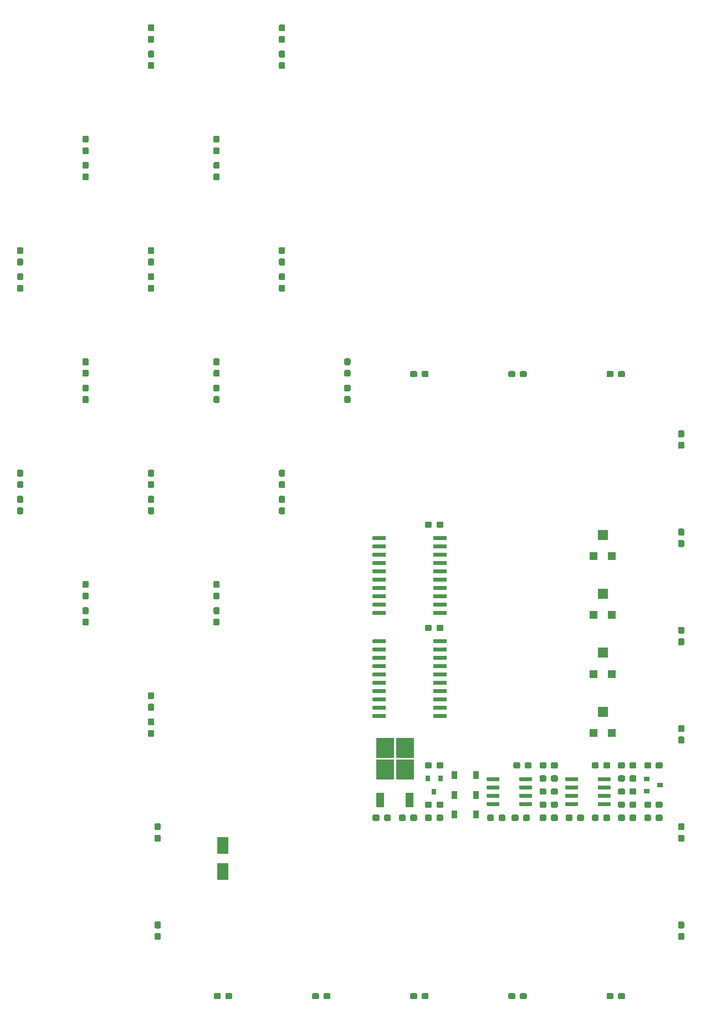
<source format=gbr>
G04 #@! TF.GenerationSoftware,KiCad,Pcbnew,(5.1.2-1)-1*
G04 #@! TF.CreationDate,2021-12-03T00:14:47-05:00*
G04 #@! TF.ProjectId,Wasp_Hive,57617370-5f48-4697-9665-2e6b69636164,rev?*
G04 #@! TF.SameCoordinates,Original*
G04 #@! TF.FileFunction,Paste,Top*
G04 #@! TF.FilePolarity,Positive*
%FSLAX46Y46*%
G04 Gerber Fmt 4.6, Leading zero omitted, Abs format (unit mm)*
G04 Created by KiCad (PCBNEW (5.1.2-1)-1) date 2021-12-03 00:14:47*
%MOMM*%
%LPD*%
G04 APERTURE LIST*
%ADD10R,0.900000X1.200000*%
%ADD11R,1.800000X2.500000*%
%ADD12R,1.200000X1.200000*%
%ADD13R,1.600000X1.500000*%
%ADD14R,1.200000X2.200000*%
%ADD15R,2.750000X3.050000*%
%ADD16C,0.100000*%
%ADD17C,0.600000*%
%ADD18R,0.900000X0.800000*%
%ADD19R,0.800000X0.900000*%
%ADD20C,0.950000*%
G04 APERTURE END LIST*
D10*
X103650000Y-186250000D03*
X100350000Y-186250000D03*
X103650000Y-189250000D03*
X100350000Y-189250000D03*
X100350000Y-192250000D03*
X103650000Y-192250000D03*
D11*
X65000000Y-197000000D03*
X65000000Y-201000000D03*
D12*
X121600000Y-179800000D03*
X124400000Y-179800000D03*
D13*
X123000000Y-176550000D03*
D14*
X88970000Y-190050000D03*
X93530000Y-190050000D03*
D15*
X92775000Y-182075000D03*
X89725000Y-185425000D03*
X89725000Y-182075000D03*
X92775000Y-185425000D03*
D12*
X121600000Y-152800000D03*
X124400000Y-152800000D03*
D13*
X123000000Y-149550000D03*
X123000000Y-158550000D03*
D12*
X124400000Y-161800000D03*
X121600000Y-161800000D03*
X121600000Y-170800000D03*
X124400000Y-170800000D03*
D13*
X123000000Y-167550000D03*
D16*
G36*
X99039703Y-149735722D02*
G01*
X99054264Y-149737882D01*
X99068543Y-149741459D01*
X99082403Y-149746418D01*
X99095710Y-149752712D01*
X99108336Y-149760280D01*
X99120159Y-149769048D01*
X99131066Y-149778934D01*
X99140952Y-149789841D01*
X99149720Y-149801664D01*
X99157288Y-149814290D01*
X99163582Y-149827597D01*
X99168541Y-149841457D01*
X99172118Y-149855736D01*
X99174278Y-149870297D01*
X99175000Y-149885000D01*
X99175000Y-150185000D01*
X99174278Y-150199703D01*
X99172118Y-150214264D01*
X99168541Y-150228543D01*
X99163582Y-150242403D01*
X99157288Y-150255710D01*
X99149720Y-150268336D01*
X99140952Y-150280159D01*
X99131066Y-150291066D01*
X99120159Y-150300952D01*
X99108336Y-150309720D01*
X99095710Y-150317288D01*
X99082403Y-150323582D01*
X99068543Y-150328541D01*
X99054264Y-150332118D01*
X99039703Y-150334278D01*
X99025000Y-150335000D01*
X97275000Y-150335000D01*
X97260297Y-150334278D01*
X97245736Y-150332118D01*
X97231457Y-150328541D01*
X97217597Y-150323582D01*
X97204290Y-150317288D01*
X97191664Y-150309720D01*
X97179841Y-150300952D01*
X97168934Y-150291066D01*
X97159048Y-150280159D01*
X97150280Y-150268336D01*
X97142712Y-150255710D01*
X97136418Y-150242403D01*
X97131459Y-150228543D01*
X97127882Y-150214264D01*
X97125722Y-150199703D01*
X97125000Y-150185000D01*
X97125000Y-149885000D01*
X97125722Y-149870297D01*
X97127882Y-149855736D01*
X97131459Y-149841457D01*
X97136418Y-149827597D01*
X97142712Y-149814290D01*
X97150280Y-149801664D01*
X97159048Y-149789841D01*
X97168934Y-149778934D01*
X97179841Y-149769048D01*
X97191664Y-149760280D01*
X97204290Y-149752712D01*
X97217597Y-149746418D01*
X97231457Y-149741459D01*
X97245736Y-149737882D01*
X97260297Y-149735722D01*
X97275000Y-149735000D01*
X99025000Y-149735000D01*
X99039703Y-149735722D01*
X99039703Y-149735722D01*
G37*
D17*
X98150000Y-150035000D03*
D16*
G36*
X99039703Y-151005722D02*
G01*
X99054264Y-151007882D01*
X99068543Y-151011459D01*
X99082403Y-151016418D01*
X99095710Y-151022712D01*
X99108336Y-151030280D01*
X99120159Y-151039048D01*
X99131066Y-151048934D01*
X99140952Y-151059841D01*
X99149720Y-151071664D01*
X99157288Y-151084290D01*
X99163582Y-151097597D01*
X99168541Y-151111457D01*
X99172118Y-151125736D01*
X99174278Y-151140297D01*
X99175000Y-151155000D01*
X99175000Y-151455000D01*
X99174278Y-151469703D01*
X99172118Y-151484264D01*
X99168541Y-151498543D01*
X99163582Y-151512403D01*
X99157288Y-151525710D01*
X99149720Y-151538336D01*
X99140952Y-151550159D01*
X99131066Y-151561066D01*
X99120159Y-151570952D01*
X99108336Y-151579720D01*
X99095710Y-151587288D01*
X99082403Y-151593582D01*
X99068543Y-151598541D01*
X99054264Y-151602118D01*
X99039703Y-151604278D01*
X99025000Y-151605000D01*
X97275000Y-151605000D01*
X97260297Y-151604278D01*
X97245736Y-151602118D01*
X97231457Y-151598541D01*
X97217597Y-151593582D01*
X97204290Y-151587288D01*
X97191664Y-151579720D01*
X97179841Y-151570952D01*
X97168934Y-151561066D01*
X97159048Y-151550159D01*
X97150280Y-151538336D01*
X97142712Y-151525710D01*
X97136418Y-151512403D01*
X97131459Y-151498543D01*
X97127882Y-151484264D01*
X97125722Y-151469703D01*
X97125000Y-151455000D01*
X97125000Y-151155000D01*
X97125722Y-151140297D01*
X97127882Y-151125736D01*
X97131459Y-151111457D01*
X97136418Y-151097597D01*
X97142712Y-151084290D01*
X97150280Y-151071664D01*
X97159048Y-151059841D01*
X97168934Y-151048934D01*
X97179841Y-151039048D01*
X97191664Y-151030280D01*
X97204290Y-151022712D01*
X97217597Y-151016418D01*
X97231457Y-151011459D01*
X97245736Y-151007882D01*
X97260297Y-151005722D01*
X97275000Y-151005000D01*
X99025000Y-151005000D01*
X99039703Y-151005722D01*
X99039703Y-151005722D01*
G37*
D17*
X98150000Y-151305000D03*
D16*
G36*
X99039703Y-152275722D02*
G01*
X99054264Y-152277882D01*
X99068543Y-152281459D01*
X99082403Y-152286418D01*
X99095710Y-152292712D01*
X99108336Y-152300280D01*
X99120159Y-152309048D01*
X99131066Y-152318934D01*
X99140952Y-152329841D01*
X99149720Y-152341664D01*
X99157288Y-152354290D01*
X99163582Y-152367597D01*
X99168541Y-152381457D01*
X99172118Y-152395736D01*
X99174278Y-152410297D01*
X99175000Y-152425000D01*
X99175000Y-152725000D01*
X99174278Y-152739703D01*
X99172118Y-152754264D01*
X99168541Y-152768543D01*
X99163582Y-152782403D01*
X99157288Y-152795710D01*
X99149720Y-152808336D01*
X99140952Y-152820159D01*
X99131066Y-152831066D01*
X99120159Y-152840952D01*
X99108336Y-152849720D01*
X99095710Y-152857288D01*
X99082403Y-152863582D01*
X99068543Y-152868541D01*
X99054264Y-152872118D01*
X99039703Y-152874278D01*
X99025000Y-152875000D01*
X97275000Y-152875000D01*
X97260297Y-152874278D01*
X97245736Y-152872118D01*
X97231457Y-152868541D01*
X97217597Y-152863582D01*
X97204290Y-152857288D01*
X97191664Y-152849720D01*
X97179841Y-152840952D01*
X97168934Y-152831066D01*
X97159048Y-152820159D01*
X97150280Y-152808336D01*
X97142712Y-152795710D01*
X97136418Y-152782403D01*
X97131459Y-152768543D01*
X97127882Y-152754264D01*
X97125722Y-152739703D01*
X97125000Y-152725000D01*
X97125000Y-152425000D01*
X97125722Y-152410297D01*
X97127882Y-152395736D01*
X97131459Y-152381457D01*
X97136418Y-152367597D01*
X97142712Y-152354290D01*
X97150280Y-152341664D01*
X97159048Y-152329841D01*
X97168934Y-152318934D01*
X97179841Y-152309048D01*
X97191664Y-152300280D01*
X97204290Y-152292712D01*
X97217597Y-152286418D01*
X97231457Y-152281459D01*
X97245736Y-152277882D01*
X97260297Y-152275722D01*
X97275000Y-152275000D01*
X99025000Y-152275000D01*
X99039703Y-152275722D01*
X99039703Y-152275722D01*
G37*
D17*
X98150000Y-152575000D03*
D16*
G36*
X99039703Y-153545722D02*
G01*
X99054264Y-153547882D01*
X99068543Y-153551459D01*
X99082403Y-153556418D01*
X99095710Y-153562712D01*
X99108336Y-153570280D01*
X99120159Y-153579048D01*
X99131066Y-153588934D01*
X99140952Y-153599841D01*
X99149720Y-153611664D01*
X99157288Y-153624290D01*
X99163582Y-153637597D01*
X99168541Y-153651457D01*
X99172118Y-153665736D01*
X99174278Y-153680297D01*
X99175000Y-153695000D01*
X99175000Y-153995000D01*
X99174278Y-154009703D01*
X99172118Y-154024264D01*
X99168541Y-154038543D01*
X99163582Y-154052403D01*
X99157288Y-154065710D01*
X99149720Y-154078336D01*
X99140952Y-154090159D01*
X99131066Y-154101066D01*
X99120159Y-154110952D01*
X99108336Y-154119720D01*
X99095710Y-154127288D01*
X99082403Y-154133582D01*
X99068543Y-154138541D01*
X99054264Y-154142118D01*
X99039703Y-154144278D01*
X99025000Y-154145000D01*
X97275000Y-154145000D01*
X97260297Y-154144278D01*
X97245736Y-154142118D01*
X97231457Y-154138541D01*
X97217597Y-154133582D01*
X97204290Y-154127288D01*
X97191664Y-154119720D01*
X97179841Y-154110952D01*
X97168934Y-154101066D01*
X97159048Y-154090159D01*
X97150280Y-154078336D01*
X97142712Y-154065710D01*
X97136418Y-154052403D01*
X97131459Y-154038543D01*
X97127882Y-154024264D01*
X97125722Y-154009703D01*
X97125000Y-153995000D01*
X97125000Y-153695000D01*
X97125722Y-153680297D01*
X97127882Y-153665736D01*
X97131459Y-153651457D01*
X97136418Y-153637597D01*
X97142712Y-153624290D01*
X97150280Y-153611664D01*
X97159048Y-153599841D01*
X97168934Y-153588934D01*
X97179841Y-153579048D01*
X97191664Y-153570280D01*
X97204290Y-153562712D01*
X97217597Y-153556418D01*
X97231457Y-153551459D01*
X97245736Y-153547882D01*
X97260297Y-153545722D01*
X97275000Y-153545000D01*
X99025000Y-153545000D01*
X99039703Y-153545722D01*
X99039703Y-153545722D01*
G37*
D17*
X98150000Y-153845000D03*
D16*
G36*
X99039703Y-154815722D02*
G01*
X99054264Y-154817882D01*
X99068543Y-154821459D01*
X99082403Y-154826418D01*
X99095710Y-154832712D01*
X99108336Y-154840280D01*
X99120159Y-154849048D01*
X99131066Y-154858934D01*
X99140952Y-154869841D01*
X99149720Y-154881664D01*
X99157288Y-154894290D01*
X99163582Y-154907597D01*
X99168541Y-154921457D01*
X99172118Y-154935736D01*
X99174278Y-154950297D01*
X99175000Y-154965000D01*
X99175000Y-155265000D01*
X99174278Y-155279703D01*
X99172118Y-155294264D01*
X99168541Y-155308543D01*
X99163582Y-155322403D01*
X99157288Y-155335710D01*
X99149720Y-155348336D01*
X99140952Y-155360159D01*
X99131066Y-155371066D01*
X99120159Y-155380952D01*
X99108336Y-155389720D01*
X99095710Y-155397288D01*
X99082403Y-155403582D01*
X99068543Y-155408541D01*
X99054264Y-155412118D01*
X99039703Y-155414278D01*
X99025000Y-155415000D01*
X97275000Y-155415000D01*
X97260297Y-155414278D01*
X97245736Y-155412118D01*
X97231457Y-155408541D01*
X97217597Y-155403582D01*
X97204290Y-155397288D01*
X97191664Y-155389720D01*
X97179841Y-155380952D01*
X97168934Y-155371066D01*
X97159048Y-155360159D01*
X97150280Y-155348336D01*
X97142712Y-155335710D01*
X97136418Y-155322403D01*
X97131459Y-155308543D01*
X97127882Y-155294264D01*
X97125722Y-155279703D01*
X97125000Y-155265000D01*
X97125000Y-154965000D01*
X97125722Y-154950297D01*
X97127882Y-154935736D01*
X97131459Y-154921457D01*
X97136418Y-154907597D01*
X97142712Y-154894290D01*
X97150280Y-154881664D01*
X97159048Y-154869841D01*
X97168934Y-154858934D01*
X97179841Y-154849048D01*
X97191664Y-154840280D01*
X97204290Y-154832712D01*
X97217597Y-154826418D01*
X97231457Y-154821459D01*
X97245736Y-154817882D01*
X97260297Y-154815722D01*
X97275000Y-154815000D01*
X99025000Y-154815000D01*
X99039703Y-154815722D01*
X99039703Y-154815722D01*
G37*
D17*
X98150000Y-155115000D03*
D16*
G36*
X99039703Y-156085722D02*
G01*
X99054264Y-156087882D01*
X99068543Y-156091459D01*
X99082403Y-156096418D01*
X99095710Y-156102712D01*
X99108336Y-156110280D01*
X99120159Y-156119048D01*
X99131066Y-156128934D01*
X99140952Y-156139841D01*
X99149720Y-156151664D01*
X99157288Y-156164290D01*
X99163582Y-156177597D01*
X99168541Y-156191457D01*
X99172118Y-156205736D01*
X99174278Y-156220297D01*
X99175000Y-156235000D01*
X99175000Y-156535000D01*
X99174278Y-156549703D01*
X99172118Y-156564264D01*
X99168541Y-156578543D01*
X99163582Y-156592403D01*
X99157288Y-156605710D01*
X99149720Y-156618336D01*
X99140952Y-156630159D01*
X99131066Y-156641066D01*
X99120159Y-156650952D01*
X99108336Y-156659720D01*
X99095710Y-156667288D01*
X99082403Y-156673582D01*
X99068543Y-156678541D01*
X99054264Y-156682118D01*
X99039703Y-156684278D01*
X99025000Y-156685000D01*
X97275000Y-156685000D01*
X97260297Y-156684278D01*
X97245736Y-156682118D01*
X97231457Y-156678541D01*
X97217597Y-156673582D01*
X97204290Y-156667288D01*
X97191664Y-156659720D01*
X97179841Y-156650952D01*
X97168934Y-156641066D01*
X97159048Y-156630159D01*
X97150280Y-156618336D01*
X97142712Y-156605710D01*
X97136418Y-156592403D01*
X97131459Y-156578543D01*
X97127882Y-156564264D01*
X97125722Y-156549703D01*
X97125000Y-156535000D01*
X97125000Y-156235000D01*
X97125722Y-156220297D01*
X97127882Y-156205736D01*
X97131459Y-156191457D01*
X97136418Y-156177597D01*
X97142712Y-156164290D01*
X97150280Y-156151664D01*
X97159048Y-156139841D01*
X97168934Y-156128934D01*
X97179841Y-156119048D01*
X97191664Y-156110280D01*
X97204290Y-156102712D01*
X97217597Y-156096418D01*
X97231457Y-156091459D01*
X97245736Y-156087882D01*
X97260297Y-156085722D01*
X97275000Y-156085000D01*
X99025000Y-156085000D01*
X99039703Y-156085722D01*
X99039703Y-156085722D01*
G37*
D17*
X98150000Y-156385000D03*
D16*
G36*
X99039703Y-157355722D02*
G01*
X99054264Y-157357882D01*
X99068543Y-157361459D01*
X99082403Y-157366418D01*
X99095710Y-157372712D01*
X99108336Y-157380280D01*
X99120159Y-157389048D01*
X99131066Y-157398934D01*
X99140952Y-157409841D01*
X99149720Y-157421664D01*
X99157288Y-157434290D01*
X99163582Y-157447597D01*
X99168541Y-157461457D01*
X99172118Y-157475736D01*
X99174278Y-157490297D01*
X99175000Y-157505000D01*
X99175000Y-157805000D01*
X99174278Y-157819703D01*
X99172118Y-157834264D01*
X99168541Y-157848543D01*
X99163582Y-157862403D01*
X99157288Y-157875710D01*
X99149720Y-157888336D01*
X99140952Y-157900159D01*
X99131066Y-157911066D01*
X99120159Y-157920952D01*
X99108336Y-157929720D01*
X99095710Y-157937288D01*
X99082403Y-157943582D01*
X99068543Y-157948541D01*
X99054264Y-157952118D01*
X99039703Y-157954278D01*
X99025000Y-157955000D01*
X97275000Y-157955000D01*
X97260297Y-157954278D01*
X97245736Y-157952118D01*
X97231457Y-157948541D01*
X97217597Y-157943582D01*
X97204290Y-157937288D01*
X97191664Y-157929720D01*
X97179841Y-157920952D01*
X97168934Y-157911066D01*
X97159048Y-157900159D01*
X97150280Y-157888336D01*
X97142712Y-157875710D01*
X97136418Y-157862403D01*
X97131459Y-157848543D01*
X97127882Y-157834264D01*
X97125722Y-157819703D01*
X97125000Y-157805000D01*
X97125000Y-157505000D01*
X97125722Y-157490297D01*
X97127882Y-157475736D01*
X97131459Y-157461457D01*
X97136418Y-157447597D01*
X97142712Y-157434290D01*
X97150280Y-157421664D01*
X97159048Y-157409841D01*
X97168934Y-157398934D01*
X97179841Y-157389048D01*
X97191664Y-157380280D01*
X97204290Y-157372712D01*
X97217597Y-157366418D01*
X97231457Y-157361459D01*
X97245736Y-157357882D01*
X97260297Y-157355722D01*
X97275000Y-157355000D01*
X99025000Y-157355000D01*
X99039703Y-157355722D01*
X99039703Y-157355722D01*
G37*
D17*
X98150000Y-157655000D03*
D16*
G36*
X99039703Y-158625722D02*
G01*
X99054264Y-158627882D01*
X99068543Y-158631459D01*
X99082403Y-158636418D01*
X99095710Y-158642712D01*
X99108336Y-158650280D01*
X99120159Y-158659048D01*
X99131066Y-158668934D01*
X99140952Y-158679841D01*
X99149720Y-158691664D01*
X99157288Y-158704290D01*
X99163582Y-158717597D01*
X99168541Y-158731457D01*
X99172118Y-158745736D01*
X99174278Y-158760297D01*
X99175000Y-158775000D01*
X99175000Y-159075000D01*
X99174278Y-159089703D01*
X99172118Y-159104264D01*
X99168541Y-159118543D01*
X99163582Y-159132403D01*
X99157288Y-159145710D01*
X99149720Y-159158336D01*
X99140952Y-159170159D01*
X99131066Y-159181066D01*
X99120159Y-159190952D01*
X99108336Y-159199720D01*
X99095710Y-159207288D01*
X99082403Y-159213582D01*
X99068543Y-159218541D01*
X99054264Y-159222118D01*
X99039703Y-159224278D01*
X99025000Y-159225000D01*
X97275000Y-159225000D01*
X97260297Y-159224278D01*
X97245736Y-159222118D01*
X97231457Y-159218541D01*
X97217597Y-159213582D01*
X97204290Y-159207288D01*
X97191664Y-159199720D01*
X97179841Y-159190952D01*
X97168934Y-159181066D01*
X97159048Y-159170159D01*
X97150280Y-159158336D01*
X97142712Y-159145710D01*
X97136418Y-159132403D01*
X97131459Y-159118543D01*
X97127882Y-159104264D01*
X97125722Y-159089703D01*
X97125000Y-159075000D01*
X97125000Y-158775000D01*
X97125722Y-158760297D01*
X97127882Y-158745736D01*
X97131459Y-158731457D01*
X97136418Y-158717597D01*
X97142712Y-158704290D01*
X97150280Y-158691664D01*
X97159048Y-158679841D01*
X97168934Y-158668934D01*
X97179841Y-158659048D01*
X97191664Y-158650280D01*
X97204290Y-158642712D01*
X97217597Y-158636418D01*
X97231457Y-158631459D01*
X97245736Y-158627882D01*
X97260297Y-158625722D01*
X97275000Y-158625000D01*
X99025000Y-158625000D01*
X99039703Y-158625722D01*
X99039703Y-158625722D01*
G37*
D17*
X98150000Y-158925000D03*
D16*
G36*
X99039703Y-159895722D02*
G01*
X99054264Y-159897882D01*
X99068543Y-159901459D01*
X99082403Y-159906418D01*
X99095710Y-159912712D01*
X99108336Y-159920280D01*
X99120159Y-159929048D01*
X99131066Y-159938934D01*
X99140952Y-159949841D01*
X99149720Y-159961664D01*
X99157288Y-159974290D01*
X99163582Y-159987597D01*
X99168541Y-160001457D01*
X99172118Y-160015736D01*
X99174278Y-160030297D01*
X99175000Y-160045000D01*
X99175000Y-160345000D01*
X99174278Y-160359703D01*
X99172118Y-160374264D01*
X99168541Y-160388543D01*
X99163582Y-160402403D01*
X99157288Y-160415710D01*
X99149720Y-160428336D01*
X99140952Y-160440159D01*
X99131066Y-160451066D01*
X99120159Y-160460952D01*
X99108336Y-160469720D01*
X99095710Y-160477288D01*
X99082403Y-160483582D01*
X99068543Y-160488541D01*
X99054264Y-160492118D01*
X99039703Y-160494278D01*
X99025000Y-160495000D01*
X97275000Y-160495000D01*
X97260297Y-160494278D01*
X97245736Y-160492118D01*
X97231457Y-160488541D01*
X97217597Y-160483582D01*
X97204290Y-160477288D01*
X97191664Y-160469720D01*
X97179841Y-160460952D01*
X97168934Y-160451066D01*
X97159048Y-160440159D01*
X97150280Y-160428336D01*
X97142712Y-160415710D01*
X97136418Y-160402403D01*
X97131459Y-160388543D01*
X97127882Y-160374264D01*
X97125722Y-160359703D01*
X97125000Y-160345000D01*
X97125000Y-160045000D01*
X97125722Y-160030297D01*
X97127882Y-160015736D01*
X97131459Y-160001457D01*
X97136418Y-159987597D01*
X97142712Y-159974290D01*
X97150280Y-159961664D01*
X97159048Y-159949841D01*
X97168934Y-159938934D01*
X97179841Y-159929048D01*
X97191664Y-159920280D01*
X97204290Y-159912712D01*
X97217597Y-159906418D01*
X97231457Y-159901459D01*
X97245736Y-159897882D01*
X97260297Y-159895722D01*
X97275000Y-159895000D01*
X99025000Y-159895000D01*
X99039703Y-159895722D01*
X99039703Y-159895722D01*
G37*
D17*
X98150000Y-160195000D03*
D16*
G36*
X99039703Y-161165722D02*
G01*
X99054264Y-161167882D01*
X99068543Y-161171459D01*
X99082403Y-161176418D01*
X99095710Y-161182712D01*
X99108336Y-161190280D01*
X99120159Y-161199048D01*
X99131066Y-161208934D01*
X99140952Y-161219841D01*
X99149720Y-161231664D01*
X99157288Y-161244290D01*
X99163582Y-161257597D01*
X99168541Y-161271457D01*
X99172118Y-161285736D01*
X99174278Y-161300297D01*
X99175000Y-161315000D01*
X99175000Y-161615000D01*
X99174278Y-161629703D01*
X99172118Y-161644264D01*
X99168541Y-161658543D01*
X99163582Y-161672403D01*
X99157288Y-161685710D01*
X99149720Y-161698336D01*
X99140952Y-161710159D01*
X99131066Y-161721066D01*
X99120159Y-161730952D01*
X99108336Y-161739720D01*
X99095710Y-161747288D01*
X99082403Y-161753582D01*
X99068543Y-161758541D01*
X99054264Y-161762118D01*
X99039703Y-161764278D01*
X99025000Y-161765000D01*
X97275000Y-161765000D01*
X97260297Y-161764278D01*
X97245736Y-161762118D01*
X97231457Y-161758541D01*
X97217597Y-161753582D01*
X97204290Y-161747288D01*
X97191664Y-161739720D01*
X97179841Y-161730952D01*
X97168934Y-161721066D01*
X97159048Y-161710159D01*
X97150280Y-161698336D01*
X97142712Y-161685710D01*
X97136418Y-161672403D01*
X97131459Y-161658543D01*
X97127882Y-161644264D01*
X97125722Y-161629703D01*
X97125000Y-161615000D01*
X97125000Y-161315000D01*
X97125722Y-161300297D01*
X97127882Y-161285736D01*
X97131459Y-161271457D01*
X97136418Y-161257597D01*
X97142712Y-161244290D01*
X97150280Y-161231664D01*
X97159048Y-161219841D01*
X97168934Y-161208934D01*
X97179841Y-161199048D01*
X97191664Y-161190280D01*
X97204290Y-161182712D01*
X97217597Y-161176418D01*
X97231457Y-161171459D01*
X97245736Y-161167882D01*
X97260297Y-161165722D01*
X97275000Y-161165000D01*
X99025000Y-161165000D01*
X99039703Y-161165722D01*
X99039703Y-161165722D01*
G37*
D17*
X98150000Y-161465000D03*
D16*
G36*
X89739703Y-161165722D02*
G01*
X89754264Y-161167882D01*
X89768543Y-161171459D01*
X89782403Y-161176418D01*
X89795710Y-161182712D01*
X89808336Y-161190280D01*
X89820159Y-161199048D01*
X89831066Y-161208934D01*
X89840952Y-161219841D01*
X89849720Y-161231664D01*
X89857288Y-161244290D01*
X89863582Y-161257597D01*
X89868541Y-161271457D01*
X89872118Y-161285736D01*
X89874278Y-161300297D01*
X89875000Y-161315000D01*
X89875000Y-161615000D01*
X89874278Y-161629703D01*
X89872118Y-161644264D01*
X89868541Y-161658543D01*
X89863582Y-161672403D01*
X89857288Y-161685710D01*
X89849720Y-161698336D01*
X89840952Y-161710159D01*
X89831066Y-161721066D01*
X89820159Y-161730952D01*
X89808336Y-161739720D01*
X89795710Y-161747288D01*
X89782403Y-161753582D01*
X89768543Y-161758541D01*
X89754264Y-161762118D01*
X89739703Y-161764278D01*
X89725000Y-161765000D01*
X87975000Y-161765000D01*
X87960297Y-161764278D01*
X87945736Y-161762118D01*
X87931457Y-161758541D01*
X87917597Y-161753582D01*
X87904290Y-161747288D01*
X87891664Y-161739720D01*
X87879841Y-161730952D01*
X87868934Y-161721066D01*
X87859048Y-161710159D01*
X87850280Y-161698336D01*
X87842712Y-161685710D01*
X87836418Y-161672403D01*
X87831459Y-161658543D01*
X87827882Y-161644264D01*
X87825722Y-161629703D01*
X87825000Y-161615000D01*
X87825000Y-161315000D01*
X87825722Y-161300297D01*
X87827882Y-161285736D01*
X87831459Y-161271457D01*
X87836418Y-161257597D01*
X87842712Y-161244290D01*
X87850280Y-161231664D01*
X87859048Y-161219841D01*
X87868934Y-161208934D01*
X87879841Y-161199048D01*
X87891664Y-161190280D01*
X87904290Y-161182712D01*
X87917597Y-161176418D01*
X87931457Y-161171459D01*
X87945736Y-161167882D01*
X87960297Y-161165722D01*
X87975000Y-161165000D01*
X89725000Y-161165000D01*
X89739703Y-161165722D01*
X89739703Y-161165722D01*
G37*
D17*
X88850000Y-161465000D03*
D16*
G36*
X89739703Y-159895722D02*
G01*
X89754264Y-159897882D01*
X89768543Y-159901459D01*
X89782403Y-159906418D01*
X89795710Y-159912712D01*
X89808336Y-159920280D01*
X89820159Y-159929048D01*
X89831066Y-159938934D01*
X89840952Y-159949841D01*
X89849720Y-159961664D01*
X89857288Y-159974290D01*
X89863582Y-159987597D01*
X89868541Y-160001457D01*
X89872118Y-160015736D01*
X89874278Y-160030297D01*
X89875000Y-160045000D01*
X89875000Y-160345000D01*
X89874278Y-160359703D01*
X89872118Y-160374264D01*
X89868541Y-160388543D01*
X89863582Y-160402403D01*
X89857288Y-160415710D01*
X89849720Y-160428336D01*
X89840952Y-160440159D01*
X89831066Y-160451066D01*
X89820159Y-160460952D01*
X89808336Y-160469720D01*
X89795710Y-160477288D01*
X89782403Y-160483582D01*
X89768543Y-160488541D01*
X89754264Y-160492118D01*
X89739703Y-160494278D01*
X89725000Y-160495000D01*
X87975000Y-160495000D01*
X87960297Y-160494278D01*
X87945736Y-160492118D01*
X87931457Y-160488541D01*
X87917597Y-160483582D01*
X87904290Y-160477288D01*
X87891664Y-160469720D01*
X87879841Y-160460952D01*
X87868934Y-160451066D01*
X87859048Y-160440159D01*
X87850280Y-160428336D01*
X87842712Y-160415710D01*
X87836418Y-160402403D01*
X87831459Y-160388543D01*
X87827882Y-160374264D01*
X87825722Y-160359703D01*
X87825000Y-160345000D01*
X87825000Y-160045000D01*
X87825722Y-160030297D01*
X87827882Y-160015736D01*
X87831459Y-160001457D01*
X87836418Y-159987597D01*
X87842712Y-159974290D01*
X87850280Y-159961664D01*
X87859048Y-159949841D01*
X87868934Y-159938934D01*
X87879841Y-159929048D01*
X87891664Y-159920280D01*
X87904290Y-159912712D01*
X87917597Y-159906418D01*
X87931457Y-159901459D01*
X87945736Y-159897882D01*
X87960297Y-159895722D01*
X87975000Y-159895000D01*
X89725000Y-159895000D01*
X89739703Y-159895722D01*
X89739703Y-159895722D01*
G37*
D17*
X88850000Y-160195000D03*
D16*
G36*
X89739703Y-158625722D02*
G01*
X89754264Y-158627882D01*
X89768543Y-158631459D01*
X89782403Y-158636418D01*
X89795710Y-158642712D01*
X89808336Y-158650280D01*
X89820159Y-158659048D01*
X89831066Y-158668934D01*
X89840952Y-158679841D01*
X89849720Y-158691664D01*
X89857288Y-158704290D01*
X89863582Y-158717597D01*
X89868541Y-158731457D01*
X89872118Y-158745736D01*
X89874278Y-158760297D01*
X89875000Y-158775000D01*
X89875000Y-159075000D01*
X89874278Y-159089703D01*
X89872118Y-159104264D01*
X89868541Y-159118543D01*
X89863582Y-159132403D01*
X89857288Y-159145710D01*
X89849720Y-159158336D01*
X89840952Y-159170159D01*
X89831066Y-159181066D01*
X89820159Y-159190952D01*
X89808336Y-159199720D01*
X89795710Y-159207288D01*
X89782403Y-159213582D01*
X89768543Y-159218541D01*
X89754264Y-159222118D01*
X89739703Y-159224278D01*
X89725000Y-159225000D01*
X87975000Y-159225000D01*
X87960297Y-159224278D01*
X87945736Y-159222118D01*
X87931457Y-159218541D01*
X87917597Y-159213582D01*
X87904290Y-159207288D01*
X87891664Y-159199720D01*
X87879841Y-159190952D01*
X87868934Y-159181066D01*
X87859048Y-159170159D01*
X87850280Y-159158336D01*
X87842712Y-159145710D01*
X87836418Y-159132403D01*
X87831459Y-159118543D01*
X87827882Y-159104264D01*
X87825722Y-159089703D01*
X87825000Y-159075000D01*
X87825000Y-158775000D01*
X87825722Y-158760297D01*
X87827882Y-158745736D01*
X87831459Y-158731457D01*
X87836418Y-158717597D01*
X87842712Y-158704290D01*
X87850280Y-158691664D01*
X87859048Y-158679841D01*
X87868934Y-158668934D01*
X87879841Y-158659048D01*
X87891664Y-158650280D01*
X87904290Y-158642712D01*
X87917597Y-158636418D01*
X87931457Y-158631459D01*
X87945736Y-158627882D01*
X87960297Y-158625722D01*
X87975000Y-158625000D01*
X89725000Y-158625000D01*
X89739703Y-158625722D01*
X89739703Y-158625722D01*
G37*
D17*
X88850000Y-158925000D03*
D16*
G36*
X89739703Y-157355722D02*
G01*
X89754264Y-157357882D01*
X89768543Y-157361459D01*
X89782403Y-157366418D01*
X89795710Y-157372712D01*
X89808336Y-157380280D01*
X89820159Y-157389048D01*
X89831066Y-157398934D01*
X89840952Y-157409841D01*
X89849720Y-157421664D01*
X89857288Y-157434290D01*
X89863582Y-157447597D01*
X89868541Y-157461457D01*
X89872118Y-157475736D01*
X89874278Y-157490297D01*
X89875000Y-157505000D01*
X89875000Y-157805000D01*
X89874278Y-157819703D01*
X89872118Y-157834264D01*
X89868541Y-157848543D01*
X89863582Y-157862403D01*
X89857288Y-157875710D01*
X89849720Y-157888336D01*
X89840952Y-157900159D01*
X89831066Y-157911066D01*
X89820159Y-157920952D01*
X89808336Y-157929720D01*
X89795710Y-157937288D01*
X89782403Y-157943582D01*
X89768543Y-157948541D01*
X89754264Y-157952118D01*
X89739703Y-157954278D01*
X89725000Y-157955000D01*
X87975000Y-157955000D01*
X87960297Y-157954278D01*
X87945736Y-157952118D01*
X87931457Y-157948541D01*
X87917597Y-157943582D01*
X87904290Y-157937288D01*
X87891664Y-157929720D01*
X87879841Y-157920952D01*
X87868934Y-157911066D01*
X87859048Y-157900159D01*
X87850280Y-157888336D01*
X87842712Y-157875710D01*
X87836418Y-157862403D01*
X87831459Y-157848543D01*
X87827882Y-157834264D01*
X87825722Y-157819703D01*
X87825000Y-157805000D01*
X87825000Y-157505000D01*
X87825722Y-157490297D01*
X87827882Y-157475736D01*
X87831459Y-157461457D01*
X87836418Y-157447597D01*
X87842712Y-157434290D01*
X87850280Y-157421664D01*
X87859048Y-157409841D01*
X87868934Y-157398934D01*
X87879841Y-157389048D01*
X87891664Y-157380280D01*
X87904290Y-157372712D01*
X87917597Y-157366418D01*
X87931457Y-157361459D01*
X87945736Y-157357882D01*
X87960297Y-157355722D01*
X87975000Y-157355000D01*
X89725000Y-157355000D01*
X89739703Y-157355722D01*
X89739703Y-157355722D01*
G37*
D17*
X88850000Y-157655000D03*
D16*
G36*
X89739703Y-156085722D02*
G01*
X89754264Y-156087882D01*
X89768543Y-156091459D01*
X89782403Y-156096418D01*
X89795710Y-156102712D01*
X89808336Y-156110280D01*
X89820159Y-156119048D01*
X89831066Y-156128934D01*
X89840952Y-156139841D01*
X89849720Y-156151664D01*
X89857288Y-156164290D01*
X89863582Y-156177597D01*
X89868541Y-156191457D01*
X89872118Y-156205736D01*
X89874278Y-156220297D01*
X89875000Y-156235000D01*
X89875000Y-156535000D01*
X89874278Y-156549703D01*
X89872118Y-156564264D01*
X89868541Y-156578543D01*
X89863582Y-156592403D01*
X89857288Y-156605710D01*
X89849720Y-156618336D01*
X89840952Y-156630159D01*
X89831066Y-156641066D01*
X89820159Y-156650952D01*
X89808336Y-156659720D01*
X89795710Y-156667288D01*
X89782403Y-156673582D01*
X89768543Y-156678541D01*
X89754264Y-156682118D01*
X89739703Y-156684278D01*
X89725000Y-156685000D01*
X87975000Y-156685000D01*
X87960297Y-156684278D01*
X87945736Y-156682118D01*
X87931457Y-156678541D01*
X87917597Y-156673582D01*
X87904290Y-156667288D01*
X87891664Y-156659720D01*
X87879841Y-156650952D01*
X87868934Y-156641066D01*
X87859048Y-156630159D01*
X87850280Y-156618336D01*
X87842712Y-156605710D01*
X87836418Y-156592403D01*
X87831459Y-156578543D01*
X87827882Y-156564264D01*
X87825722Y-156549703D01*
X87825000Y-156535000D01*
X87825000Y-156235000D01*
X87825722Y-156220297D01*
X87827882Y-156205736D01*
X87831459Y-156191457D01*
X87836418Y-156177597D01*
X87842712Y-156164290D01*
X87850280Y-156151664D01*
X87859048Y-156139841D01*
X87868934Y-156128934D01*
X87879841Y-156119048D01*
X87891664Y-156110280D01*
X87904290Y-156102712D01*
X87917597Y-156096418D01*
X87931457Y-156091459D01*
X87945736Y-156087882D01*
X87960297Y-156085722D01*
X87975000Y-156085000D01*
X89725000Y-156085000D01*
X89739703Y-156085722D01*
X89739703Y-156085722D01*
G37*
D17*
X88850000Y-156385000D03*
D16*
G36*
X89739703Y-154815722D02*
G01*
X89754264Y-154817882D01*
X89768543Y-154821459D01*
X89782403Y-154826418D01*
X89795710Y-154832712D01*
X89808336Y-154840280D01*
X89820159Y-154849048D01*
X89831066Y-154858934D01*
X89840952Y-154869841D01*
X89849720Y-154881664D01*
X89857288Y-154894290D01*
X89863582Y-154907597D01*
X89868541Y-154921457D01*
X89872118Y-154935736D01*
X89874278Y-154950297D01*
X89875000Y-154965000D01*
X89875000Y-155265000D01*
X89874278Y-155279703D01*
X89872118Y-155294264D01*
X89868541Y-155308543D01*
X89863582Y-155322403D01*
X89857288Y-155335710D01*
X89849720Y-155348336D01*
X89840952Y-155360159D01*
X89831066Y-155371066D01*
X89820159Y-155380952D01*
X89808336Y-155389720D01*
X89795710Y-155397288D01*
X89782403Y-155403582D01*
X89768543Y-155408541D01*
X89754264Y-155412118D01*
X89739703Y-155414278D01*
X89725000Y-155415000D01*
X87975000Y-155415000D01*
X87960297Y-155414278D01*
X87945736Y-155412118D01*
X87931457Y-155408541D01*
X87917597Y-155403582D01*
X87904290Y-155397288D01*
X87891664Y-155389720D01*
X87879841Y-155380952D01*
X87868934Y-155371066D01*
X87859048Y-155360159D01*
X87850280Y-155348336D01*
X87842712Y-155335710D01*
X87836418Y-155322403D01*
X87831459Y-155308543D01*
X87827882Y-155294264D01*
X87825722Y-155279703D01*
X87825000Y-155265000D01*
X87825000Y-154965000D01*
X87825722Y-154950297D01*
X87827882Y-154935736D01*
X87831459Y-154921457D01*
X87836418Y-154907597D01*
X87842712Y-154894290D01*
X87850280Y-154881664D01*
X87859048Y-154869841D01*
X87868934Y-154858934D01*
X87879841Y-154849048D01*
X87891664Y-154840280D01*
X87904290Y-154832712D01*
X87917597Y-154826418D01*
X87931457Y-154821459D01*
X87945736Y-154817882D01*
X87960297Y-154815722D01*
X87975000Y-154815000D01*
X89725000Y-154815000D01*
X89739703Y-154815722D01*
X89739703Y-154815722D01*
G37*
D17*
X88850000Y-155115000D03*
D16*
G36*
X89739703Y-153545722D02*
G01*
X89754264Y-153547882D01*
X89768543Y-153551459D01*
X89782403Y-153556418D01*
X89795710Y-153562712D01*
X89808336Y-153570280D01*
X89820159Y-153579048D01*
X89831066Y-153588934D01*
X89840952Y-153599841D01*
X89849720Y-153611664D01*
X89857288Y-153624290D01*
X89863582Y-153637597D01*
X89868541Y-153651457D01*
X89872118Y-153665736D01*
X89874278Y-153680297D01*
X89875000Y-153695000D01*
X89875000Y-153995000D01*
X89874278Y-154009703D01*
X89872118Y-154024264D01*
X89868541Y-154038543D01*
X89863582Y-154052403D01*
X89857288Y-154065710D01*
X89849720Y-154078336D01*
X89840952Y-154090159D01*
X89831066Y-154101066D01*
X89820159Y-154110952D01*
X89808336Y-154119720D01*
X89795710Y-154127288D01*
X89782403Y-154133582D01*
X89768543Y-154138541D01*
X89754264Y-154142118D01*
X89739703Y-154144278D01*
X89725000Y-154145000D01*
X87975000Y-154145000D01*
X87960297Y-154144278D01*
X87945736Y-154142118D01*
X87931457Y-154138541D01*
X87917597Y-154133582D01*
X87904290Y-154127288D01*
X87891664Y-154119720D01*
X87879841Y-154110952D01*
X87868934Y-154101066D01*
X87859048Y-154090159D01*
X87850280Y-154078336D01*
X87842712Y-154065710D01*
X87836418Y-154052403D01*
X87831459Y-154038543D01*
X87827882Y-154024264D01*
X87825722Y-154009703D01*
X87825000Y-153995000D01*
X87825000Y-153695000D01*
X87825722Y-153680297D01*
X87827882Y-153665736D01*
X87831459Y-153651457D01*
X87836418Y-153637597D01*
X87842712Y-153624290D01*
X87850280Y-153611664D01*
X87859048Y-153599841D01*
X87868934Y-153588934D01*
X87879841Y-153579048D01*
X87891664Y-153570280D01*
X87904290Y-153562712D01*
X87917597Y-153556418D01*
X87931457Y-153551459D01*
X87945736Y-153547882D01*
X87960297Y-153545722D01*
X87975000Y-153545000D01*
X89725000Y-153545000D01*
X89739703Y-153545722D01*
X89739703Y-153545722D01*
G37*
D17*
X88850000Y-153845000D03*
D16*
G36*
X89739703Y-152275722D02*
G01*
X89754264Y-152277882D01*
X89768543Y-152281459D01*
X89782403Y-152286418D01*
X89795710Y-152292712D01*
X89808336Y-152300280D01*
X89820159Y-152309048D01*
X89831066Y-152318934D01*
X89840952Y-152329841D01*
X89849720Y-152341664D01*
X89857288Y-152354290D01*
X89863582Y-152367597D01*
X89868541Y-152381457D01*
X89872118Y-152395736D01*
X89874278Y-152410297D01*
X89875000Y-152425000D01*
X89875000Y-152725000D01*
X89874278Y-152739703D01*
X89872118Y-152754264D01*
X89868541Y-152768543D01*
X89863582Y-152782403D01*
X89857288Y-152795710D01*
X89849720Y-152808336D01*
X89840952Y-152820159D01*
X89831066Y-152831066D01*
X89820159Y-152840952D01*
X89808336Y-152849720D01*
X89795710Y-152857288D01*
X89782403Y-152863582D01*
X89768543Y-152868541D01*
X89754264Y-152872118D01*
X89739703Y-152874278D01*
X89725000Y-152875000D01*
X87975000Y-152875000D01*
X87960297Y-152874278D01*
X87945736Y-152872118D01*
X87931457Y-152868541D01*
X87917597Y-152863582D01*
X87904290Y-152857288D01*
X87891664Y-152849720D01*
X87879841Y-152840952D01*
X87868934Y-152831066D01*
X87859048Y-152820159D01*
X87850280Y-152808336D01*
X87842712Y-152795710D01*
X87836418Y-152782403D01*
X87831459Y-152768543D01*
X87827882Y-152754264D01*
X87825722Y-152739703D01*
X87825000Y-152725000D01*
X87825000Y-152425000D01*
X87825722Y-152410297D01*
X87827882Y-152395736D01*
X87831459Y-152381457D01*
X87836418Y-152367597D01*
X87842712Y-152354290D01*
X87850280Y-152341664D01*
X87859048Y-152329841D01*
X87868934Y-152318934D01*
X87879841Y-152309048D01*
X87891664Y-152300280D01*
X87904290Y-152292712D01*
X87917597Y-152286418D01*
X87931457Y-152281459D01*
X87945736Y-152277882D01*
X87960297Y-152275722D01*
X87975000Y-152275000D01*
X89725000Y-152275000D01*
X89739703Y-152275722D01*
X89739703Y-152275722D01*
G37*
D17*
X88850000Y-152575000D03*
D16*
G36*
X89739703Y-151005722D02*
G01*
X89754264Y-151007882D01*
X89768543Y-151011459D01*
X89782403Y-151016418D01*
X89795710Y-151022712D01*
X89808336Y-151030280D01*
X89820159Y-151039048D01*
X89831066Y-151048934D01*
X89840952Y-151059841D01*
X89849720Y-151071664D01*
X89857288Y-151084290D01*
X89863582Y-151097597D01*
X89868541Y-151111457D01*
X89872118Y-151125736D01*
X89874278Y-151140297D01*
X89875000Y-151155000D01*
X89875000Y-151455000D01*
X89874278Y-151469703D01*
X89872118Y-151484264D01*
X89868541Y-151498543D01*
X89863582Y-151512403D01*
X89857288Y-151525710D01*
X89849720Y-151538336D01*
X89840952Y-151550159D01*
X89831066Y-151561066D01*
X89820159Y-151570952D01*
X89808336Y-151579720D01*
X89795710Y-151587288D01*
X89782403Y-151593582D01*
X89768543Y-151598541D01*
X89754264Y-151602118D01*
X89739703Y-151604278D01*
X89725000Y-151605000D01*
X87975000Y-151605000D01*
X87960297Y-151604278D01*
X87945736Y-151602118D01*
X87931457Y-151598541D01*
X87917597Y-151593582D01*
X87904290Y-151587288D01*
X87891664Y-151579720D01*
X87879841Y-151570952D01*
X87868934Y-151561066D01*
X87859048Y-151550159D01*
X87850280Y-151538336D01*
X87842712Y-151525710D01*
X87836418Y-151512403D01*
X87831459Y-151498543D01*
X87827882Y-151484264D01*
X87825722Y-151469703D01*
X87825000Y-151455000D01*
X87825000Y-151155000D01*
X87825722Y-151140297D01*
X87827882Y-151125736D01*
X87831459Y-151111457D01*
X87836418Y-151097597D01*
X87842712Y-151084290D01*
X87850280Y-151071664D01*
X87859048Y-151059841D01*
X87868934Y-151048934D01*
X87879841Y-151039048D01*
X87891664Y-151030280D01*
X87904290Y-151022712D01*
X87917597Y-151016418D01*
X87931457Y-151011459D01*
X87945736Y-151007882D01*
X87960297Y-151005722D01*
X87975000Y-151005000D01*
X89725000Y-151005000D01*
X89739703Y-151005722D01*
X89739703Y-151005722D01*
G37*
D17*
X88850000Y-151305000D03*
D16*
G36*
X89739703Y-149735722D02*
G01*
X89754264Y-149737882D01*
X89768543Y-149741459D01*
X89782403Y-149746418D01*
X89795710Y-149752712D01*
X89808336Y-149760280D01*
X89820159Y-149769048D01*
X89831066Y-149778934D01*
X89840952Y-149789841D01*
X89849720Y-149801664D01*
X89857288Y-149814290D01*
X89863582Y-149827597D01*
X89868541Y-149841457D01*
X89872118Y-149855736D01*
X89874278Y-149870297D01*
X89875000Y-149885000D01*
X89875000Y-150185000D01*
X89874278Y-150199703D01*
X89872118Y-150214264D01*
X89868541Y-150228543D01*
X89863582Y-150242403D01*
X89857288Y-150255710D01*
X89849720Y-150268336D01*
X89840952Y-150280159D01*
X89831066Y-150291066D01*
X89820159Y-150300952D01*
X89808336Y-150309720D01*
X89795710Y-150317288D01*
X89782403Y-150323582D01*
X89768543Y-150328541D01*
X89754264Y-150332118D01*
X89739703Y-150334278D01*
X89725000Y-150335000D01*
X87975000Y-150335000D01*
X87960297Y-150334278D01*
X87945736Y-150332118D01*
X87931457Y-150328541D01*
X87917597Y-150323582D01*
X87904290Y-150317288D01*
X87891664Y-150309720D01*
X87879841Y-150300952D01*
X87868934Y-150291066D01*
X87859048Y-150280159D01*
X87850280Y-150268336D01*
X87842712Y-150255710D01*
X87836418Y-150242403D01*
X87831459Y-150228543D01*
X87827882Y-150214264D01*
X87825722Y-150199703D01*
X87825000Y-150185000D01*
X87825000Y-149885000D01*
X87825722Y-149870297D01*
X87827882Y-149855736D01*
X87831459Y-149841457D01*
X87836418Y-149827597D01*
X87842712Y-149814290D01*
X87850280Y-149801664D01*
X87859048Y-149789841D01*
X87868934Y-149778934D01*
X87879841Y-149769048D01*
X87891664Y-149760280D01*
X87904290Y-149752712D01*
X87917597Y-149746418D01*
X87931457Y-149741459D01*
X87945736Y-149737882D01*
X87960297Y-149735722D01*
X87975000Y-149735000D01*
X89725000Y-149735000D01*
X89739703Y-149735722D01*
X89739703Y-149735722D01*
G37*
D17*
X88850000Y-150035000D03*
D16*
G36*
X89739703Y-165485722D02*
G01*
X89754264Y-165487882D01*
X89768543Y-165491459D01*
X89782403Y-165496418D01*
X89795710Y-165502712D01*
X89808336Y-165510280D01*
X89820159Y-165519048D01*
X89831066Y-165528934D01*
X89840952Y-165539841D01*
X89849720Y-165551664D01*
X89857288Y-165564290D01*
X89863582Y-165577597D01*
X89868541Y-165591457D01*
X89872118Y-165605736D01*
X89874278Y-165620297D01*
X89875000Y-165635000D01*
X89875000Y-165935000D01*
X89874278Y-165949703D01*
X89872118Y-165964264D01*
X89868541Y-165978543D01*
X89863582Y-165992403D01*
X89857288Y-166005710D01*
X89849720Y-166018336D01*
X89840952Y-166030159D01*
X89831066Y-166041066D01*
X89820159Y-166050952D01*
X89808336Y-166059720D01*
X89795710Y-166067288D01*
X89782403Y-166073582D01*
X89768543Y-166078541D01*
X89754264Y-166082118D01*
X89739703Y-166084278D01*
X89725000Y-166085000D01*
X87975000Y-166085000D01*
X87960297Y-166084278D01*
X87945736Y-166082118D01*
X87931457Y-166078541D01*
X87917597Y-166073582D01*
X87904290Y-166067288D01*
X87891664Y-166059720D01*
X87879841Y-166050952D01*
X87868934Y-166041066D01*
X87859048Y-166030159D01*
X87850280Y-166018336D01*
X87842712Y-166005710D01*
X87836418Y-165992403D01*
X87831459Y-165978543D01*
X87827882Y-165964264D01*
X87825722Y-165949703D01*
X87825000Y-165935000D01*
X87825000Y-165635000D01*
X87825722Y-165620297D01*
X87827882Y-165605736D01*
X87831459Y-165591457D01*
X87836418Y-165577597D01*
X87842712Y-165564290D01*
X87850280Y-165551664D01*
X87859048Y-165539841D01*
X87868934Y-165528934D01*
X87879841Y-165519048D01*
X87891664Y-165510280D01*
X87904290Y-165502712D01*
X87917597Y-165496418D01*
X87931457Y-165491459D01*
X87945736Y-165487882D01*
X87960297Y-165485722D01*
X87975000Y-165485000D01*
X89725000Y-165485000D01*
X89739703Y-165485722D01*
X89739703Y-165485722D01*
G37*
D17*
X88850000Y-165785000D03*
D16*
G36*
X89739703Y-166755722D02*
G01*
X89754264Y-166757882D01*
X89768543Y-166761459D01*
X89782403Y-166766418D01*
X89795710Y-166772712D01*
X89808336Y-166780280D01*
X89820159Y-166789048D01*
X89831066Y-166798934D01*
X89840952Y-166809841D01*
X89849720Y-166821664D01*
X89857288Y-166834290D01*
X89863582Y-166847597D01*
X89868541Y-166861457D01*
X89872118Y-166875736D01*
X89874278Y-166890297D01*
X89875000Y-166905000D01*
X89875000Y-167205000D01*
X89874278Y-167219703D01*
X89872118Y-167234264D01*
X89868541Y-167248543D01*
X89863582Y-167262403D01*
X89857288Y-167275710D01*
X89849720Y-167288336D01*
X89840952Y-167300159D01*
X89831066Y-167311066D01*
X89820159Y-167320952D01*
X89808336Y-167329720D01*
X89795710Y-167337288D01*
X89782403Y-167343582D01*
X89768543Y-167348541D01*
X89754264Y-167352118D01*
X89739703Y-167354278D01*
X89725000Y-167355000D01*
X87975000Y-167355000D01*
X87960297Y-167354278D01*
X87945736Y-167352118D01*
X87931457Y-167348541D01*
X87917597Y-167343582D01*
X87904290Y-167337288D01*
X87891664Y-167329720D01*
X87879841Y-167320952D01*
X87868934Y-167311066D01*
X87859048Y-167300159D01*
X87850280Y-167288336D01*
X87842712Y-167275710D01*
X87836418Y-167262403D01*
X87831459Y-167248543D01*
X87827882Y-167234264D01*
X87825722Y-167219703D01*
X87825000Y-167205000D01*
X87825000Y-166905000D01*
X87825722Y-166890297D01*
X87827882Y-166875736D01*
X87831459Y-166861457D01*
X87836418Y-166847597D01*
X87842712Y-166834290D01*
X87850280Y-166821664D01*
X87859048Y-166809841D01*
X87868934Y-166798934D01*
X87879841Y-166789048D01*
X87891664Y-166780280D01*
X87904290Y-166772712D01*
X87917597Y-166766418D01*
X87931457Y-166761459D01*
X87945736Y-166757882D01*
X87960297Y-166755722D01*
X87975000Y-166755000D01*
X89725000Y-166755000D01*
X89739703Y-166755722D01*
X89739703Y-166755722D01*
G37*
D17*
X88850000Y-167055000D03*
D16*
G36*
X89739703Y-168025722D02*
G01*
X89754264Y-168027882D01*
X89768543Y-168031459D01*
X89782403Y-168036418D01*
X89795710Y-168042712D01*
X89808336Y-168050280D01*
X89820159Y-168059048D01*
X89831066Y-168068934D01*
X89840952Y-168079841D01*
X89849720Y-168091664D01*
X89857288Y-168104290D01*
X89863582Y-168117597D01*
X89868541Y-168131457D01*
X89872118Y-168145736D01*
X89874278Y-168160297D01*
X89875000Y-168175000D01*
X89875000Y-168475000D01*
X89874278Y-168489703D01*
X89872118Y-168504264D01*
X89868541Y-168518543D01*
X89863582Y-168532403D01*
X89857288Y-168545710D01*
X89849720Y-168558336D01*
X89840952Y-168570159D01*
X89831066Y-168581066D01*
X89820159Y-168590952D01*
X89808336Y-168599720D01*
X89795710Y-168607288D01*
X89782403Y-168613582D01*
X89768543Y-168618541D01*
X89754264Y-168622118D01*
X89739703Y-168624278D01*
X89725000Y-168625000D01*
X87975000Y-168625000D01*
X87960297Y-168624278D01*
X87945736Y-168622118D01*
X87931457Y-168618541D01*
X87917597Y-168613582D01*
X87904290Y-168607288D01*
X87891664Y-168599720D01*
X87879841Y-168590952D01*
X87868934Y-168581066D01*
X87859048Y-168570159D01*
X87850280Y-168558336D01*
X87842712Y-168545710D01*
X87836418Y-168532403D01*
X87831459Y-168518543D01*
X87827882Y-168504264D01*
X87825722Y-168489703D01*
X87825000Y-168475000D01*
X87825000Y-168175000D01*
X87825722Y-168160297D01*
X87827882Y-168145736D01*
X87831459Y-168131457D01*
X87836418Y-168117597D01*
X87842712Y-168104290D01*
X87850280Y-168091664D01*
X87859048Y-168079841D01*
X87868934Y-168068934D01*
X87879841Y-168059048D01*
X87891664Y-168050280D01*
X87904290Y-168042712D01*
X87917597Y-168036418D01*
X87931457Y-168031459D01*
X87945736Y-168027882D01*
X87960297Y-168025722D01*
X87975000Y-168025000D01*
X89725000Y-168025000D01*
X89739703Y-168025722D01*
X89739703Y-168025722D01*
G37*
D17*
X88850000Y-168325000D03*
D16*
G36*
X89739703Y-169295722D02*
G01*
X89754264Y-169297882D01*
X89768543Y-169301459D01*
X89782403Y-169306418D01*
X89795710Y-169312712D01*
X89808336Y-169320280D01*
X89820159Y-169329048D01*
X89831066Y-169338934D01*
X89840952Y-169349841D01*
X89849720Y-169361664D01*
X89857288Y-169374290D01*
X89863582Y-169387597D01*
X89868541Y-169401457D01*
X89872118Y-169415736D01*
X89874278Y-169430297D01*
X89875000Y-169445000D01*
X89875000Y-169745000D01*
X89874278Y-169759703D01*
X89872118Y-169774264D01*
X89868541Y-169788543D01*
X89863582Y-169802403D01*
X89857288Y-169815710D01*
X89849720Y-169828336D01*
X89840952Y-169840159D01*
X89831066Y-169851066D01*
X89820159Y-169860952D01*
X89808336Y-169869720D01*
X89795710Y-169877288D01*
X89782403Y-169883582D01*
X89768543Y-169888541D01*
X89754264Y-169892118D01*
X89739703Y-169894278D01*
X89725000Y-169895000D01*
X87975000Y-169895000D01*
X87960297Y-169894278D01*
X87945736Y-169892118D01*
X87931457Y-169888541D01*
X87917597Y-169883582D01*
X87904290Y-169877288D01*
X87891664Y-169869720D01*
X87879841Y-169860952D01*
X87868934Y-169851066D01*
X87859048Y-169840159D01*
X87850280Y-169828336D01*
X87842712Y-169815710D01*
X87836418Y-169802403D01*
X87831459Y-169788543D01*
X87827882Y-169774264D01*
X87825722Y-169759703D01*
X87825000Y-169745000D01*
X87825000Y-169445000D01*
X87825722Y-169430297D01*
X87827882Y-169415736D01*
X87831459Y-169401457D01*
X87836418Y-169387597D01*
X87842712Y-169374290D01*
X87850280Y-169361664D01*
X87859048Y-169349841D01*
X87868934Y-169338934D01*
X87879841Y-169329048D01*
X87891664Y-169320280D01*
X87904290Y-169312712D01*
X87917597Y-169306418D01*
X87931457Y-169301459D01*
X87945736Y-169297882D01*
X87960297Y-169295722D01*
X87975000Y-169295000D01*
X89725000Y-169295000D01*
X89739703Y-169295722D01*
X89739703Y-169295722D01*
G37*
D17*
X88850000Y-169595000D03*
D16*
G36*
X89739703Y-170565722D02*
G01*
X89754264Y-170567882D01*
X89768543Y-170571459D01*
X89782403Y-170576418D01*
X89795710Y-170582712D01*
X89808336Y-170590280D01*
X89820159Y-170599048D01*
X89831066Y-170608934D01*
X89840952Y-170619841D01*
X89849720Y-170631664D01*
X89857288Y-170644290D01*
X89863582Y-170657597D01*
X89868541Y-170671457D01*
X89872118Y-170685736D01*
X89874278Y-170700297D01*
X89875000Y-170715000D01*
X89875000Y-171015000D01*
X89874278Y-171029703D01*
X89872118Y-171044264D01*
X89868541Y-171058543D01*
X89863582Y-171072403D01*
X89857288Y-171085710D01*
X89849720Y-171098336D01*
X89840952Y-171110159D01*
X89831066Y-171121066D01*
X89820159Y-171130952D01*
X89808336Y-171139720D01*
X89795710Y-171147288D01*
X89782403Y-171153582D01*
X89768543Y-171158541D01*
X89754264Y-171162118D01*
X89739703Y-171164278D01*
X89725000Y-171165000D01*
X87975000Y-171165000D01*
X87960297Y-171164278D01*
X87945736Y-171162118D01*
X87931457Y-171158541D01*
X87917597Y-171153582D01*
X87904290Y-171147288D01*
X87891664Y-171139720D01*
X87879841Y-171130952D01*
X87868934Y-171121066D01*
X87859048Y-171110159D01*
X87850280Y-171098336D01*
X87842712Y-171085710D01*
X87836418Y-171072403D01*
X87831459Y-171058543D01*
X87827882Y-171044264D01*
X87825722Y-171029703D01*
X87825000Y-171015000D01*
X87825000Y-170715000D01*
X87825722Y-170700297D01*
X87827882Y-170685736D01*
X87831459Y-170671457D01*
X87836418Y-170657597D01*
X87842712Y-170644290D01*
X87850280Y-170631664D01*
X87859048Y-170619841D01*
X87868934Y-170608934D01*
X87879841Y-170599048D01*
X87891664Y-170590280D01*
X87904290Y-170582712D01*
X87917597Y-170576418D01*
X87931457Y-170571459D01*
X87945736Y-170567882D01*
X87960297Y-170565722D01*
X87975000Y-170565000D01*
X89725000Y-170565000D01*
X89739703Y-170565722D01*
X89739703Y-170565722D01*
G37*
D17*
X88850000Y-170865000D03*
D16*
G36*
X89739703Y-171835722D02*
G01*
X89754264Y-171837882D01*
X89768543Y-171841459D01*
X89782403Y-171846418D01*
X89795710Y-171852712D01*
X89808336Y-171860280D01*
X89820159Y-171869048D01*
X89831066Y-171878934D01*
X89840952Y-171889841D01*
X89849720Y-171901664D01*
X89857288Y-171914290D01*
X89863582Y-171927597D01*
X89868541Y-171941457D01*
X89872118Y-171955736D01*
X89874278Y-171970297D01*
X89875000Y-171985000D01*
X89875000Y-172285000D01*
X89874278Y-172299703D01*
X89872118Y-172314264D01*
X89868541Y-172328543D01*
X89863582Y-172342403D01*
X89857288Y-172355710D01*
X89849720Y-172368336D01*
X89840952Y-172380159D01*
X89831066Y-172391066D01*
X89820159Y-172400952D01*
X89808336Y-172409720D01*
X89795710Y-172417288D01*
X89782403Y-172423582D01*
X89768543Y-172428541D01*
X89754264Y-172432118D01*
X89739703Y-172434278D01*
X89725000Y-172435000D01*
X87975000Y-172435000D01*
X87960297Y-172434278D01*
X87945736Y-172432118D01*
X87931457Y-172428541D01*
X87917597Y-172423582D01*
X87904290Y-172417288D01*
X87891664Y-172409720D01*
X87879841Y-172400952D01*
X87868934Y-172391066D01*
X87859048Y-172380159D01*
X87850280Y-172368336D01*
X87842712Y-172355710D01*
X87836418Y-172342403D01*
X87831459Y-172328543D01*
X87827882Y-172314264D01*
X87825722Y-172299703D01*
X87825000Y-172285000D01*
X87825000Y-171985000D01*
X87825722Y-171970297D01*
X87827882Y-171955736D01*
X87831459Y-171941457D01*
X87836418Y-171927597D01*
X87842712Y-171914290D01*
X87850280Y-171901664D01*
X87859048Y-171889841D01*
X87868934Y-171878934D01*
X87879841Y-171869048D01*
X87891664Y-171860280D01*
X87904290Y-171852712D01*
X87917597Y-171846418D01*
X87931457Y-171841459D01*
X87945736Y-171837882D01*
X87960297Y-171835722D01*
X87975000Y-171835000D01*
X89725000Y-171835000D01*
X89739703Y-171835722D01*
X89739703Y-171835722D01*
G37*
D17*
X88850000Y-172135000D03*
D16*
G36*
X89739703Y-173105722D02*
G01*
X89754264Y-173107882D01*
X89768543Y-173111459D01*
X89782403Y-173116418D01*
X89795710Y-173122712D01*
X89808336Y-173130280D01*
X89820159Y-173139048D01*
X89831066Y-173148934D01*
X89840952Y-173159841D01*
X89849720Y-173171664D01*
X89857288Y-173184290D01*
X89863582Y-173197597D01*
X89868541Y-173211457D01*
X89872118Y-173225736D01*
X89874278Y-173240297D01*
X89875000Y-173255000D01*
X89875000Y-173555000D01*
X89874278Y-173569703D01*
X89872118Y-173584264D01*
X89868541Y-173598543D01*
X89863582Y-173612403D01*
X89857288Y-173625710D01*
X89849720Y-173638336D01*
X89840952Y-173650159D01*
X89831066Y-173661066D01*
X89820159Y-173670952D01*
X89808336Y-173679720D01*
X89795710Y-173687288D01*
X89782403Y-173693582D01*
X89768543Y-173698541D01*
X89754264Y-173702118D01*
X89739703Y-173704278D01*
X89725000Y-173705000D01*
X87975000Y-173705000D01*
X87960297Y-173704278D01*
X87945736Y-173702118D01*
X87931457Y-173698541D01*
X87917597Y-173693582D01*
X87904290Y-173687288D01*
X87891664Y-173679720D01*
X87879841Y-173670952D01*
X87868934Y-173661066D01*
X87859048Y-173650159D01*
X87850280Y-173638336D01*
X87842712Y-173625710D01*
X87836418Y-173612403D01*
X87831459Y-173598543D01*
X87827882Y-173584264D01*
X87825722Y-173569703D01*
X87825000Y-173555000D01*
X87825000Y-173255000D01*
X87825722Y-173240297D01*
X87827882Y-173225736D01*
X87831459Y-173211457D01*
X87836418Y-173197597D01*
X87842712Y-173184290D01*
X87850280Y-173171664D01*
X87859048Y-173159841D01*
X87868934Y-173148934D01*
X87879841Y-173139048D01*
X87891664Y-173130280D01*
X87904290Y-173122712D01*
X87917597Y-173116418D01*
X87931457Y-173111459D01*
X87945736Y-173107882D01*
X87960297Y-173105722D01*
X87975000Y-173105000D01*
X89725000Y-173105000D01*
X89739703Y-173105722D01*
X89739703Y-173105722D01*
G37*
D17*
X88850000Y-173405000D03*
D16*
G36*
X89739703Y-174375722D02*
G01*
X89754264Y-174377882D01*
X89768543Y-174381459D01*
X89782403Y-174386418D01*
X89795710Y-174392712D01*
X89808336Y-174400280D01*
X89820159Y-174409048D01*
X89831066Y-174418934D01*
X89840952Y-174429841D01*
X89849720Y-174441664D01*
X89857288Y-174454290D01*
X89863582Y-174467597D01*
X89868541Y-174481457D01*
X89872118Y-174495736D01*
X89874278Y-174510297D01*
X89875000Y-174525000D01*
X89875000Y-174825000D01*
X89874278Y-174839703D01*
X89872118Y-174854264D01*
X89868541Y-174868543D01*
X89863582Y-174882403D01*
X89857288Y-174895710D01*
X89849720Y-174908336D01*
X89840952Y-174920159D01*
X89831066Y-174931066D01*
X89820159Y-174940952D01*
X89808336Y-174949720D01*
X89795710Y-174957288D01*
X89782403Y-174963582D01*
X89768543Y-174968541D01*
X89754264Y-174972118D01*
X89739703Y-174974278D01*
X89725000Y-174975000D01*
X87975000Y-174975000D01*
X87960297Y-174974278D01*
X87945736Y-174972118D01*
X87931457Y-174968541D01*
X87917597Y-174963582D01*
X87904290Y-174957288D01*
X87891664Y-174949720D01*
X87879841Y-174940952D01*
X87868934Y-174931066D01*
X87859048Y-174920159D01*
X87850280Y-174908336D01*
X87842712Y-174895710D01*
X87836418Y-174882403D01*
X87831459Y-174868543D01*
X87827882Y-174854264D01*
X87825722Y-174839703D01*
X87825000Y-174825000D01*
X87825000Y-174525000D01*
X87825722Y-174510297D01*
X87827882Y-174495736D01*
X87831459Y-174481457D01*
X87836418Y-174467597D01*
X87842712Y-174454290D01*
X87850280Y-174441664D01*
X87859048Y-174429841D01*
X87868934Y-174418934D01*
X87879841Y-174409048D01*
X87891664Y-174400280D01*
X87904290Y-174392712D01*
X87917597Y-174386418D01*
X87931457Y-174381459D01*
X87945736Y-174377882D01*
X87960297Y-174375722D01*
X87975000Y-174375000D01*
X89725000Y-174375000D01*
X89739703Y-174375722D01*
X89739703Y-174375722D01*
G37*
D17*
X88850000Y-174675000D03*
D16*
G36*
X89739703Y-175645722D02*
G01*
X89754264Y-175647882D01*
X89768543Y-175651459D01*
X89782403Y-175656418D01*
X89795710Y-175662712D01*
X89808336Y-175670280D01*
X89820159Y-175679048D01*
X89831066Y-175688934D01*
X89840952Y-175699841D01*
X89849720Y-175711664D01*
X89857288Y-175724290D01*
X89863582Y-175737597D01*
X89868541Y-175751457D01*
X89872118Y-175765736D01*
X89874278Y-175780297D01*
X89875000Y-175795000D01*
X89875000Y-176095000D01*
X89874278Y-176109703D01*
X89872118Y-176124264D01*
X89868541Y-176138543D01*
X89863582Y-176152403D01*
X89857288Y-176165710D01*
X89849720Y-176178336D01*
X89840952Y-176190159D01*
X89831066Y-176201066D01*
X89820159Y-176210952D01*
X89808336Y-176219720D01*
X89795710Y-176227288D01*
X89782403Y-176233582D01*
X89768543Y-176238541D01*
X89754264Y-176242118D01*
X89739703Y-176244278D01*
X89725000Y-176245000D01*
X87975000Y-176245000D01*
X87960297Y-176244278D01*
X87945736Y-176242118D01*
X87931457Y-176238541D01*
X87917597Y-176233582D01*
X87904290Y-176227288D01*
X87891664Y-176219720D01*
X87879841Y-176210952D01*
X87868934Y-176201066D01*
X87859048Y-176190159D01*
X87850280Y-176178336D01*
X87842712Y-176165710D01*
X87836418Y-176152403D01*
X87831459Y-176138543D01*
X87827882Y-176124264D01*
X87825722Y-176109703D01*
X87825000Y-176095000D01*
X87825000Y-175795000D01*
X87825722Y-175780297D01*
X87827882Y-175765736D01*
X87831459Y-175751457D01*
X87836418Y-175737597D01*
X87842712Y-175724290D01*
X87850280Y-175711664D01*
X87859048Y-175699841D01*
X87868934Y-175688934D01*
X87879841Y-175679048D01*
X87891664Y-175670280D01*
X87904290Y-175662712D01*
X87917597Y-175656418D01*
X87931457Y-175651459D01*
X87945736Y-175647882D01*
X87960297Y-175645722D01*
X87975000Y-175645000D01*
X89725000Y-175645000D01*
X89739703Y-175645722D01*
X89739703Y-175645722D01*
G37*
D17*
X88850000Y-175945000D03*
D16*
G36*
X89739703Y-176915722D02*
G01*
X89754264Y-176917882D01*
X89768543Y-176921459D01*
X89782403Y-176926418D01*
X89795710Y-176932712D01*
X89808336Y-176940280D01*
X89820159Y-176949048D01*
X89831066Y-176958934D01*
X89840952Y-176969841D01*
X89849720Y-176981664D01*
X89857288Y-176994290D01*
X89863582Y-177007597D01*
X89868541Y-177021457D01*
X89872118Y-177035736D01*
X89874278Y-177050297D01*
X89875000Y-177065000D01*
X89875000Y-177365000D01*
X89874278Y-177379703D01*
X89872118Y-177394264D01*
X89868541Y-177408543D01*
X89863582Y-177422403D01*
X89857288Y-177435710D01*
X89849720Y-177448336D01*
X89840952Y-177460159D01*
X89831066Y-177471066D01*
X89820159Y-177480952D01*
X89808336Y-177489720D01*
X89795710Y-177497288D01*
X89782403Y-177503582D01*
X89768543Y-177508541D01*
X89754264Y-177512118D01*
X89739703Y-177514278D01*
X89725000Y-177515000D01*
X87975000Y-177515000D01*
X87960297Y-177514278D01*
X87945736Y-177512118D01*
X87931457Y-177508541D01*
X87917597Y-177503582D01*
X87904290Y-177497288D01*
X87891664Y-177489720D01*
X87879841Y-177480952D01*
X87868934Y-177471066D01*
X87859048Y-177460159D01*
X87850280Y-177448336D01*
X87842712Y-177435710D01*
X87836418Y-177422403D01*
X87831459Y-177408543D01*
X87827882Y-177394264D01*
X87825722Y-177379703D01*
X87825000Y-177365000D01*
X87825000Y-177065000D01*
X87825722Y-177050297D01*
X87827882Y-177035736D01*
X87831459Y-177021457D01*
X87836418Y-177007597D01*
X87842712Y-176994290D01*
X87850280Y-176981664D01*
X87859048Y-176969841D01*
X87868934Y-176958934D01*
X87879841Y-176949048D01*
X87891664Y-176940280D01*
X87904290Y-176932712D01*
X87917597Y-176926418D01*
X87931457Y-176921459D01*
X87945736Y-176917882D01*
X87960297Y-176915722D01*
X87975000Y-176915000D01*
X89725000Y-176915000D01*
X89739703Y-176915722D01*
X89739703Y-176915722D01*
G37*
D17*
X88850000Y-177215000D03*
D16*
G36*
X99039703Y-176915722D02*
G01*
X99054264Y-176917882D01*
X99068543Y-176921459D01*
X99082403Y-176926418D01*
X99095710Y-176932712D01*
X99108336Y-176940280D01*
X99120159Y-176949048D01*
X99131066Y-176958934D01*
X99140952Y-176969841D01*
X99149720Y-176981664D01*
X99157288Y-176994290D01*
X99163582Y-177007597D01*
X99168541Y-177021457D01*
X99172118Y-177035736D01*
X99174278Y-177050297D01*
X99175000Y-177065000D01*
X99175000Y-177365000D01*
X99174278Y-177379703D01*
X99172118Y-177394264D01*
X99168541Y-177408543D01*
X99163582Y-177422403D01*
X99157288Y-177435710D01*
X99149720Y-177448336D01*
X99140952Y-177460159D01*
X99131066Y-177471066D01*
X99120159Y-177480952D01*
X99108336Y-177489720D01*
X99095710Y-177497288D01*
X99082403Y-177503582D01*
X99068543Y-177508541D01*
X99054264Y-177512118D01*
X99039703Y-177514278D01*
X99025000Y-177515000D01*
X97275000Y-177515000D01*
X97260297Y-177514278D01*
X97245736Y-177512118D01*
X97231457Y-177508541D01*
X97217597Y-177503582D01*
X97204290Y-177497288D01*
X97191664Y-177489720D01*
X97179841Y-177480952D01*
X97168934Y-177471066D01*
X97159048Y-177460159D01*
X97150280Y-177448336D01*
X97142712Y-177435710D01*
X97136418Y-177422403D01*
X97131459Y-177408543D01*
X97127882Y-177394264D01*
X97125722Y-177379703D01*
X97125000Y-177365000D01*
X97125000Y-177065000D01*
X97125722Y-177050297D01*
X97127882Y-177035736D01*
X97131459Y-177021457D01*
X97136418Y-177007597D01*
X97142712Y-176994290D01*
X97150280Y-176981664D01*
X97159048Y-176969841D01*
X97168934Y-176958934D01*
X97179841Y-176949048D01*
X97191664Y-176940280D01*
X97204290Y-176932712D01*
X97217597Y-176926418D01*
X97231457Y-176921459D01*
X97245736Y-176917882D01*
X97260297Y-176915722D01*
X97275000Y-176915000D01*
X99025000Y-176915000D01*
X99039703Y-176915722D01*
X99039703Y-176915722D01*
G37*
D17*
X98150000Y-177215000D03*
D16*
G36*
X99039703Y-175645722D02*
G01*
X99054264Y-175647882D01*
X99068543Y-175651459D01*
X99082403Y-175656418D01*
X99095710Y-175662712D01*
X99108336Y-175670280D01*
X99120159Y-175679048D01*
X99131066Y-175688934D01*
X99140952Y-175699841D01*
X99149720Y-175711664D01*
X99157288Y-175724290D01*
X99163582Y-175737597D01*
X99168541Y-175751457D01*
X99172118Y-175765736D01*
X99174278Y-175780297D01*
X99175000Y-175795000D01*
X99175000Y-176095000D01*
X99174278Y-176109703D01*
X99172118Y-176124264D01*
X99168541Y-176138543D01*
X99163582Y-176152403D01*
X99157288Y-176165710D01*
X99149720Y-176178336D01*
X99140952Y-176190159D01*
X99131066Y-176201066D01*
X99120159Y-176210952D01*
X99108336Y-176219720D01*
X99095710Y-176227288D01*
X99082403Y-176233582D01*
X99068543Y-176238541D01*
X99054264Y-176242118D01*
X99039703Y-176244278D01*
X99025000Y-176245000D01*
X97275000Y-176245000D01*
X97260297Y-176244278D01*
X97245736Y-176242118D01*
X97231457Y-176238541D01*
X97217597Y-176233582D01*
X97204290Y-176227288D01*
X97191664Y-176219720D01*
X97179841Y-176210952D01*
X97168934Y-176201066D01*
X97159048Y-176190159D01*
X97150280Y-176178336D01*
X97142712Y-176165710D01*
X97136418Y-176152403D01*
X97131459Y-176138543D01*
X97127882Y-176124264D01*
X97125722Y-176109703D01*
X97125000Y-176095000D01*
X97125000Y-175795000D01*
X97125722Y-175780297D01*
X97127882Y-175765736D01*
X97131459Y-175751457D01*
X97136418Y-175737597D01*
X97142712Y-175724290D01*
X97150280Y-175711664D01*
X97159048Y-175699841D01*
X97168934Y-175688934D01*
X97179841Y-175679048D01*
X97191664Y-175670280D01*
X97204290Y-175662712D01*
X97217597Y-175656418D01*
X97231457Y-175651459D01*
X97245736Y-175647882D01*
X97260297Y-175645722D01*
X97275000Y-175645000D01*
X99025000Y-175645000D01*
X99039703Y-175645722D01*
X99039703Y-175645722D01*
G37*
D17*
X98150000Y-175945000D03*
D16*
G36*
X99039703Y-174375722D02*
G01*
X99054264Y-174377882D01*
X99068543Y-174381459D01*
X99082403Y-174386418D01*
X99095710Y-174392712D01*
X99108336Y-174400280D01*
X99120159Y-174409048D01*
X99131066Y-174418934D01*
X99140952Y-174429841D01*
X99149720Y-174441664D01*
X99157288Y-174454290D01*
X99163582Y-174467597D01*
X99168541Y-174481457D01*
X99172118Y-174495736D01*
X99174278Y-174510297D01*
X99175000Y-174525000D01*
X99175000Y-174825000D01*
X99174278Y-174839703D01*
X99172118Y-174854264D01*
X99168541Y-174868543D01*
X99163582Y-174882403D01*
X99157288Y-174895710D01*
X99149720Y-174908336D01*
X99140952Y-174920159D01*
X99131066Y-174931066D01*
X99120159Y-174940952D01*
X99108336Y-174949720D01*
X99095710Y-174957288D01*
X99082403Y-174963582D01*
X99068543Y-174968541D01*
X99054264Y-174972118D01*
X99039703Y-174974278D01*
X99025000Y-174975000D01*
X97275000Y-174975000D01*
X97260297Y-174974278D01*
X97245736Y-174972118D01*
X97231457Y-174968541D01*
X97217597Y-174963582D01*
X97204290Y-174957288D01*
X97191664Y-174949720D01*
X97179841Y-174940952D01*
X97168934Y-174931066D01*
X97159048Y-174920159D01*
X97150280Y-174908336D01*
X97142712Y-174895710D01*
X97136418Y-174882403D01*
X97131459Y-174868543D01*
X97127882Y-174854264D01*
X97125722Y-174839703D01*
X97125000Y-174825000D01*
X97125000Y-174525000D01*
X97125722Y-174510297D01*
X97127882Y-174495736D01*
X97131459Y-174481457D01*
X97136418Y-174467597D01*
X97142712Y-174454290D01*
X97150280Y-174441664D01*
X97159048Y-174429841D01*
X97168934Y-174418934D01*
X97179841Y-174409048D01*
X97191664Y-174400280D01*
X97204290Y-174392712D01*
X97217597Y-174386418D01*
X97231457Y-174381459D01*
X97245736Y-174377882D01*
X97260297Y-174375722D01*
X97275000Y-174375000D01*
X99025000Y-174375000D01*
X99039703Y-174375722D01*
X99039703Y-174375722D01*
G37*
D17*
X98150000Y-174675000D03*
D16*
G36*
X99039703Y-173105722D02*
G01*
X99054264Y-173107882D01*
X99068543Y-173111459D01*
X99082403Y-173116418D01*
X99095710Y-173122712D01*
X99108336Y-173130280D01*
X99120159Y-173139048D01*
X99131066Y-173148934D01*
X99140952Y-173159841D01*
X99149720Y-173171664D01*
X99157288Y-173184290D01*
X99163582Y-173197597D01*
X99168541Y-173211457D01*
X99172118Y-173225736D01*
X99174278Y-173240297D01*
X99175000Y-173255000D01*
X99175000Y-173555000D01*
X99174278Y-173569703D01*
X99172118Y-173584264D01*
X99168541Y-173598543D01*
X99163582Y-173612403D01*
X99157288Y-173625710D01*
X99149720Y-173638336D01*
X99140952Y-173650159D01*
X99131066Y-173661066D01*
X99120159Y-173670952D01*
X99108336Y-173679720D01*
X99095710Y-173687288D01*
X99082403Y-173693582D01*
X99068543Y-173698541D01*
X99054264Y-173702118D01*
X99039703Y-173704278D01*
X99025000Y-173705000D01*
X97275000Y-173705000D01*
X97260297Y-173704278D01*
X97245736Y-173702118D01*
X97231457Y-173698541D01*
X97217597Y-173693582D01*
X97204290Y-173687288D01*
X97191664Y-173679720D01*
X97179841Y-173670952D01*
X97168934Y-173661066D01*
X97159048Y-173650159D01*
X97150280Y-173638336D01*
X97142712Y-173625710D01*
X97136418Y-173612403D01*
X97131459Y-173598543D01*
X97127882Y-173584264D01*
X97125722Y-173569703D01*
X97125000Y-173555000D01*
X97125000Y-173255000D01*
X97125722Y-173240297D01*
X97127882Y-173225736D01*
X97131459Y-173211457D01*
X97136418Y-173197597D01*
X97142712Y-173184290D01*
X97150280Y-173171664D01*
X97159048Y-173159841D01*
X97168934Y-173148934D01*
X97179841Y-173139048D01*
X97191664Y-173130280D01*
X97204290Y-173122712D01*
X97217597Y-173116418D01*
X97231457Y-173111459D01*
X97245736Y-173107882D01*
X97260297Y-173105722D01*
X97275000Y-173105000D01*
X99025000Y-173105000D01*
X99039703Y-173105722D01*
X99039703Y-173105722D01*
G37*
D17*
X98150000Y-173405000D03*
D16*
G36*
X99039703Y-171835722D02*
G01*
X99054264Y-171837882D01*
X99068543Y-171841459D01*
X99082403Y-171846418D01*
X99095710Y-171852712D01*
X99108336Y-171860280D01*
X99120159Y-171869048D01*
X99131066Y-171878934D01*
X99140952Y-171889841D01*
X99149720Y-171901664D01*
X99157288Y-171914290D01*
X99163582Y-171927597D01*
X99168541Y-171941457D01*
X99172118Y-171955736D01*
X99174278Y-171970297D01*
X99175000Y-171985000D01*
X99175000Y-172285000D01*
X99174278Y-172299703D01*
X99172118Y-172314264D01*
X99168541Y-172328543D01*
X99163582Y-172342403D01*
X99157288Y-172355710D01*
X99149720Y-172368336D01*
X99140952Y-172380159D01*
X99131066Y-172391066D01*
X99120159Y-172400952D01*
X99108336Y-172409720D01*
X99095710Y-172417288D01*
X99082403Y-172423582D01*
X99068543Y-172428541D01*
X99054264Y-172432118D01*
X99039703Y-172434278D01*
X99025000Y-172435000D01*
X97275000Y-172435000D01*
X97260297Y-172434278D01*
X97245736Y-172432118D01*
X97231457Y-172428541D01*
X97217597Y-172423582D01*
X97204290Y-172417288D01*
X97191664Y-172409720D01*
X97179841Y-172400952D01*
X97168934Y-172391066D01*
X97159048Y-172380159D01*
X97150280Y-172368336D01*
X97142712Y-172355710D01*
X97136418Y-172342403D01*
X97131459Y-172328543D01*
X97127882Y-172314264D01*
X97125722Y-172299703D01*
X97125000Y-172285000D01*
X97125000Y-171985000D01*
X97125722Y-171970297D01*
X97127882Y-171955736D01*
X97131459Y-171941457D01*
X97136418Y-171927597D01*
X97142712Y-171914290D01*
X97150280Y-171901664D01*
X97159048Y-171889841D01*
X97168934Y-171878934D01*
X97179841Y-171869048D01*
X97191664Y-171860280D01*
X97204290Y-171852712D01*
X97217597Y-171846418D01*
X97231457Y-171841459D01*
X97245736Y-171837882D01*
X97260297Y-171835722D01*
X97275000Y-171835000D01*
X99025000Y-171835000D01*
X99039703Y-171835722D01*
X99039703Y-171835722D01*
G37*
D17*
X98150000Y-172135000D03*
D16*
G36*
X99039703Y-170565722D02*
G01*
X99054264Y-170567882D01*
X99068543Y-170571459D01*
X99082403Y-170576418D01*
X99095710Y-170582712D01*
X99108336Y-170590280D01*
X99120159Y-170599048D01*
X99131066Y-170608934D01*
X99140952Y-170619841D01*
X99149720Y-170631664D01*
X99157288Y-170644290D01*
X99163582Y-170657597D01*
X99168541Y-170671457D01*
X99172118Y-170685736D01*
X99174278Y-170700297D01*
X99175000Y-170715000D01*
X99175000Y-171015000D01*
X99174278Y-171029703D01*
X99172118Y-171044264D01*
X99168541Y-171058543D01*
X99163582Y-171072403D01*
X99157288Y-171085710D01*
X99149720Y-171098336D01*
X99140952Y-171110159D01*
X99131066Y-171121066D01*
X99120159Y-171130952D01*
X99108336Y-171139720D01*
X99095710Y-171147288D01*
X99082403Y-171153582D01*
X99068543Y-171158541D01*
X99054264Y-171162118D01*
X99039703Y-171164278D01*
X99025000Y-171165000D01*
X97275000Y-171165000D01*
X97260297Y-171164278D01*
X97245736Y-171162118D01*
X97231457Y-171158541D01*
X97217597Y-171153582D01*
X97204290Y-171147288D01*
X97191664Y-171139720D01*
X97179841Y-171130952D01*
X97168934Y-171121066D01*
X97159048Y-171110159D01*
X97150280Y-171098336D01*
X97142712Y-171085710D01*
X97136418Y-171072403D01*
X97131459Y-171058543D01*
X97127882Y-171044264D01*
X97125722Y-171029703D01*
X97125000Y-171015000D01*
X97125000Y-170715000D01*
X97125722Y-170700297D01*
X97127882Y-170685736D01*
X97131459Y-170671457D01*
X97136418Y-170657597D01*
X97142712Y-170644290D01*
X97150280Y-170631664D01*
X97159048Y-170619841D01*
X97168934Y-170608934D01*
X97179841Y-170599048D01*
X97191664Y-170590280D01*
X97204290Y-170582712D01*
X97217597Y-170576418D01*
X97231457Y-170571459D01*
X97245736Y-170567882D01*
X97260297Y-170565722D01*
X97275000Y-170565000D01*
X99025000Y-170565000D01*
X99039703Y-170565722D01*
X99039703Y-170565722D01*
G37*
D17*
X98150000Y-170865000D03*
D16*
G36*
X99039703Y-169295722D02*
G01*
X99054264Y-169297882D01*
X99068543Y-169301459D01*
X99082403Y-169306418D01*
X99095710Y-169312712D01*
X99108336Y-169320280D01*
X99120159Y-169329048D01*
X99131066Y-169338934D01*
X99140952Y-169349841D01*
X99149720Y-169361664D01*
X99157288Y-169374290D01*
X99163582Y-169387597D01*
X99168541Y-169401457D01*
X99172118Y-169415736D01*
X99174278Y-169430297D01*
X99175000Y-169445000D01*
X99175000Y-169745000D01*
X99174278Y-169759703D01*
X99172118Y-169774264D01*
X99168541Y-169788543D01*
X99163582Y-169802403D01*
X99157288Y-169815710D01*
X99149720Y-169828336D01*
X99140952Y-169840159D01*
X99131066Y-169851066D01*
X99120159Y-169860952D01*
X99108336Y-169869720D01*
X99095710Y-169877288D01*
X99082403Y-169883582D01*
X99068543Y-169888541D01*
X99054264Y-169892118D01*
X99039703Y-169894278D01*
X99025000Y-169895000D01*
X97275000Y-169895000D01*
X97260297Y-169894278D01*
X97245736Y-169892118D01*
X97231457Y-169888541D01*
X97217597Y-169883582D01*
X97204290Y-169877288D01*
X97191664Y-169869720D01*
X97179841Y-169860952D01*
X97168934Y-169851066D01*
X97159048Y-169840159D01*
X97150280Y-169828336D01*
X97142712Y-169815710D01*
X97136418Y-169802403D01*
X97131459Y-169788543D01*
X97127882Y-169774264D01*
X97125722Y-169759703D01*
X97125000Y-169745000D01*
X97125000Y-169445000D01*
X97125722Y-169430297D01*
X97127882Y-169415736D01*
X97131459Y-169401457D01*
X97136418Y-169387597D01*
X97142712Y-169374290D01*
X97150280Y-169361664D01*
X97159048Y-169349841D01*
X97168934Y-169338934D01*
X97179841Y-169329048D01*
X97191664Y-169320280D01*
X97204290Y-169312712D01*
X97217597Y-169306418D01*
X97231457Y-169301459D01*
X97245736Y-169297882D01*
X97260297Y-169295722D01*
X97275000Y-169295000D01*
X99025000Y-169295000D01*
X99039703Y-169295722D01*
X99039703Y-169295722D01*
G37*
D17*
X98150000Y-169595000D03*
D16*
G36*
X99039703Y-168025722D02*
G01*
X99054264Y-168027882D01*
X99068543Y-168031459D01*
X99082403Y-168036418D01*
X99095710Y-168042712D01*
X99108336Y-168050280D01*
X99120159Y-168059048D01*
X99131066Y-168068934D01*
X99140952Y-168079841D01*
X99149720Y-168091664D01*
X99157288Y-168104290D01*
X99163582Y-168117597D01*
X99168541Y-168131457D01*
X99172118Y-168145736D01*
X99174278Y-168160297D01*
X99175000Y-168175000D01*
X99175000Y-168475000D01*
X99174278Y-168489703D01*
X99172118Y-168504264D01*
X99168541Y-168518543D01*
X99163582Y-168532403D01*
X99157288Y-168545710D01*
X99149720Y-168558336D01*
X99140952Y-168570159D01*
X99131066Y-168581066D01*
X99120159Y-168590952D01*
X99108336Y-168599720D01*
X99095710Y-168607288D01*
X99082403Y-168613582D01*
X99068543Y-168618541D01*
X99054264Y-168622118D01*
X99039703Y-168624278D01*
X99025000Y-168625000D01*
X97275000Y-168625000D01*
X97260297Y-168624278D01*
X97245736Y-168622118D01*
X97231457Y-168618541D01*
X97217597Y-168613582D01*
X97204290Y-168607288D01*
X97191664Y-168599720D01*
X97179841Y-168590952D01*
X97168934Y-168581066D01*
X97159048Y-168570159D01*
X97150280Y-168558336D01*
X97142712Y-168545710D01*
X97136418Y-168532403D01*
X97131459Y-168518543D01*
X97127882Y-168504264D01*
X97125722Y-168489703D01*
X97125000Y-168475000D01*
X97125000Y-168175000D01*
X97125722Y-168160297D01*
X97127882Y-168145736D01*
X97131459Y-168131457D01*
X97136418Y-168117597D01*
X97142712Y-168104290D01*
X97150280Y-168091664D01*
X97159048Y-168079841D01*
X97168934Y-168068934D01*
X97179841Y-168059048D01*
X97191664Y-168050280D01*
X97204290Y-168042712D01*
X97217597Y-168036418D01*
X97231457Y-168031459D01*
X97245736Y-168027882D01*
X97260297Y-168025722D01*
X97275000Y-168025000D01*
X99025000Y-168025000D01*
X99039703Y-168025722D01*
X99039703Y-168025722D01*
G37*
D17*
X98150000Y-168325000D03*
D16*
G36*
X99039703Y-166755722D02*
G01*
X99054264Y-166757882D01*
X99068543Y-166761459D01*
X99082403Y-166766418D01*
X99095710Y-166772712D01*
X99108336Y-166780280D01*
X99120159Y-166789048D01*
X99131066Y-166798934D01*
X99140952Y-166809841D01*
X99149720Y-166821664D01*
X99157288Y-166834290D01*
X99163582Y-166847597D01*
X99168541Y-166861457D01*
X99172118Y-166875736D01*
X99174278Y-166890297D01*
X99175000Y-166905000D01*
X99175000Y-167205000D01*
X99174278Y-167219703D01*
X99172118Y-167234264D01*
X99168541Y-167248543D01*
X99163582Y-167262403D01*
X99157288Y-167275710D01*
X99149720Y-167288336D01*
X99140952Y-167300159D01*
X99131066Y-167311066D01*
X99120159Y-167320952D01*
X99108336Y-167329720D01*
X99095710Y-167337288D01*
X99082403Y-167343582D01*
X99068543Y-167348541D01*
X99054264Y-167352118D01*
X99039703Y-167354278D01*
X99025000Y-167355000D01*
X97275000Y-167355000D01*
X97260297Y-167354278D01*
X97245736Y-167352118D01*
X97231457Y-167348541D01*
X97217597Y-167343582D01*
X97204290Y-167337288D01*
X97191664Y-167329720D01*
X97179841Y-167320952D01*
X97168934Y-167311066D01*
X97159048Y-167300159D01*
X97150280Y-167288336D01*
X97142712Y-167275710D01*
X97136418Y-167262403D01*
X97131459Y-167248543D01*
X97127882Y-167234264D01*
X97125722Y-167219703D01*
X97125000Y-167205000D01*
X97125000Y-166905000D01*
X97125722Y-166890297D01*
X97127882Y-166875736D01*
X97131459Y-166861457D01*
X97136418Y-166847597D01*
X97142712Y-166834290D01*
X97150280Y-166821664D01*
X97159048Y-166809841D01*
X97168934Y-166798934D01*
X97179841Y-166789048D01*
X97191664Y-166780280D01*
X97204290Y-166772712D01*
X97217597Y-166766418D01*
X97231457Y-166761459D01*
X97245736Y-166757882D01*
X97260297Y-166755722D01*
X97275000Y-166755000D01*
X99025000Y-166755000D01*
X99039703Y-166755722D01*
X99039703Y-166755722D01*
G37*
D17*
X98150000Y-167055000D03*
D16*
G36*
X99039703Y-165485722D02*
G01*
X99054264Y-165487882D01*
X99068543Y-165491459D01*
X99082403Y-165496418D01*
X99095710Y-165502712D01*
X99108336Y-165510280D01*
X99120159Y-165519048D01*
X99131066Y-165528934D01*
X99140952Y-165539841D01*
X99149720Y-165551664D01*
X99157288Y-165564290D01*
X99163582Y-165577597D01*
X99168541Y-165591457D01*
X99172118Y-165605736D01*
X99174278Y-165620297D01*
X99175000Y-165635000D01*
X99175000Y-165935000D01*
X99174278Y-165949703D01*
X99172118Y-165964264D01*
X99168541Y-165978543D01*
X99163582Y-165992403D01*
X99157288Y-166005710D01*
X99149720Y-166018336D01*
X99140952Y-166030159D01*
X99131066Y-166041066D01*
X99120159Y-166050952D01*
X99108336Y-166059720D01*
X99095710Y-166067288D01*
X99082403Y-166073582D01*
X99068543Y-166078541D01*
X99054264Y-166082118D01*
X99039703Y-166084278D01*
X99025000Y-166085000D01*
X97275000Y-166085000D01*
X97260297Y-166084278D01*
X97245736Y-166082118D01*
X97231457Y-166078541D01*
X97217597Y-166073582D01*
X97204290Y-166067288D01*
X97191664Y-166059720D01*
X97179841Y-166050952D01*
X97168934Y-166041066D01*
X97159048Y-166030159D01*
X97150280Y-166018336D01*
X97142712Y-166005710D01*
X97136418Y-165992403D01*
X97131459Y-165978543D01*
X97127882Y-165964264D01*
X97125722Y-165949703D01*
X97125000Y-165935000D01*
X97125000Y-165635000D01*
X97125722Y-165620297D01*
X97127882Y-165605736D01*
X97131459Y-165591457D01*
X97136418Y-165577597D01*
X97142712Y-165564290D01*
X97150280Y-165551664D01*
X97159048Y-165539841D01*
X97168934Y-165528934D01*
X97179841Y-165519048D01*
X97191664Y-165510280D01*
X97204290Y-165502712D01*
X97217597Y-165496418D01*
X97231457Y-165491459D01*
X97245736Y-165487882D01*
X97260297Y-165485722D01*
X97275000Y-165485000D01*
X99025000Y-165485000D01*
X99039703Y-165485722D01*
X99039703Y-165485722D01*
G37*
D17*
X98150000Y-165785000D03*
D16*
G36*
X112064703Y-186545722D02*
G01*
X112079264Y-186547882D01*
X112093543Y-186551459D01*
X112107403Y-186556418D01*
X112120710Y-186562712D01*
X112133336Y-186570280D01*
X112145159Y-186579048D01*
X112156066Y-186588934D01*
X112165952Y-186599841D01*
X112174720Y-186611664D01*
X112182288Y-186624290D01*
X112188582Y-186637597D01*
X112193541Y-186651457D01*
X112197118Y-186665736D01*
X112199278Y-186680297D01*
X112200000Y-186695000D01*
X112200000Y-186995000D01*
X112199278Y-187009703D01*
X112197118Y-187024264D01*
X112193541Y-187038543D01*
X112188582Y-187052403D01*
X112182288Y-187065710D01*
X112174720Y-187078336D01*
X112165952Y-187090159D01*
X112156066Y-187101066D01*
X112145159Y-187110952D01*
X112133336Y-187119720D01*
X112120710Y-187127288D01*
X112107403Y-187133582D01*
X112093543Y-187138541D01*
X112079264Y-187142118D01*
X112064703Y-187144278D01*
X112050000Y-187145000D01*
X110400000Y-187145000D01*
X110385297Y-187144278D01*
X110370736Y-187142118D01*
X110356457Y-187138541D01*
X110342597Y-187133582D01*
X110329290Y-187127288D01*
X110316664Y-187119720D01*
X110304841Y-187110952D01*
X110293934Y-187101066D01*
X110284048Y-187090159D01*
X110275280Y-187078336D01*
X110267712Y-187065710D01*
X110261418Y-187052403D01*
X110256459Y-187038543D01*
X110252882Y-187024264D01*
X110250722Y-187009703D01*
X110250000Y-186995000D01*
X110250000Y-186695000D01*
X110250722Y-186680297D01*
X110252882Y-186665736D01*
X110256459Y-186651457D01*
X110261418Y-186637597D01*
X110267712Y-186624290D01*
X110275280Y-186611664D01*
X110284048Y-186599841D01*
X110293934Y-186588934D01*
X110304841Y-186579048D01*
X110316664Y-186570280D01*
X110329290Y-186562712D01*
X110342597Y-186556418D01*
X110356457Y-186551459D01*
X110370736Y-186547882D01*
X110385297Y-186545722D01*
X110400000Y-186545000D01*
X112050000Y-186545000D01*
X112064703Y-186545722D01*
X112064703Y-186545722D01*
G37*
D17*
X111225000Y-186845000D03*
D16*
G36*
X112064703Y-187815722D02*
G01*
X112079264Y-187817882D01*
X112093543Y-187821459D01*
X112107403Y-187826418D01*
X112120710Y-187832712D01*
X112133336Y-187840280D01*
X112145159Y-187849048D01*
X112156066Y-187858934D01*
X112165952Y-187869841D01*
X112174720Y-187881664D01*
X112182288Y-187894290D01*
X112188582Y-187907597D01*
X112193541Y-187921457D01*
X112197118Y-187935736D01*
X112199278Y-187950297D01*
X112200000Y-187965000D01*
X112200000Y-188265000D01*
X112199278Y-188279703D01*
X112197118Y-188294264D01*
X112193541Y-188308543D01*
X112188582Y-188322403D01*
X112182288Y-188335710D01*
X112174720Y-188348336D01*
X112165952Y-188360159D01*
X112156066Y-188371066D01*
X112145159Y-188380952D01*
X112133336Y-188389720D01*
X112120710Y-188397288D01*
X112107403Y-188403582D01*
X112093543Y-188408541D01*
X112079264Y-188412118D01*
X112064703Y-188414278D01*
X112050000Y-188415000D01*
X110400000Y-188415000D01*
X110385297Y-188414278D01*
X110370736Y-188412118D01*
X110356457Y-188408541D01*
X110342597Y-188403582D01*
X110329290Y-188397288D01*
X110316664Y-188389720D01*
X110304841Y-188380952D01*
X110293934Y-188371066D01*
X110284048Y-188360159D01*
X110275280Y-188348336D01*
X110267712Y-188335710D01*
X110261418Y-188322403D01*
X110256459Y-188308543D01*
X110252882Y-188294264D01*
X110250722Y-188279703D01*
X110250000Y-188265000D01*
X110250000Y-187965000D01*
X110250722Y-187950297D01*
X110252882Y-187935736D01*
X110256459Y-187921457D01*
X110261418Y-187907597D01*
X110267712Y-187894290D01*
X110275280Y-187881664D01*
X110284048Y-187869841D01*
X110293934Y-187858934D01*
X110304841Y-187849048D01*
X110316664Y-187840280D01*
X110329290Y-187832712D01*
X110342597Y-187826418D01*
X110356457Y-187821459D01*
X110370736Y-187817882D01*
X110385297Y-187815722D01*
X110400000Y-187815000D01*
X112050000Y-187815000D01*
X112064703Y-187815722D01*
X112064703Y-187815722D01*
G37*
D17*
X111225000Y-188115000D03*
D16*
G36*
X112064703Y-189085722D02*
G01*
X112079264Y-189087882D01*
X112093543Y-189091459D01*
X112107403Y-189096418D01*
X112120710Y-189102712D01*
X112133336Y-189110280D01*
X112145159Y-189119048D01*
X112156066Y-189128934D01*
X112165952Y-189139841D01*
X112174720Y-189151664D01*
X112182288Y-189164290D01*
X112188582Y-189177597D01*
X112193541Y-189191457D01*
X112197118Y-189205736D01*
X112199278Y-189220297D01*
X112200000Y-189235000D01*
X112200000Y-189535000D01*
X112199278Y-189549703D01*
X112197118Y-189564264D01*
X112193541Y-189578543D01*
X112188582Y-189592403D01*
X112182288Y-189605710D01*
X112174720Y-189618336D01*
X112165952Y-189630159D01*
X112156066Y-189641066D01*
X112145159Y-189650952D01*
X112133336Y-189659720D01*
X112120710Y-189667288D01*
X112107403Y-189673582D01*
X112093543Y-189678541D01*
X112079264Y-189682118D01*
X112064703Y-189684278D01*
X112050000Y-189685000D01*
X110400000Y-189685000D01*
X110385297Y-189684278D01*
X110370736Y-189682118D01*
X110356457Y-189678541D01*
X110342597Y-189673582D01*
X110329290Y-189667288D01*
X110316664Y-189659720D01*
X110304841Y-189650952D01*
X110293934Y-189641066D01*
X110284048Y-189630159D01*
X110275280Y-189618336D01*
X110267712Y-189605710D01*
X110261418Y-189592403D01*
X110256459Y-189578543D01*
X110252882Y-189564264D01*
X110250722Y-189549703D01*
X110250000Y-189535000D01*
X110250000Y-189235000D01*
X110250722Y-189220297D01*
X110252882Y-189205736D01*
X110256459Y-189191457D01*
X110261418Y-189177597D01*
X110267712Y-189164290D01*
X110275280Y-189151664D01*
X110284048Y-189139841D01*
X110293934Y-189128934D01*
X110304841Y-189119048D01*
X110316664Y-189110280D01*
X110329290Y-189102712D01*
X110342597Y-189096418D01*
X110356457Y-189091459D01*
X110370736Y-189087882D01*
X110385297Y-189085722D01*
X110400000Y-189085000D01*
X112050000Y-189085000D01*
X112064703Y-189085722D01*
X112064703Y-189085722D01*
G37*
D17*
X111225000Y-189385000D03*
D16*
G36*
X112064703Y-190355722D02*
G01*
X112079264Y-190357882D01*
X112093543Y-190361459D01*
X112107403Y-190366418D01*
X112120710Y-190372712D01*
X112133336Y-190380280D01*
X112145159Y-190389048D01*
X112156066Y-190398934D01*
X112165952Y-190409841D01*
X112174720Y-190421664D01*
X112182288Y-190434290D01*
X112188582Y-190447597D01*
X112193541Y-190461457D01*
X112197118Y-190475736D01*
X112199278Y-190490297D01*
X112200000Y-190505000D01*
X112200000Y-190805000D01*
X112199278Y-190819703D01*
X112197118Y-190834264D01*
X112193541Y-190848543D01*
X112188582Y-190862403D01*
X112182288Y-190875710D01*
X112174720Y-190888336D01*
X112165952Y-190900159D01*
X112156066Y-190911066D01*
X112145159Y-190920952D01*
X112133336Y-190929720D01*
X112120710Y-190937288D01*
X112107403Y-190943582D01*
X112093543Y-190948541D01*
X112079264Y-190952118D01*
X112064703Y-190954278D01*
X112050000Y-190955000D01*
X110400000Y-190955000D01*
X110385297Y-190954278D01*
X110370736Y-190952118D01*
X110356457Y-190948541D01*
X110342597Y-190943582D01*
X110329290Y-190937288D01*
X110316664Y-190929720D01*
X110304841Y-190920952D01*
X110293934Y-190911066D01*
X110284048Y-190900159D01*
X110275280Y-190888336D01*
X110267712Y-190875710D01*
X110261418Y-190862403D01*
X110256459Y-190848543D01*
X110252882Y-190834264D01*
X110250722Y-190819703D01*
X110250000Y-190805000D01*
X110250000Y-190505000D01*
X110250722Y-190490297D01*
X110252882Y-190475736D01*
X110256459Y-190461457D01*
X110261418Y-190447597D01*
X110267712Y-190434290D01*
X110275280Y-190421664D01*
X110284048Y-190409841D01*
X110293934Y-190398934D01*
X110304841Y-190389048D01*
X110316664Y-190380280D01*
X110329290Y-190372712D01*
X110342597Y-190366418D01*
X110356457Y-190361459D01*
X110370736Y-190357882D01*
X110385297Y-190355722D01*
X110400000Y-190355000D01*
X112050000Y-190355000D01*
X112064703Y-190355722D01*
X112064703Y-190355722D01*
G37*
D17*
X111225000Y-190655000D03*
D16*
G36*
X107114703Y-190355722D02*
G01*
X107129264Y-190357882D01*
X107143543Y-190361459D01*
X107157403Y-190366418D01*
X107170710Y-190372712D01*
X107183336Y-190380280D01*
X107195159Y-190389048D01*
X107206066Y-190398934D01*
X107215952Y-190409841D01*
X107224720Y-190421664D01*
X107232288Y-190434290D01*
X107238582Y-190447597D01*
X107243541Y-190461457D01*
X107247118Y-190475736D01*
X107249278Y-190490297D01*
X107250000Y-190505000D01*
X107250000Y-190805000D01*
X107249278Y-190819703D01*
X107247118Y-190834264D01*
X107243541Y-190848543D01*
X107238582Y-190862403D01*
X107232288Y-190875710D01*
X107224720Y-190888336D01*
X107215952Y-190900159D01*
X107206066Y-190911066D01*
X107195159Y-190920952D01*
X107183336Y-190929720D01*
X107170710Y-190937288D01*
X107157403Y-190943582D01*
X107143543Y-190948541D01*
X107129264Y-190952118D01*
X107114703Y-190954278D01*
X107100000Y-190955000D01*
X105450000Y-190955000D01*
X105435297Y-190954278D01*
X105420736Y-190952118D01*
X105406457Y-190948541D01*
X105392597Y-190943582D01*
X105379290Y-190937288D01*
X105366664Y-190929720D01*
X105354841Y-190920952D01*
X105343934Y-190911066D01*
X105334048Y-190900159D01*
X105325280Y-190888336D01*
X105317712Y-190875710D01*
X105311418Y-190862403D01*
X105306459Y-190848543D01*
X105302882Y-190834264D01*
X105300722Y-190819703D01*
X105300000Y-190805000D01*
X105300000Y-190505000D01*
X105300722Y-190490297D01*
X105302882Y-190475736D01*
X105306459Y-190461457D01*
X105311418Y-190447597D01*
X105317712Y-190434290D01*
X105325280Y-190421664D01*
X105334048Y-190409841D01*
X105343934Y-190398934D01*
X105354841Y-190389048D01*
X105366664Y-190380280D01*
X105379290Y-190372712D01*
X105392597Y-190366418D01*
X105406457Y-190361459D01*
X105420736Y-190357882D01*
X105435297Y-190355722D01*
X105450000Y-190355000D01*
X107100000Y-190355000D01*
X107114703Y-190355722D01*
X107114703Y-190355722D01*
G37*
D17*
X106275000Y-190655000D03*
D16*
G36*
X107114703Y-189085722D02*
G01*
X107129264Y-189087882D01*
X107143543Y-189091459D01*
X107157403Y-189096418D01*
X107170710Y-189102712D01*
X107183336Y-189110280D01*
X107195159Y-189119048D01*
X107206066Y-189128934D01*
X107215952Y-189139841D01*
X107224720Y-189151664D01*
X107232288Y-189164290D01*
X107238582Y-189177597D01*
X107243541Y-189191457D01*
X107247118Y-189205736D01*
X107249278Y-189220297D01*
X107250000Y-189235000D01*
X107250000Y-189535000D01*
X107249278Y-189549703D01*
X107247118Y-189564264D01*
X107243541Y-189578543D01*
X107238582Y-189592403D01*
X107232288Y-189605710D01*
X107224720Y-189618336D01*
X107215952Y-189630159D01*
X107206066Y-189641066D01*
X107195159Y-189650952D01*
X107183336Y-189659720D01*
X107170710Y-189667288D01*
X107157403Y-189673582D01*
X107143543Y-189678541D01*
X107129264Y-189682118D01*
X107114703Y-189684278D01*
X107100000Y-189685000D01*
X105450000Y-189685000D01*
X105435297Y-189684278D01*
X105420736Y-189682118D01*
X105406457Y-189678541D01*
X105392597Y-189673582D01*
X105379290Y-189667288D01*
X105366664Y-189659720D01*
X105354841Y-189650952D01*
X105343934Y-189641066D01*
X105334048Y-189630159D01*
X105325280Y-189618336D01*
X105317712Y-189605710D01*
X105311418Y-189592403D01*
X105306459Y-189578543D01*
X105302882Y-189564264D01*
X105300722Y-189549703D01*
X105300000Y-189535000D01*
X105300000Y-189235000D01*
X105300722Y-189220297D01*
X105302882Y-189205736D01*
X105306459Y-189191457D01*
X105311418Y-189177597D01*
X105317712Y-189164290D01*
X105325280Y-189151664D01*
X105334048Y-189139841D01*
X105343934Y-189128934D01*
X105354841Y-189119048D01*
X105366664Y-189110280D01*
X105379290Y-189102712D01*
X105392597Y-189096418D01*
X105406457Y-189091459D01*
X105420736Y-189087882D01*
X105435297Y-189085722D01*
X105450000Y-189085000D01*
X107100000Y-189085000D01*
X107114703Y-189085722D01*
X107114703Y-189085722D01*
G37*
D17*
X106275000Y-189385000D03*
D16*
G36*
X107114703Y-187815722D02*
G01*
X107129264Y-187817882D01*
X107143543Y-187821459D01*
X107157403Y-187826418D01*
X107170710Y-187832712D01*
X107183336Y-187840280D01*
X107195159Y-187849048D01*
X107206066Y-187858934D01*
X107215952Y-187869841D01*
X107224720Y-187881664D01*
X107232288Y-187894290D01*
X107238582Y-187907597D01*
X107243541Y-187921457D01*
X107247118Y-187935736D01*
X107249278Y-187950297D01*
X107250000Y-187965000D01*
X107250000Y-188265000D01*
X107249278Y-188279703D01*
X107247118Y-188294264D01*
X107243541Y-188308543D01*
X107238582Y-188322403D01*
X107232288Y-188335710D01*
X107224720Y-188348336D01*
X107215952Y-188360159D01*
X107206066Y-188371066D01*
X107195159Y-188380952D01*
X107183336Y-188389720D01*
X107170710Y-188397288D01*
X107157403Y-188403582D01*
X107143543Y-188408541D01*
X107129264Y-188412118D01*
X107114703Y-188414278D01*
X107100000Y-188415000D01*
X105450000Y-188415000D01*
X105435297Y-188414278D01*
X105420736Y-188412118D01*
X105406457Y-188408541D01*
X105392597Y-188403582D01*
X105379290Y-188397288D01*
X105366664Y-188389720D01*
X105354841Y-188380952D01*
X105343934Y-188371066D01*
X105334048Y-188360159D01*
X105325280Y-188348336D01*
X105317712Y-188335710D01*
X105311418Y-188322403D01*
X105306459Y-188308543D01*
X105302882Y-188294264D01*
X105300722Y-188279703D01*
X105300000Y-188265000D01*
X105300000Y-187965000D01*
X105300722Y-187950297D01*
X105302882Y-187935736D01*
X105306459Y-187921457D01*
X105311418Y-187907597D01*
X105317712Y-187894290D01*
X105325280Y-187881664D01*
X105334048Y-187869841D01*
X105343934Y-187858934D01*
X105354841Y-187849048D01*
X105366664Y-187840280D01*
X105379290Y-187832712D01*
X105392597Y-187826418D01*
X105406457Y-187821459D01*
X105420736Y-187817882D01*
X105435297Y-187815722D01*
X105450000Y-187815000D01*
X107100000Y-187815000D01*
X107114703Y-187815722D01*
X107114703Y-187815722D01*
G37*
D17*
X106275000Y-188115000D03*
D16*
G36*
X107114703Y-186545722D02*
G01*
X107129264Y-186547882D01*
X107143543Y-186551459D01*
X107157403Y-186556418D01*
X107170710Y-186562712D01*
X107183336Y-186570280D01*
X107195159Y-186579048D01*
X107206066Y-186588934D01*
X107215952Y-186599841D01*
X107224720Y-186611664D01*
X107232288Y-186624290D01*
X107238582Y-186637597D01*
X107243541Y-186651457D01*
X107247118Y-186665736D01*
X107249278Y-186680297D01*
X107250000Y-186695000D01*
X107250000Y-186995000D01*
X107249278Y-187009703D01*
X107247118Y-187024264D01*
X107243541Y-187038543D01*
X107238582Y-187052403D01*
X107232288Y-187065710D01*
X107224720Y-187078336D01*
X107215952Y-187090159D01*
X107206066Y-187101066D01*
X107195159Y-187110952D01*
X107183336Y-187119720D01*
X107170710Y-187127288D01*
X107157403Y-187133582D01*
X107143543Y-187138541D01*
X107129264Y-187142118D01*
X107114703Y-187144278D01*
X107100000Y-187145000D01*
X105450000Y-187145000D01*
X105435297Y-187144278D01*
X105420736Y-187142118D01*
X105406457Y-187138541D01*
X105392597Y-187133582D01*
X105379290Y-187127288D01*
X105366664Y-187119720D01*
X105354841Y-187110952D01*
X105343934Y-187101066D01*
X105334048Y-187090159D01*
X105325280Y-187078336D01*
X105317712Y-187065710D01*
X105311418Y-187052403D01*
X105306459Y-187038543D01*
X105302882Y-187024264D01*
X105300722Y-187009703D01*
X105300000Y-186995000D01*
X105300000Y-186695000D01*
X105300722Y-186680297D01*
X105302882Y-186665736D01*
X105306459Y-186651457D01*
X105311418Y-186637597D01*
X105317712Y-186624290D01*
X105325280Y-186611664D01*
X105334048Y-186599841D01*
X105343934Y-186588934D01*
X105354841Y-186579048D01*
X105366664Y-186570280D01*
X105379290Y-186562712D01*
X105392597Y-186556418D01*
X105406457Y-186551459D01*
X105420736Y-186547882D01*
X105435297Y-186545722D01*
X105450000Y-186545000D01*
X107100000Y-186545000D01*
X107114703Y-186545722D01*
X107114703Y-186545722D01*
G37*
D17*
X106275000Y-186845000D03*
D16*
G36*
X119114703Y-186545722D02*
G01*
X119129264Y-186547882D01*
X119143543Y-186551459D01*
X119157403Y-186556418D01*
X119170710Y-186562712D01*
X119183336Y-186570280D01*
X119195159Y-186579048D01*
X119206066Y-186588934D01*
X119215952Y-186599841D01*
X119224720Y-186611664D01*
X119232288Y-186624290D01*
X119238582Y-186637597D01*
X119243541Y-186651457D01*
X119247118Y-186665736D01*
X119249278Y-186680297D01*
X119250000Y-186695000D01*
X119250000Y-186995000D01*
X119249278Y-187009703D01*
X119247118Y-187024264D01*
X119243541Y-187038543D01*
X119238582Y-187052403D01*
X119232288Y-187065710D01*
X119224720Y-187078336D01*
X119215952Y-187090159D01*
X119206066Y-187101066D01*
X119195159Y-187110952D01*
X119183336Y-187119720D01*
X119170710Y-187127288D01*
X119157403Y-187133582D01*
X119143543Y-187138541D01*
X119129264Y-187142118D01*
X119114703Y-187144278D01*
X119100000Y-187145000D01*
X117450000Y-187145000D01*
X117435297Y-187144278D01*
X117420736Y-187142118D01*
X117406457Y-187138541D01*
X117392597Y-187133582D01*
X117379290Y-187127288D01*
X117366664Y-187119720D01*
X117354841Y-187110952D01*
X117343934Y-187101066D01*
X117334048Y-187090159D01*
X117325280Y-187078336D01*
X117317712Y-187065710D01*
X117311418Y-187052403D01*
X117306459Y-187038543D01*
X117302882Y-187024264D01*
X117300722Y-187009703D01*
X117300000Y-186995000D01*
X117300000Y-186695000D01*
X117300722Y-186680297D01*
X117302882Y-186665736D01*
X117306459Y-186651457D01*
X117311418Y-186637597D01*
X117317712Y-186624290D01*
X117325280Y-186611664D01*
X117334048Y-186599841D01*
X117343934Y-186588934D01*
X117354841Y-186579048D01*
X117366664Y-186570280D01*
X117379290Y-186562712D01*
X117392597Y-186556418D01*
X117406457Y-186551459D01*
X117420736Y-186547882D01*
X117435297Y-186545722D01*
X117450000Y-186545000D01*
X119100000Y-186545000D01*
X119114703Y-186545722D01*
X119114703Y-186545722D01*
G37*
D17*
X118275000Y-186845000D03*
D16*
G36*
X119114703Y-187815722D02*
G01*
X119129264Y-187817882D01*
X119143543Y-187821459D01*
X119157403Y-187826418D01*
X119170710Y-187832712D01*
X119183336Y-187840280D01*
X119195159Y-187849048D01*
X119206066Y-187858934D01*
X119215952Y-187869841D01*
X119224720Y-187881664D01*
X119232288Y-187894290D01*
X119238582Y-187907597D01*
X119243541Y-187921457D01*
X119247118Y-187935736D01*
X119249278Y-187950297D01*
X119250000Y-187965000D01*
X119250000Y-188265000D01*
X119249278Y-188279703D01*
X119247118Y-188294264D01*
X119243541Y-188308543D01*
X119238582Y-188322403D01*
X119232288Y-188335710D01*
X119224720Y-188348336D01*
X119215952Y-188360159D01*
X119206066Y-188371066D01*
X119195159Y-188380952D01*
X119183336Y-188389720D01*
X119170710Y-188397288D01*
X119157403Y-188403582D01*
X119143543Y-188408541D01*
X119129264Y-188412118D01*
X119114703Y-188414278D01*
X119100000Y-188415000D01*
X117450000Y-188415000D01*
X117435297Y-188414278D01*
X117420736Y-188412118D01*
X117406457Y-188408541D01*
X117392597Y-188403582D01*
X117379290Y-188397288D01*
X117366664Y-188389720D01*
X117354841Y-188380952D01*
X117343934Y-188371066D01*
X117334048Y-188360159D01*
X117325280Y-188348336D01*
X117317712Y-188335710D01*
X117311418Y-188322403D01*
X117306459Y-188308543D01*
X117302882Y-188294264D01*
X117300722Y-188279703D01*
X117300000Y-188265000D01*
X117300000Y-187965000D01*
X117300722Y-187950297D01*
X117302882Y-187935736D01*
X117306459Y-187921457D01*
X117311418Y-187907597D01*
X117317712Y-187894290D01*
X117325280Y-187881664D01*
X117334048Y-187869841D01*
X117343934Y-187858934D01*
X117354841Y-187849048D01*
X117366664Y-187840280D01*
X117379290Y-187832712D01*
X117392597Y-187826418D01*
X117406457Y-187821459D01*
X117420736Y-187817882D01*
X117435297Y-187815722D01*
X117450000Y-187815000D01*
X119100000Y-187815000D01*
X119114703Y-187815722D01*
X119114703Y-187815722D01*
G37*
D17*
X118275000Y-188115000D03*
D16*
G36*
X119114703Y-189085722D02*
G01*
X119129264Y-189087882D01*
X119143543Y-189091459D01*
X119157403Y-189096418D01*
X119170710Y-189102712D01*
X119183336Y-189110280D01*
X119195159Y-189119048D01*
X119206066Y-189128934D01*
X119215952Y-189139841D01*
X119224720Y-189151664D01*
X119232288Y-189164290D01*
X119238582Y-189177597D01*
X119243541Y-189191457D01*
X119247118Y-189205736D01*
X119249278Y-189220297D01*
X119250000Y-189235000D01*
X119250000Y-189535000D01*
X119249278Y-189549703D01*
X119247118Y-189564264D01*
X119243541Y-189578543D01*
X119238582Y-189592403D01*
X119232288Y-189605710D01*
X119224720Y-189618336D01*
X119215952Y-189630159D01*
X119206066Y-189641066D01*
X119195159Y-189650952D01*
X119183336Y-189659720D01*
X119170710Y-189667288D01*
X119157403Y-189673582D01*
X119143543Y-189678541D01*
X119129264Y-189682118D01*
X119114703Y-189684278D01*
X119100000Y-189685000D01*
X117450000Y-189685000D01*
X117435297Y-189684278D01*
X117420736Y-189682118D01*
X117406457Y-189678541D01*
X117392597Y-189673582D01*
X117379290Y-189667288D01*
X117366664Y-189659720D01*
X117354841Y-189650952D01*
X117343934Y-189641066D01*
X117334048Y-189630159D01*
X117325280Y-189618336D01*
X117317712Y-189605710D01*
X117311418Y-189592403D01*
X117306459Y-189578543D01*
X117302882Y-189564264D01*
X117300722Y-189549703D01*
X117300000Y-189535000D01*
X117300000Y-189235000D01*
X117300722Y-189220297D01*
X117302882Y-189205736D01*
X117306459Y-189191457D01*
X117311418Y-189177597D01*
X117317712Y-189164290D01*
X117325280Y-189151664D01*
X117334048Y-189139841D01*
X117343934Y-189128934D01*
X117354841Y-189119048D01*
X117366664Y-189110280D01*
X117379290Y-189102712D01*
X117392597Y-189096418D01*
X117406457Y-189091459D01*
X117420736Y-189087882D01*
X117435297Y-189085722D01*
X117450000Y-189085000D01*
X119100000Y-189085000D01*
X119114703Y-189085722D01*
X119114703Y-189085722D01*
G37*
D17*
X118275000Y-189385000D03*
D16*
G36*
X119114703Y-190355722D02*
G01*
X119129264Y-190357882D01*
X119143543Y-190361459D01*
X119157403Y-190366418D01*
X119170710Y-190372712D01*
X119183336Y-190380280D01*
X119195159Y-190389048D01*
X119206066Y-190398934D01*
X119215952Y-190409841D01*
X119224720Y-190421664D01*
X119232288Y-190434290D01*
X119238582Y-190447597D01*
X119243541Y-190461457D01*
X119247118Y-190475736D01*
X119249278Y-190490297D01*
X119250000Y-190505000D01*
X119250000Y-190805000D01*
X119249278Y-190819703D01*
X119247118Y-190834264D01*
X119243541Y-190848543D01*
X119238582Y-190862403D01*
X119232288Y-190875710D01*
X119224720Y-190888336D01*
X119215952Y-190900159D01*
X119206066Y-190911066D01*
X119195159Y-190920952D01*
X119183336Y-190929720D01*
X119170710Y-190937288D01*
X119157403Y-190943582D01*
X119143543Y-190948541D01*
X119129264Y-190952118D01*
X119114703Y-190954278D01*
X119100000Y-190955000D01*
X117450000Y-190955000D01*
X117435297Y-190954278D01*
X117420736Y-190952118D01*
X117406457Y-190948541D01*
X117392597Y-190943582D01*
X117379290Y-190937288D01*
X117366664Y-190929720D01*
X117354841Y-190920952D01*
X117343934Y-190911066D01*
X117334048Y-190900159D01*
X117325280Y-190888336D01*
X117317712Y-190875710D01*
X117311418Y-190862403D01*
X117306459Y-190848543D01*
X117302882Y-190834264D01*
X117300722Y-190819703D01*
X117300000Y-190805000D01*
X117300000Y-190505000D01*
X117300722Y-190490297D01*
X117302882Y-190475736D01*
X117306459Y-190461457D01*
X117311418Y-190447597D01*
X117317712Y-190434290D01*
X117325280Y-190421664D01*
X117334048Y-190409841D01*
X117343934Y-190398934D01*
X117354841Y-190389048D01*
X117366664Y-190380280D01*
X117379290Y-190372712D01*
X117392597Y-190366418D01*
X117406457Y-190361459D01*
X117420736Y-190357882D01*
X117435297Y-190355722D01*
X117450000Y-190355000D01*
X119100000Y-190355000D01*
X119114703Y-190355722D01*
X119114703Y-190355722D01*
G37*
D17*
X118275000Y-190655000D03*
D16*
G36*
X124064703Y-190355722D02*
G01*
X124079264Y-190357882D01*
X124093543Y-190361459D01*
X124107403Y-190366418D01*
X124120710Y-190372712D01*
X124133336Y-190380280D01*
X124145159Y-190389048D01*
X124156066Y-190398934D01*
X124165952Y-190409841D01*
X124174720Y-190421664D01*
X124182288Y-190434290D01*
X124188582Y-190447597D01*
X124193541Y-190461457D01*
X124197118Y-190475736D01*
X124199278Y-190490297D01*
X124200000Y-190505000D01*
X124200000Y-190805000D01*
X124199278Y-190819703D01*
X124197118Y-190834264D01*
X124193541Y-190848543D01*
X124188582Y-190862403D01*
X124182288Y-190875710D01*
X124174720Y-190888336D01*
X124165952Y-190900159D01*
X124156066Y-190911066D01*
X124145159Y-190920952D01*
X124133336Y-190929720D01*
X124120710Y-190937288D01*
X124107403Y-190943582D01*
X124093543Y-190948541D01*
X124079264Y-190952118D01*
X124064703Y-190954278D01*
X124050000Y-190955000D01*
X122400000Y-190955000D01*
X122385297Y-190954278D01*
X122370736Y-190952118D01*
X122356457Y-190948541D01*
X122342597Y-190943582D01*
X122329290Y-190937288D01*
X122316664Y-190929720D01*
X122304841Y-190920952D01*
X122293934Y-190911066D01*
X122284048Y-190900159D01*
X122275280Y-190888336D01*
X122267712Y-190875710D01*
X122261418Y-190862403D01*
X122256459Y-190848543D01*
X122252882Y-190834264D01*
X122250722Y-190819703D01*
X122250000Y-190805000D01*
X122250000Y-190505000D01*
X122250722Y-190490297D01*
X122252882Y-190475736D01*
X122256459Y-190461457D01*
X122261418Y-190447597D01*
X122267712Y-190434290D01*
X122275280Y-190421664D01*
X122284048Y-190409841D01*
X122293934Y-190398934D01*
X122304841Y-190389048D01*
X122316664Y-190380280D01*
X122329290Y-190372712D01*
X122342597Y-190366418D01*
X122356457Y-190361459D01*
X122370736Y-190357882D01*
X122385297Y-190355722D01*
X122400000Y-190355000D01*
X124050000Y-190355000D01*
X124064703Y-190355722D01*
X124064703Y-190355722D01*
G37*
D17*
X123225000Y-190655000D03*
D16*
G36*
X124064703Y-189085722D02*
G01*
X124079264Y-189087882D01*
X124093543Y-189091459D01*
X124107403Y-189096418D01*
X124120710Y-189102712D01*
X124133336Y-189110280D01*
X124145159Y-189119048D01*
X124156066Y-189128934D01*
X124165952Y-189139841D01*
X124174720Y-189151664D01*
X124182288Y-189164290D01*
X124188582Y-189177597D01*
X124193541Y-189191457D01*
X124197118Y-189205736D01*
X124199278Y-189220297D01*
X124200000Y-189235000D01*
X124200000Y-189535000D01*
X124199278Y-189549703D01*
X124197118Y-189564264D01*
X124193541Y-189578543D01*
X124188582Y-189592403D01*
X124182288Y-189605710D01*
X124174720Y-189618336D01*
X124165952Y-189630159D01*
X124156066Y-189641066D01*
X124145159Y-189650952D01*
X124133336Y-189659720D01*
X124120710Y-189667288D01*
X124107403Y-189673582D01*
X124093543Y-189678541D01*
X124079264Y-189682118D01*
X124064703Y-189684278D01*
X124050000Y-189685000D01*
X122400000Y-189685000D01*
X122385297Y-189684278D01*
X122370736Y-189682118D01*
X122356457Y-189678541D01*
X122342597Y-189673582D01*
X122329290Y-189667288D01*
X122316664Y-189659720D01*
X122304841Y-189650952D01*
X122293934Y-189641066D01*
X122284048Y-189630159D01*
X122275280Y-189618336D01*
X122267712Y-189605710D01*
X122261418Y-189592403D01*
X122256459Y-189578543D01*
X122252882Y-189564264D01*
X122250722Y-189549703D01*
X122250000Y-189535000D01*
X122250000Y-189235000D01*
X122250722Y-189220297D01*
X122252882Y-189205736D01*
X122256459Y-189191457D01*
X122261418Y-189177597D01*
X122267712Y-189164290D01*
X122275280Y-189151664D01*
X122284048Y-189139841D01*
X122293934Y-189128934D01*
X122304841Y-189119048D01*
X122316664Y-189110280D01*
X122329290Y-189102712D01*
X122342597Y-189096418D01*
X122356457Y-189091459D01*
X122370736Y-189087882D01*
X122385297Y-189085722D01*
X122400000Y-189085000D01*
X124050000Y-189085000D01*
X124064703Y-189085722D01*
X124064703Y-189085722D01*
G37*
D17*
X123225000Y-189385000D03*
D16*
G36*
X124064703Y-187815722D02*
G01*
X124079264Y-187817882D01*
X124093543Y-187821459D01*
X124107403Y-187826418D01*
X124120710Y-187832712D01*
X124133336Y-187840280D01*
X124145159Y-187849048D01*
X124156066Y-187858934D01*
X124165952Y-187869841D01*
X124174720Y-187881664D01*
X124182288Y-187894290D01*
X124188582Y-187907597D01*
X124193541Y-187921457D01*
X124197118Y-187935736D01*
X124199278Y-187950297D01*
X124200000Y-187965000D01*
X124200000Y-188265000D01*
X124199278Y-188279703D01*
X124197118Y-188294264D01*
X124193541Y-188308543D01*
X124188582Y-188322403D01*
X124182288Y-188335710D01*
X124174720Y-188348336D01*
X124165952Y-188360159D01*
X124156066Y-188371066D01*
X124145159Y-188380952D01*
X124133336Y-188389720D01*
X124120710Y-188397288D01*
X124107403Y-188403582D01*
X124093543Y-188408541D01*
X124079264Y-188412118D01*
X124064703Y-188414278D01*
X124050000Y-188415000D01*
X122400000Y-188415000D01*
X122385297Y-188414278D01*
X122370736Y-188412118D01*
X122356457Y-188408541D01*
X122342597Y-188403582D01*
X122329290Y-188397288D01*
X122316664Y-188389720D01*
X122304841Y-188380952D01*
X122293934Y-188371066D01*
X122284048Y-188360159D01*
X122275280Y-188348336D01*
X122267712Y-188335710D01*
X122261418Y-188322403D01*
X122256459Y-188308543D01*
X122252882Y-188294264D01*
X122250722Y-188279703D01*
X122250000Y-188265000D01*
X122250000Y-187965000D01*
X122250722Y-187950297D01*
X122252882Y-187935736D01*
X122256459Y-187921457D01*
X122261418Y-187907597D01*
X122267712Y-187894290D01*
X122275280Y-187881664D01*
X122284048Y-187869841D01*
X122293934Y-187858934D01*
X122304841Y-187849048D01*
X122316664Y-187840280D01*
X122329290Y-187832712D01*
X122342597Y-187826418D01*
X122356457Y-187821459D01*
X122370736Y-187817882D01*
X122385297Y-187815722D01*
X122400000Y-187815000D01*
X124050000Y-187815000D01*
X124064703Y-187815722D01*
X124064703Y-187815722D01*
G37*
D17*
X123225000Y-188115000D03*
D16*
G36*
X124064703Y-186545722D02*
G01*
X124079264Y-186547882D01*
X124093543Y-186551459D01*
X124107403Y-186556418D01*
X124120710Y-186562712D01*
X124133336Y-186570280D01*
X124145159Y-186579048D01*
X124156066Y-186588934D01*
X124165952Y-186599841D01*
X124174720Y-186611664D01*
X124182288Y-186624290D01*
X124188582Y-186637597D01*
X124193541Y-186651457D01*
X124197118Y-186665736D01*
X124199278Y-186680297D01*
X124200000Y-186695000D01*
X124200000Y-186995000D01*
X124199278Y-187009703D01*
X124197118Y-187024264D01*
X124193541Y-187038543D01*
X124188582Y-187052403D01*
X124182288Y-187065710D01*
X124174720Y-187078336D01*
X124165952Y-187090159D01*
X124156066Y-187101066D01*
X124145159Y-187110952D01*
X124133336Y-187119720D01*
X124120710Y-187127288D01*
X124107403Y-187133582D01*
X124093543Y-187138541D01*
X124079264Y-187142118D01*
X124064703Y-187144278D01*
X124050000Y-187145000D01*
X122400000Y-187145000D01*
X122385297Y-187144278D01*
X122370736Y-187142118D01*
X122356457Y-187138541D01*
X122342597Y-187133582D01*
X122329290Y-187127288D01*
X122316664Y-187119720D01*
X122304841Y-187110952D01*
X122293934Y-187101066D01*
X122284048Y-187090159D01*
X122275280Y-187078336D01*
X122267712Y-187065710D01*
X122261418Y-187052403D01*
X122256459Y-187038543D01*
X122252882Y-187024264D01*
X122250722Y-187009703D01*
X122250000Y-186995000D01*
X122250000Y-186695000D01*
X122250722Y-186680297D01*
X122252882Y-186665736D01*
X122256459Y-186651457D01*
X122261418Y-186637597D01*
X122267712Y-186624290D01*
X122275280Y-186611664D01*
X122284048Y-186599841D01*
X122293934Y-186588934D01*
X122304841Y-186579048D01*
X122316664Y-186570280D01*
X122329290Y-186562712D01*
X122342597Y-186556418D01*
X122356457Y-186551459D01*
X122370736Y-186547882D01*
X122385297Y-186545722D01*
X122400000Y-186545000D01*
X124050000Y-186545000D01*
X124064703Y-186545722D01*
X124064703Y-186545722D01*
G37*
D17*
X123225000Y-186845000D03*
D18*
X131750000Y-187750000D03*
X129750000Y-188700000D03*
X129750000Y-186800000D03*
D19*
X97250000Y-188750000D03*
X96300000Y-186750000D03*
X98200000Y-186750000D03*
D16*
G36*
X94435779Y-124526144D02*
G01*
X94458834Y-124529563D01*
X94481443Y-124535227D01*
X94503387Y-124543079D01*
X94524457Y-124553044D01*
X94544448Y-124565026D01*
X94563168Y-124578910D01*
X94580438Y-124594562D01*
X94596090Y-124611832D01*
X94609974Y-124630552D01*
X94621956Y-124650543D01*
X94631921Y-124671613D01*
X94639773Y-124693557D01*
X94645437Y-124716166D01*
X94648856Y-124739221D01*
X94650000Y-124762500D01*
X94650000Y-125237500D01*
X94648856Y-125260779D01*
X94645437Y-125283834D01*
X94639773Y-125306443D01*
X94631921Y-125328387D01*
X94621956Y-125349457D01*
X94609974Y-125369448D01*
X94596090Y-125388168D01*
X94580438Y-125405438D01*
X94563168Y-125421090D01*
X94544448Y-125434974D01*
X94524457Y-125446956D01*
X94503387Y-125456921D01*
X94481443Y-125464773D01*
X94458834Y-125470437D01*
X94435779Y-125473856D01*
X94412500Y-125475000D01*
X93837500Y-125475000D01*
X93814221Y-125473856D01*
X93791166Y-125470437D01*
X93768557Y-125464773D01*
X93746613Y-125456921D01*
X93725543Y-125446956D01*
X93705552Y-125434974D01*
X93686832Y-125421090D01*
X93669562Y-125405438D01*
X93653910Y-125388168D01*
X93640026Y-125369448D01*
X93628044Y-125349457D01*
X93618079Y-125328387D01*
X93610227Y-125306443D01*
X93604563Y-125283834D01*
X93601144Y-125260779D01*
X93600000Y-125237500D01*
X93600000Y-124762500D01*
X93601144Y-124739221D01*
X93604563Y-124716166D01*
X93610227Y-124693557D01*
X93618079Y-124671613D01*
X93628044Y-124650543D01*
X93640026Y-124630552D01*
X93653910Y-124611832D01*
X93669562Y-124594562D01*
X93686832Y-124578910D01*
X93705552Y-124565026D01*
X93725543Y-124553044D01*
X93746613Y-124543079D01*
X93768557Y-124535227D01*
X93791166Y-124529563D01*
X93814221Y-124526144D01*
X93837500Y-124525000D01*
X94412500Y-124525000D01*
X94435779Y-124526144D01*
X94435779Y-124526144D01*
G37*
D20*
X94125000Y-125000000D03*
D16*
G36*
X96185779Y-124526144D02*
G01*
X96208834Y-124529563D01*
X96231443Y-124535227D01*
X96253387Y-124543079D01*
X96274457Y-124553044D01*
X96294448Y-124565026D01*
X96313168Y-124578910D01*
X96330438Y-124594562D01*
X96346090Y-124611832D01*
X96359974Y-124630552D01*
X96371956Y-124650543D01*
X96381921Y-124671613D01*
X96389773Y-124693557D01*
X96395437Y-124716166D01*
X96398856Y-124739221D01*
X96400000Y-124762500D01*
X96400000Y-125237500D01*
X96398856Y-125260779D01*
X96395437Y-125283834D01*
X96389773Y-125306443D01*
X96381921Y-125328387D01*
X96371956Y-125349457D01*
X96359974Y-125369448D01*
X96346090Y-125388168D01*
X96330438Y-125405438D01*
X96313168Y-125421090D01*
X96294448Y-125434974D01*
X96274457Y-125446956D01*
X96253387Y-125456921D01*
X96231443Y-125464773D01*
X96208834Y-125470437D01*
X96185779Y-125473856D01*
X96162500Y-125475000D01*
X95587500Y-125475000D01*
X95564221Y-125473856D01*
X95541166Y-125470437D01*
X95518557Y-125464773D01*
X95496613Y-125456921D01*
X95475543Y-125446956D01*
X95455552Y-125434974D01*
X95436832Y-125421090D01*
X95419562Y-125405438D01*
X95403910Y-125388168D01*
X95390026Y-125369448D01*
X95378044Y-125349457D01*
X95368079Y-125328387D01*
X95360227Y-125306443D01*
X95354563Y-125283834D01*
X95351144Y-125260779D01*
X95350000Y-125237500D01*
X95350000Y-124762500D01*
X95351144Y-124739221D01*
X95354563Y-124716166D01*
X95360227Y-124693557D01*
X95368079Y-124671613D01*
X95378044Y-124650543D01*
X95390026Y-124630552D01*
X95403910Y-124611832D01*
X95419562Y-124594562D01*
X95436832Y-124578910D01*
X95455552Y-124565026D01*
X95475543Y-124553044D01*
X95496613Y-124543079D01*
X95518557Y-124535227D01*
X95541166Y-124529563D01*
X95564221Y-124526144D01*
X95587500Y-124525000D01*
X96162500Y-124525000D01*
X96185779Y-124526144D01*
X96185779Y-124526144D01*
G37*
D20*
X95875000Y-125000000D03*
D16*
G36*
X54260779Y-75601144D02*
G01*
X54283834Y-75604563D01*
X54306443Y-75610227D01*
X54328387Y-75618079D01*
X54349457Y-75628044D01*
X54369448Y-75640026D01*
X54388168Y-75653910D01*
X54405438Y-75669562D01*
X54421090Y-75686832D01*
X54434974Y-75705552D01*
X54446956Y-75725543D01*
X54456921Y-75746613D01*
X54464773Y-75768557D01*
X54470437Y-75791166D01*
X54473856Y-75814221D01*
X54475000Y-75837500D01*
X54475000Y-76412500D01*
X54473856Y-76435779D01*
X54470437Y-76458834D01*
X54464773Y-76481443D01*
X54456921Y-76503387D01*
X54446956Y-76524457D01*
X54434974Y-76544448D01*
X54421090Y-76563168D01*
X54405438Y-76580438D01*
X54388168Y-76596090D01*
X54369448Y-76609974D01*
X54349457Y-76621956D01*
X54328387Y-76631921D01*
X54306443Y-76639773D01*
X54283834Y-76645437D01*
X54260779Y-76648856D01*
X54237500Y-76650000D01*
X53762500Y-76650000D01*
X53739221Y-76648856D01*
X53716166Y-76645437D01*
X53693557Y-76639773D01*
X53671613Y-76631921D01*
X53650543Y-76621956D01*
X53630552Y-76609974D01*
X53611832Y-76596090D01*
X53594562Y-76580438D01*
X53578910Y-76563168D01*
X53565026Y-76544448D01*
X53553044Y-76524457D01*
X53543079Y-76503387D01*
X53535227Y-76481443D01*
X53529563Y-76458834D01*
X53526144Y-76435779D01*
X53525000Y-76412500D01*
X53525000Y-75837500D01*
X53526144Y-75814221D01*
X53529563Y-75791166D01*
X53535227Y-75768557D01*
X53543079Y-75746613D01*
X53553044Y-75725543D01*
X53565026Y-75705552D01*
X53578910Y-75686832D01*
X53594562Y-75669562D01*
X53611832Y-75653910D01*
X53630552Y-75640026D01*
X53650543Y-75628044D01*
X53671613Y-75618079D01*
X53693557Y-75610227D01*
X53716166Y-75604563D01*
X53739221Y-75601144D01*
X53762500Y-75600000D01*
X54237500Y-75600000D01*
X54260779Y-75601144D01*
X54260779Y-75601144D01*
G37*
D20*
X54000000Y-76125000D03*
D16*
G36*
X54260779Y-77351144D02*
G01*
X54283834Y-77354563D01*
X54306443Y-77360227D01*
X54328387Y-77368079D01*
X54349457Y-77378044D01*
X54369448Y-77390026D01*
X54388168Y-77403910D01*
X54405438Y-77419562D01*
X54421090Y-77436832D01*
X54434974Y-77455552D01*
X54446956Y-77475543D01*
X54456921Y-77496613D01*
X54464773Y-77518557D01*
X54470437Y-77541166D01*
X54473856Y-77564221D01*
X54475000Y-77587500D01*
X54475000Y-78162500D01*
X54473856Y-78185779D01*
X54470437Y-78208834D01*
X54464773Y-78231443D01*
X54456921Y-78253387D01*
X54446956Y-78274457D01*
X54434974Y-78294448D01*
X54421090Y-78313168D01*
X54405438Y-78330438D01*
X54388168Y-78346090D01*
X54369448Y-78359974D01*
X54349457Y-78371956D01*
X54328387Y-78381921D01*
X54306443Y-78389773D01*
X54283834Y-78395437D01*
X54260779Y-78398856D01*
X54237500Y-78400000D01*
X53762500Y-78400000D01*
X53739221Y-78398856D01*
X53716166Y-78395437D01*
X53693557Y-78389773D01*
X53671613Y-78381921D01*
X53650543Y-78371956D01*
X53630552Y-78359974D01*
X53611832Y-78346090D01*
X53594562Y-78330438D01*
X53578910Y-78313168D01*
X53565026Y-78294448D01*
X53553044Y-78274457D01*
X53543079Y-78253387D01*
X53535227Y-78231443D01*
X53529563Y-78208834D01*
X53526144Y-78185779D01*
X53525000Y-78162500D01*
X53525000Y-77587500D01*
X53526144Y-77564221D01*
X53529563Y-77541166D01*
X53535227Y-77518557D01*
X53543079Y-77496613D01*
X53553044Y-77475543D01*
X53565026Y-77455552D01*
X53578910Y-77436832D01*
X53594562Y-77419562D01*
X53611832Y-77403910D01*
X53630552Y-77390026D01*
X53650543Y-77378044D01*
X53671613Y-77368079D01*
X53693557Y-77360227D01*
X53716166Y-77354563D01*
X53739221Y-77351144D01*
X53762500Y-77350000D01*
X54237500Y-77350000D01*
X54260779Y-77351144D01*
X54260779Y-77351144D01*
G37*
D20*
X54000000Y-77875000D03*
D16*
G36*
X54260779Y-73351144D02*
G01*
X54283834Y-73354563D01*
X54306443Y-73360227D01*
X54328387Y-73368079D01*
X54349457Y-73378044D01*
X54369448Y-73390026D01*
X54388168Y-73403910D01*
X54405438Y-73419562D01*
X54421090Y-73436832D01*
X54434974Y-73455552D01*
X54446956Y-73475543D01*
X54456921Y-73496613D01*
X54464773Y-73518557D01*
X54470437Y-73541166D01*
X54473856Y-73564221D01*
X54475000Y-73587500D01*
X54475000Y-74162500D01*
X54473856Y-74185779D01*
X54470437Y-74208834D01*
X54464773Y-74231443D01*
X54456921Y-74253387D01*
X54446956Y-74274457D01*
X54434974Y-74294448D01*
X54421090Y-74313168D01*
X54405438Y-74330438D01*
X54388168Y-74346090D01*
X54369448Y-74359974D01*
X54349457Y-74371956D01*
X54328387Y-74381921D01*
X54306443Y-74389773D01*
X54283834Y-74395437D01*
X54260779Y-74398856D01*
X54237500Y-74400000D01*
X53762500Y-74400000D01*
X53739221Y-74398856D01*
X53716166Y-74395437D01*
X53693557Y-74389773D01*
X53671613Y-74381921D01*
X53650543Y-74371956D01*
X53630552Y-74359974D01*
X53611832Y-74346090D01*
X53594562Y-74330438D01*
X53578910Y-74313168D01*
X53565026Y-74294448D01*
X53553044Y-74274457D01*
X53543079Y-74253387D01*
X53535227Y-74231443D01*
X53529563Y-74208834D01*
X53526144Y-74185779D01*
X53525000Y-74162500D01*
X53525000Y-73587500D01*
X53526144Y-73564221D01*
X53529563Y-73541166D01*
X53535227Y-73518557D01*
X53543079Y-73496613D01*
X53553044Y-73475543D01*
X53565026Y-73455552D01*
X53578910Y-73436832D01*
X53594562Y-73419562D01*
X53611832Y-73403910D01*
X53630552Y-73390026D01*
X53650543Y-73378044D01*
X53671613Y-73368079D01*
X53693557Y-73360227D01*
X53716166Y-73354563D01*
X53739221Y-73351144D01*
X53762500Y-73350000D01*
X54237500Y-73350000D01*
X54260779Y-73351144D01*
X54260779Y-73351144D01*
G37*
D20*
X54000000Y-73875000D03*
D16*
G36*
X54260779Y-71601144D02*
G01*
X54283834Y-71604563D01*
X54306443Y-71610227D01*
X54328387Y-71618079D01*
X54349457Y-71628044D01*
X54369448Y-71640026D01*
X54388168Y-71653910D01*
X54405438Y-71669562D01*
X54421090Y-71686832D01*
X54434974Y-71705552D01*
X54446956Y-71725543D01*
X54456921Y-71746613D01*
X54464773Y-71768557D01*
X54470437Y-71791166D01*
X54473856Y-71814221D01*
X54475000Y-71837500D01*
X54475000Y-72412500D01*
X54473856Y-72435779D01*
X54470437Y-72458834D01*
X54464773Y-72481443D01*
X54456921Y-72503387D01*
X54446956Y-72524457D01*
X54434974Y-72544448D01*
X54421090Y-72563168D01*
X54405438Y-72580438D01*
X54388168Y-72596090D01*
X54369448Y-72609974D01*
X54349457Y-72621956D01*
X54328387Y-72631921D01*
X54306443Y-72639773D01*
X54283834Y-72645437D01*
X54260779Y-72648856D01*
X54237500Y-72650000D01*
X53762500Y-72650000D01*
X53739221Y-72648856D01*
X53716166Y-72645437D01*
X53693557Y-72639773D01*
X53671613Y-72631921D01*
X53650543Y-72621956D01*
X53630552Y-72609974D01*
X53611832Y-72596090D01*
X53594562Y-72580438D01*
X53578910Y-72563168D01*
X53565026Y-72544448D01*
X53553044Y-72524457D01*
X53543079Y-72503387D01*
X53535227Y-72481443D01*
X53529563Y-72458834D01*
X53526144Y-72435779D01*
X53525000Y-72412500D01*
X53525000Y-71837500D01*
X53526144Y-71814221D01*
X53529563Y-71791166D01*
X53535227Y-71768557D01*
X53543079Y-71746613D01*
X53553044Y-71725543D01*
X53565026Y-71705552D01*
X53578910Y-71686832D01*
X53594562Y-71669562D01*
X53611832Y-71653910D01*
X53630552Y-71640026D01*
X53650543Y-71628044D01*
X53671613Y-71618079D01*
X53693557Y-71610227D01*
X53716166Y-71604563D01*
X53739221Y-71601144D01*
X53762500Y-71600000D01*
X54237500Y-71600000D01*
X54260779Y-71601144D01*
X54260779Y-71601144D01*
G37*
D20*
X54000000Y-72125000D03*
D16*
G36*
X111185779Y-124526144D02*
G01*
X111208834Y-124529563D01*
X111231443Y-124535227D01*
X111253387Y-124543079D01*
X111274457Y-124553044D01*
X111294448Y-124565026D01*
X111313168Y-124578910D01*
X111330438Y-124594562D01*
X111346090Y-124611832D01*
X111359974Y-124630552D01*
X111371956Y-124650543D01*
X111381921Y-124671613D01*
X111389773Y-124693557D01*
X111395437Y-124716166D01*
X111398856Y-124739221D01*
X111400000Y-124762500D01*
X111400000Y-125237500D01*
X111398856Y-125260779D01*
X111395437Y-125283834D01*
X111389773Y-125306443D01*
X111381921Y-125328387D01*
X111371956Y-125349457D01*
X111359974Y-125369448D01*
X111346090Y-125388168D01*
X111330438Y-125405438D01*
X111313168Y-125421090D01*
X111294448Y-125434974D01*
X111274457Y-125446956D01*
X111253387Y-125456921D01*
X111231443Y-125464773D01*
X111208834Y-125470437D01*
X111185779Y-125473856D01*
X111162500Y-125475000D01*
X110587500Y-125475000D01*
X110564221Y-125473856D01*
X110541166Y-125470437D01*
X110518557Y-125464773D01*
X110496613Y-125456921D01*
X110475543Y-125446956D01*
X110455552Y-125434974D01*
X110436832Y-125421090D01*
X110419562Y-125405438D01*
X110403910Y-125388168D01*
X110390026Y-125369448D01*
X110378044Y-125349457D01*
X110368079Y-125328387D01*
X110360227Y-125306443D01*
X110354563Y-125283834D01*
X110351144Y-125260779D01*
X110350000Y-125237500D01*
X110350000Y-124762500D01*
X110351144Y-124739221D01*
X110354563Y-124716166D01*
X110360227Y-124693557D01*
X110368079Y-124671613D01*
X110378044Y-124650543D01*
X110390026Y-124630552D01*
X110403910Y-124611832D01*
X110419562Y-124594562D01*
X110436832Y-124578910D01*
X110455552Y-124565026D01*
X110475543Y-124553044D01*
X110496613Y-124543079D01*
X110518557Y-124535227D01*
X110541166Y-124529563D01*
X110564221Y-124526144D01*
X110587500Y-124525000D01*
X111162500Y-124525000D01*
X111185779Y-124526144D01*
X111185779Y-124526144D01*
G37*
D20*
X110875000Y-125000000D03*
D16*
G36*
X109435779Y-124526144D02*
G01*
X109458834Y-124529563D01*
X109481443Y-124535227D01*
X109503387Y-124543079D01*
X109524457Y-124553044D01*
X109544448Y-124565026D01*
X109563168Y-124578910D01*
X109580438Y-124594562D01*
X109596090Y-124611832D01*
X109609974Y-124630552D01*
X109621956Y-124650543D01*
X109631921Y-124671613D01*
X109639773Y-124693557D01*
X109645437Y-124716166D01*
X109648856Y-124739221D01*
X109650000Y-124762500D01*
X109650000Y-125237500D01*
X109648856Y-125260779D01*
X109645437Y-125283834D01*
X109639773Y-125306443D01*
X109631921Y-125328387D01*
X109621956Y-125349457D01*
X109609974Y-125369448D01*
X109596090Y-125388168D01*
X109580438Y-125405438D01*
X109563168Y-125421090D01*
X109544448Y-125434974D01*
X109524457Y-125446956D01*
X109503387Y-125456921D01*
X109481443Y-125464773D01*
X109458834Y-125470437D01*
X109435779Y-125473856D01*
X109412500Y-125475000D01*
X108837500Y-125475000D01*
X108814221Y-125473856D01*
X108791166Y-125470437D01*
X108768557Y-125464773D01*
X108746613Y-125456921D01*
X108725543Y-125446956D01*
X108705552Y-125434974D01*
X108686832Y-125421090D01*
X108669562Y-125405438D01*
X108653910Y-125388168D01*
X108640026Y-125369448D01*
X108628044Y-125349457D01*
X108618079Y-125328387D01*
X108610227Y-125306443D01*
X108604563Y-125283834D01*
X108601144Y-125260779D01*
X108600000Y-125237500D01*
X108600000Y-124762500D01*
X108601144Y-124739221D01*
X108604563Y-124716166D01*
X108610227Y-124693557D01*
X108618079Y-124671613D01*
X108628044Y-124650543D01*
X108640026Y-124630552D01*
X108653910Y-124611832D01*
X108669562Y-124594562D01*
X108686832Y-124578910D01*
X108705552Y-124565026D01*
X108725543Y-124553044D01*
X108746613Y-124543079D01*
X108768557Y-124535227D01*
X108791166Y-124529563D01*
X108814221Y-124526144D01*
X108837500Y-124525000D01*
X109412500Y-124525000D01*
X109435779Y-124526144D01*
X109435779Y-124526144D01*
G37*
D20*
X109125000Y-125000000D03*
D16*
G36*
X74260779Y-75601144D02*
G01*
X74283834Y-75604563D01*
X74306443Y-75610227D01*
X74328387Y-75618079D01*
X74349457Y-75628044D01*
X74369448Y-75640026D01*
X74388168Y-75653910D01*
X74405438Y-75669562D01*
X74421090Y-75686832D01*
X74434974Y-75705552D01*
X74446956Y-75725543D01*
X74456921Y-75746613D01*
X74464773Y-75768557D01*
X74470437Y-75791166D01*
X74473856Y-75814221D01*
X74475000Y-75837500D01*
X74475000Y-76412500D01*
X74473856Y-76435779D01*
X74470437Y-76458834D01*
X74464773Y-76481443D01*
X74456921Y-76503387D01*
X74446956Y-76524457D01*
X74434974Y-76544448D01*
X74421090Y-76563168D01*
X74405438Y-76580438D01*
X74388168Y-76596090D01*
X74369448Y-76609974D01*
X74349457Y-76621956D01*
X74328387Y-76631921D01*
X74306443Y-76639773D01*
X74283834Y-76645437D01*
X74260779Y-76648856D01*
X74237500Y-76650000D01*
X73762500Y-76650000D01*
X73739221Y-76648856D01*
X73716166Y-76645437D01*
X73693557Y-76639773D01*
X73671613Y-76631921D01*
X73650543Y-76621956D01*
X73630552Y-76609974D01*
X73611832Y-76596090D01*
X73594562Y-76580438D01*
X73578910Y-76563168D01*
X73565026Y-76544448D01*
X73553044Y-76524457D01*
X73543079Y-76503387D01*
X73535227Y-76481443D01*
X73529563Y-76458834D01*
X73526144Y-76435779D01*
X73525000Y-76412500D01*
X73525000Y-75837500D01*
X73526144Y-75814221D01*
X73529563Y-75791166D01*
X73535227Y-75768557D01*
X73543079Y-75746613D01*
X73553044Y-75725543D01*
X73565026Y-75705552D01*
X73578910Y-75686832D01*
X73594562Y-75669562D01*
X73611832Y-75653910D01*
X73630552Y-75640026D01*
X73650543Y-75628044D01*
X73671613Y-75618079D01*
X73693557Y-75610227D01*
X73716166Y-75604563D01*
X73739221Y-75601144D01*
X73762500Y-75600000D01*
X74237500Y-75600000D01*
X74260779Y-75601144D01*
X74260779Y-75601144D01*
G37*
D20*
X74000000Y-76125000D03*
D16*
G36*
X74260779Y-77351144D02*
G01*
X74283834Y-77354563D01*
X74306443Y-77360227D01*
X74328387Y-77368079D01*
X74349457Y-77378044D01*
X74369448Y-77390026D01*
X74388168Y-77403910D01*
X74405438Y-77419562D01*
X74421090Y-77436832D01*
X74434974Y-77455552D01*
X74446956Y-77475543D01*
X74456921Y-77496613D01*
X74464773Y-77518557D01*
X74470437Y-77541166D01*
X74473856Y-77564221D01*
X74475000Y-77587500D01*
X74475000Y-78162500D01*
X74473856Y-78185779D01*
X74470437Y-78208834D01*
X74464773Y-78231443D01*
X74456921Y-78253387D01*
X74446956Y-78274457D01*
X74434974Y-78294448D01*
X74421090Y-78313168D01*
X74405438Y-78330438D01*
X74388168Y-78346090D01*
X74369448Y-78359974D01*
X74349457Y-78371956D01*
X74328387Y-78381921D01*
X74306443Y-78389773D01*
X74283834Y-78395437D01*
X74260779Y-78398856D01*
X74237500Y-78400000D01*
X73762500Y-78400000D01*
X73739221Y-78398856D01*
X73716166Y-78395437D01*
X73693557Y-78389773D01*
X73671613Y-78381921D01*
X73650543Y-78371956D01*
X73630552Y-78359974D01*
X73611832Y-78346090D01*
X73594562Y-78330438D01*
X73578910Y-78313168D01*
X73565026Y-78294448D01*
X73553044Y-78274457D01*
X73543079Y-78253387D01*
X73535227Y-78231443D01*
X73529563Y-78208834D01*
X73526144Y-78185779D01*
X73525000Y-78162500D01*
X73525000Y-77587500D01*
X73526144Y-77564221D01*
X73529563Y-77541166D01*
X73535227Y-77518557D01*
X73543079Y-77496613D01*
X73553044Y-77475543D01*
X73565026Y-77455552D01*
X73578910Y-77436832D01*
X73594562Y-77419562D01*
X73611832Y-77403910D01*
X73630552Y-77390026D01*
X73650543Y-77378044D01*
X73671613Y-77368079D01*
X73693557Y-77360227D01*
X73716166Y-77354563D01*
X73739221Y-77351144D01*
X73762500Y-77350000D01*
X74237500Y-77350000D01*
X74260779Y-77351144D01*
X74260779Y-77351144D01*
G37*
D20*
X74000000Y-77875000D03*
D16*
G36*
X74260779Y-73351144D02*
G01*
X74283834Y-73354563D01*
X74306443Y-73360227D01*
X74328387Y-73368079D01*
X74349457Y-73378044D01*
X74369448Y-73390026D01*
X74388168Y-73403910D01*
X74405438Y-73419562D01*
X74421090Y-73436832D01*
X74434974Y-73455552D01*
X74446956Y-73475543D01*
X74456921Y-73496613D01*
X74464773Y-73518557D01*
X74470437Y-73541166D01*
X74473856Y-73564221D01*
X74475000Y-73587500D01*
X74475000Y-74162500D01*
X74473856Y-74185779D01*
X74470437Y-74208834D01*
X74464773Y-74231443D01*
X74456921Y-74253387D01*
X74446956Y-74274457D01*
X74434974Y-74294448D01*
X74421090Y-74313168D01*
X74405438Y-74330438D01*
X74388168Y-74346090D01*
X74369448Y-74359974D01*
X74349457Y-74371956D01*
X74328387Y-74381921D01*
X74306443Y-74389773D01*
X74283834Y-74395437D01*
X74260779Y-74398856D01*
X74237500Y-74400000D01*
X73762500Y-74400000D01*
X73739221Y-74398856D01*
X73716166Y-74395437D01*
X73693557Y-74389773D01*
X73671613Y-74381921D01*
X73650543Y-74371956D01*
X73630552Y-74359974D01*
X73611832Y-74346090D01*
X73594562Y-74330438D01*
X73578910Y-74313168D01*
X73565026Y-74294448D01*
X73553044Y-74274457D01*
X73543079Y-74253387D01*
X73535227Y-74231443D01*
X73529563Y-74208834D01*
X73526144Y-74185779D01*
X73525000Y-74162500D01*
X73525000Y-73587500D01*
X73526144Y-73564221D01*
X73529563Y-73541166D01*
X73535227Y-73518557D01*
X73543079Y-73496613D01*
X73553044Y-73475543D01*
X73565026Y-73455552D01*
X73578910Y-73436832D01*
X73594562Y-73419562D01*
X73611832Y-73403910D01*
X73630552Y-73390026D01*
X73650543Y-73378044D01*
X73671613Y-73368079D01*
X73693557Y-73360227D01*
X73716166Y-73354563D01*
X73739221Y-73351144D01*
X73762500Y-73350000D01*
X74237500Y-73350000D01*
X74260779Y-73351144D01*
X74260779Y-73351144D01*
G37*
D20*
X74000000Y-73875000D03*
D16*
G36*
X74260779Y-71601144D02*
G01*
X74283834Y-71604563D01*
X74306443Y-71610227D01*
X74328387Y-71618079D01*
X74349457Y-71628044D01*
X74369448Y-71640026D01*
X74388168Y-71653910D01*
X74405438Y-71669562D01*
X74421090Y-71686832D01*
X74434974Y-71705552D01*
X74446956Y-71725543D01*
X74456921Y-71746613D01*
X74464773Y-71768557D01*
X74470437Y-71791166D01*
X74473856Y-71814221D01*
X74475000Y-71837500D01*
X74475000Y-72412500D01*
X74473856Y-72435779D01*
X74470437Y-72458834D01*
X74464773Y-72481443D01*
X74456921Y-72503387D01*
X74446956Y-72524457D01*
X74434974Y-72544448D01*
X74421090Y-72563168D01*
X74405438Y-72580438D01*
X74388168Y-72596090D01*
X74369448Y-72609974D01*
X74349457Y-72621956D01*
X74328387Y-72631921D01*
X74306443Y-72639773D01*
X74283834Y-72645437D01*
X74260779Y-72648856D01*
X74237500Y-72650000D01*
X73762500Y-72650000D01*
X73739221Y-72648856D01*
X73716166Y-72645437D01*
X73693557Y-72639773D01*
X73671613Y-72631921D01*
X73650543Y-72621956D01*
X73630552Y-72609974D01*
X73611832Y-72596090D01*
X73594562Y-72580438D01*
X73578910Y-72563168D01*
X73565026Y-72544448D01*
X73553044Y-72524457D01*
X73543079Y-72503387D01*
X73535227Y-72481443D01*
X73529563Y-72458834D01*
X73526144Y-72435779D01*
X73525000Y-72412500D01*
X73525000Y-71837500D01*
X73526144Y-71814221D01*
X73529563Y-71791166D01*
X73535227Y-71768557D01*
X73543079Y-71746613D01*
X73553044Y-71725543D01*
X73565026Y-71705552D01*
X73578910Y-71686832D01*
X73594562Y-71669562D01*
X73611832Y-71653910D01*
X73630552Y-71640026D01*
X73650543Y-71628044D01*
X73671613Y-71618079D01*
X73693557Y-71610227D01*
X73716166Y-71604563D01*
X73739221Y-71601144D01*
X73762500Y-71600000D01*
X74237500Y-71600000D01*
X74260779Y-71601144D01*
X74260779Y-71601144D01*
G37*
D20*
X74000000Y-72125000D03*
D16*
G36*
X124435779Y-124526144D02*
G01*
X124458834Y-124529563D01*
X124481443Y-124535227D01*
X124503387Y-124543079D01*
X124524457Y-124553044D01*
X124544448Y-124565026D01*
X124563168Y-124578910D01*
X124580438Y-124594562D01*
X124596090Y-124611832D01*
X124609974Y-124630552D01*
X124621956Y-124650543D01*
X124631921Y-124671613D01*
X124639773Y-124693557D01*
X124645437Y-124716166D01*
X124648856Y-124739221D01*
X124650000Y-124762500D01*
X124650000Y-125237500D01*
X124648856Y-125260779D01*
X124645437Y-125283834D01*
X124639773Y-125306443D01*
X124631921Y-125328387D01*
X124621956Y-125349457D01*
X124609974Y-125369448D01*
X124596090Y-125388168D01*
X124580438Y-125405438D01*
X124563168Y-125421090D01*
X124544448Y-125434974D01*
X124524457Y-125446956D01*
X124503387Y-125456921D01*
X124481443Y-125464773D01*
X124458834Y-125470437D01*
X124435779Y-125473856D01*
X124412500Y-125475000D01*
X123837500Y-125475000D01*
X123814221Y-125473856D01*
X123791166Y-125470437D01*
X123768557Y-125464773D01*
X123746613Y-125456921D01*
X123725543Y-125446956D01*
X123705552Y-125434974D01*
X123686832Y-125421090D01*
X123669562Y-125405438D01*
X123653910Y-125388168D01*
X123640026Y-125369448D01*
X123628044Y-125349457D01*
X123618079Y-125328387D01*
X123610227Y-125306443D01*
X123604563Y-125283834D01*
X123601144Y-125260779D01*
X123600000Y-125237500D01*
X123600000Y-124762500D01*
X123601144Y-124739221D01*
X123604563Y-124716166D01*
X123610227Y-124693557D01*
X123618079Y-124671613D01*
X123628044Y-124650543D01*
X123640026Y-124630552D01*
X123653910Y-124611832D01*
X123669562Y-124594562D01*
X123686832Y-124578910D01*
X123705552Y-124565026D01*
X123725543Y-124553044D01*
X123746613Y-124543079D01*
X123768557Y-124535227D01*
X123791166Y-124529563D01*
X123814221Y-124526144D01*
X123837500Y-124525000D01*
X124412500Y-124525000D01*
X124435779Y-124526144D01*
X124435779Y-124526144D01*
G37*
D20*
X124125000Y-125000000D03*
D16*
G36*
X126185779Y-124526144D02*
G01*
X126208834Y-124529563D01*
X126231443Y-124535227D01*
X126253387Y-124543079D01*
X126274457Y-124553044D01*
X126294448Y-124565026D01*
X126313168Y-124578910D01*
X126330438Y-124594562D01*
X126346090Y-124611832D01*
X126359974Y-124630552D01*
X126371956Y-124650543D01*
X126381921Y-124671613D01*
X126389773Y-124693557D01*
X126395437Y-124716166D01*
X126398856Y-124739221D01*
X126400000Y-124762500D01*
X126400000Y-125237500D01*
X126398856Y-125260779D01*
X126395437Y-125283834D01*
X126389773Y-125306443D01*
X126381921Y-125328387D01*
X126371956Y-125349457D01*
X126359974Y-125369448D01*
X126346090Y-125388168D01*
X126330438Y-125405438D01*
X126313168Y-125421090D01*
X126294448Y-125434974D01*
X126274457Y-125446956D01*
X126253387Y-125456921D01*
X126231443Y-125464773D01*
X126208834Y-125470437D01*
X126185779Y-125473856D01*
X126162500Y-125475000D01*
X125587500Y-125475000D01*
X125564221Y-125473856D01*
X125541166Y-125470437D01*
X125518557Y-125464773D01*
X125496613Y-125456921D01*
X125475543Y-125446956D01*
X125455552Y-125434974D01*
X125436832Y-125421090D01*
X125419562Y-125405438D01*
X125403910Y-125388168D01*
X125390026Y-125369448D01*
X125378044Y-125349457D01*
X125368079Y-125328387D01*
X125360227Y-125306443D01*
X125354563Y-125283834D01*
X125351144Y-125260779D01*
X125350000Y-125237500D01*
X125350000Y-124762500D01*
X125351144Y-124739221D01*
X125354563Y-124716166D01*
X125360227Y-124693557D01*
X125368079Y-124671613D01*
X125378044Y-124650543D01*
X125390026Y-124630552D01*
X125403910Y-124611832D01*
X125419562Y-124594562D01*
X125436832Y-124578910D01*
X125455552Y-124565026D01*
X125475543Y-124553044D01*
X125496613Y-124543079D01*
X125518557Y-124535227D01*
X125541166Y-124529563D01*
X125564221Y-124526144D01*
X125587500Y-124525000D01*
X126162500Y-124525000D01*
X126185779Y-124526144D01*
X126185779Y-124526144D01*
G37*
D20*
X125875000Y-125000000D03*
D16*
G36*
X44260779Y-94351144D02*
G01*
X44283834Y-94354563D01*
X44306443Y-94360227D01*
X44328387Y-94368079D01*
X44349457Y-94378044D01*
X44369448Y-94390026D01*
X44388168Y-94403910D01*
X44405438Y-94419562D01*
X44421090Y-94436832D01*
X44434974Y-94455552D01*
X44446956Y-94475543D01*
X44456921Y-94496613D01*
X44464773Y-94518557D01*
X44470437Y-94541166D01*
X44473856Y-94564221D01*
X44475000Y-94587500D01*
X44475000Y-95162500D01*
X44473856Y-95185779D01*
X44470437Y-95208834D01*
X44464773Y-95231443D01*
X44456921Y-95253387D01*
X44446956Y-95274457D01*
X44434974Y-95294448D01*
X44421090Y-95313168D01*
X44405438Y-95330438D01*
X44388168Y-95346090D01*
X44369448Y-95359974D01*
X44349457Y-95371956D01*
X44328387Y-95381921D01*
X44306443Y-95389773D01*
X44283834Y-95395437D01*
X44260779Y-95398856D01*
X44237500Y-95400000D01*
X43762500Y-95400000D01*
X43739221Y-95398856D01*
X43716166Y-95395437D01*
X43693557Y-95389773D01*
X43671613Y-95381921D01*
X43650543Y-95371956D01*
X43630552Y-95359974D01*
X43611832Y-95346090D01*
X43594562Y-95330438D01*
X43578910Y-95313168D01*
X43565026Y-95294448D01*
X43553044Y-95274457D01*
X43543079Y-95253387D01*
X43535227Y-95231443D01*
X43529563Y-95208834D01*
X43526144Y-95185779D01*
X43525000Y-95162500D01*
X43525000Y-94587500D01*
X43526144Y-94564221D01*
X43529563Y-94541166D01*
X43535227Y-94518557D01*
X43543079Y-94496613D01*
X43553044Y-94475543D01*
X43565026Y-94455552D01*
X43578910Y-94436832D01*
X43594562Y-94419562D01*
X43611832Y-94403910D01*
X43630552Y-94390026D01*
X43650543Y-94378044D01*
X43671613Y-94368079D01*
X43693557Y-94360227D01*
X43716166Y-94354563D01*
X43739221Y-94351144D01*
X43762500Y-94350000D01*
X44237500Y-94350000D01*
X44260779Y-94351144D01*
X44260779Y-94351144D01*
G37*
D20*
X44000000Y-94875000D03*
D16*
G36*
X44260779Y-92601144D02*
G01*
X44283834Y-92604563D01*
X44306443Y-92610227D01*
X44328387Y-92618079D01*
X44349457Y-92628044D01*
X44369448Y-92640026D01*
X44388168Y-92653910D01*
X44405438Y-92669562D01*
X44421090Y-92686832D01*
X44434974Y-92705552D01*
X44446956Y-92725543D01*
X44456921Y-92746613D01*
X44464773Y-92768557D01*
X44470437Y-92791166D01*
X44473856Y-92814221D01*
X44475000Y-92837500D01*
X44475000Y-93412500D01*
X44473856Y-93435779D01*
X44470437Y-93458834D01*
X44464773Y-93481443D01*
X44456921Y-93503387D01*
X44446956Y-93524457D01*
X44434974Y-93544448D01*
X44421090Y-93563168D01*
X44405438Y-93580438D01*
X44388168Y-93596090D01*
X44369448Y-93609974D01*
X44349457Y-93621956D01*
X44328387Y-93631921D01*
X44306443Y-93639773D01*
X44283834Y-93645437D01*
X44260779Y-93648856D01*
X44237500Y-93650000D01*
X43762500Y-93650000D01*
X43739221Y-93648856D01*
X43716166Y-93645437D01*
X43693557Y-93639773D01*
X43671613Y-93631921D01*
X43650543Y-93621956D01*
X43630552Y-93609974D01*
X43611832Y-93596090D01*
X43594562Y-93580438D01*
X43578910Y-93563168D01*
X43565026Y-93544448D01*
X43553044Y-93524457D01*
X43543079Y-93503387D01*
X43535227Y-93481443D01*
X43529563Y-93458834D01*
X43526144Y-93435779D01*
X43525000Y-93412500D01*
X43525000Y-92837500D01*
X43526144Y-92814221D01*
X43529563Y-92791166D01*
X43535227Y-92768557D01*
X43543079Y-92746613D01*
X43553044Y-92725543D01*
X43565026Y-92705552D01*
X43578910Y-92686832D01*
X43594562Y-92669562D01*
X43611832Y-92653910D01*
X43630552Y-92640026D01*
X43650543Y-92628044D01*
X43671613Y-92618079D01*
X43693557Y-92610227D01*
X43716166Y-92604563D01*
X43739221Y-92601144D01*
X43762500Y-92600000D01*
X44237500Y-92600000D01*
X44260779Y-92601144D01*
X44260779Y-92601144D01*
G37*
D20*
X44000000Y-93125000D03*
D16*
G36*
X44260779Y-88601144D02*
G01*
X44283834Y-88604563D01*
X44306443Y-88610227D01*
X44328387Y-88618079D01*
X44349457Y-88628044D01*
X44369448Y-88640026D01*
X44388168Y-88653910D01*
X44405438Y-88669562D01*
X44421090Y-88686832D01*
X44434974Y-88705552D01*
X44446956Y-88725543D01*
X44456921Y-88746613D01*
X44464773Y-88768557D01*
X44470437Y-88791166D01*
X44473856Y-88814221D01*
X44475000Y-88837500D01*
X44475000Y-89412500D01*
X44473856Y-89435779D01*
X44470437Y-89458834D01*
X44464773Y-89481443D01*
X44456921Y-89503387D01*
X44446956Y-89524457D01*
X44434974Y-89544448D01*
X44421090Y-89563168D01*
X44405438Y-89580438D01*
X44388168Y-89596090D01*
X44369448Y-89609974D01*
X44349457Y-89621956D01*
X44328387Y-89631921D01*
X44306443Y-89639773D01*
X44283834Y-89645437D01*
X44260779Y-89648856D01*
X44237500Y-89650000D01*
X43762500Y-89650000D01*
X43739221Y-89648856D01*
X43716166Y-89645437D01*
X43693557Y-89639773D01*
X43671613Y-89631921D01*
X43650543Y-89621956D01*
X43630552Y-89609974D01*
X43611832Y-89596090D01*
X43594562Y-89580438D01*
X43578910Y-89563168D01*
X43565026Y-89544448D01*
X43553044Y-89524457D01*
X43543079Y-89503387D01*
X43535227Y-89481443D01*
X43529563Y-89458834D01*
X43526144Y-89435779D01*
X43525000Y-89412500D01*
X43525000Y-88837500D01*
X43526144Y-88814221D01*
X43529563Y-88791166D01*
X43535227Y-88768557D01*
X43543079Y-88746613D01*
X43553044Y-88725543D01*
X43565026Y-88705552D01*
X43578910Y-88686832D01*
X43594562Y-88669562D01*
X43611832Y-88653910D01*
X43630552Y-88640026D01*
X43650543Y-88628044D01*
X43671613Y-88618079D01*
X43693557Y-88610227D01*
X43716166Y-88604563D01*
X43739221Y-88601144D01*
X43762500Y-88600000D01*
X44237500Y-88600000D01*
X44260779Y-88601144D01*
X44260779Y-88601144D01*
G37*
D20*
X44000000Y-89125000D03*
D16*
G36*
X44260779Y-90351144D02*
G01*
X44283834Y-90354563D01*
X44306443Y-90360227D01*
X44328387Y-90368079D01*
X44349457Y-90378044D01*
X44369448Y-90390026D01*
X44388168Y-90403910D01*
X44405438Y-90419562D01*
X44421090Y-90436832D01*
X44434974Y-90455552D01*
X44446956Y-90475543D01*
X44456921Y-90496613D01*
X44464773Y-90518557D01*
X44470437Y-90541166D01*
X44473856Y-90564221D01*
X44475000Y-90587500D01*
X44475000Y-91162500D01*
X44473856Y-91185779D01*
X44470437Y-91208834D01*
X44464773Y-91231443D01*
X44456921Y-91253387D01*
X44446956Y-91274457D01*
X44434974Y-91294448D01*
X44421090Y-91313168D01*
X44405438Y-91330438D01*
X44388168Y-91346090D01*
X44369448Y-91359974D01*
X44349457Y-91371956D01*
X44328387Y-91381921D01*
X44306443Y-91389773D01*
X44283834Y-91395437D01*
X44260779Y-91398856D01*
X44237500Y-91400000D01*
X43762500Y-91400000D01*
X43739221Y-91398856D01*
X43716166Y-91395437D01*
X43693557Y-91389773D01*
X43671613Y-91381921D01*
X43650543Y-91371956D01*
X43630552Y-91359974D01*
X43611832Y-91346090D01*
X43594562Y-91330438D01*
X43578910Y-91313168D01*
X43565026Y-91294448D01*
X43553044Y-91274457D01*
X43543079Y-91253387D01*
X43535227Y-91231443D01*
X43529563Y-91208834D01*
X43526144Y-91185779D01*
X43525000Y-91162500D01*
X43525000Y-90587500D01*
X43526144Y-90564221D01*
X43529563Y-90541166D01*
X43535227Y-90518557D01*
X43543079Y-90496613D01*
X43553044Y-90475543D01*
X43565026Y-90455552D01*
X43578910Y-90436832D01*
X43594562Y-90419562D01*
X43611832Y-90403910D01*
X43630552Y-90390026D01*
X43650543Y-90378044D01*
X43671613Y-90368079D01*
X43693557Y-90360227D01*
X43716166Y-90354563D01*
X43739221Y-90351144D01*
X43762500Y-90350000D01*
X44237500Y-90350000D01*
X44260779Y-90351144D01*
X44260779Y-90351144D01*
G37*
D20*
X44000000Y-90875000D03*
D16*
G36*
X135260779Y-133601144D02*
G01*
X135283834Y-133604563D01*
X135306443Y-133610227D01*
X135328387Y-133618079D01*
X135349457Y-133628044D01*
X135369448Y-133640026D01*
X135388168Y-133653910D01*
X135405438Y-133669562D01*
X135421090Y-133686832D01*
X135434974Y-133705552D01*
X135446956Y-133725543D01*
X135456921Y-133746613D01*
X135464773Y-133768557D01*
X135470437Y-133791166D01*
X135473856Y-133814221D01*
X135475000Y-133837500D01*
X135475000Y-134412500D01*
X135473856Y-134435779D01*
X135470437Y-134458834D01*
X135464773Y-134481443D01*
X135456921Y-134503387D01*
X135446956Y-134524457D01*
X135434974Y-134544448D01*
X135421090Y-134563168D01*
X135405438Y-134580438D01*
X135388168Y-134596090D01*
X135369448Y-134609974D01*
X135349457Y-134621956D01*
X135328387Y-134631921D01*
X135306443Y-134639773D01*
X135283834Y-134645437D01*
X135260779Y-134648856D01*
X135237500Y-134650000D01*
X134762500Y-134650000D01*
X134739221Y-134648856D01*
X134716166Y-134645437D01*
X134693557Y-134639773D01*
X134671613Y-134631921D01*
X134650543Y-134621956D01*
X134630552Y-134609974D01*
X134611832Y-134596090D01*
X134594562Y-134580438D01*
X134578910Y-134563168D01*
X134565026Y-134544448D01*
X134553044Y-134524457D01*
X134543079Y-134503387D01*
X134535227Y-134481443D01*
X134529563Y-134458834D01*
X134526144Y-134435779D01*
X134525000Y-134412500D01*
X134525000Y-133837500D01*
X134526144Y-133814221D01*
X134529563Y-133791166D01*
X134535227Y-133768557D01*
X134543079Y-133746613D01*
X134553044Y-133725543D01*
X134565026Y-133705552D01*
X134578910Y-133686832D01*
X134594562Y-133669562D01*
X134611832Y-133653910D01*
X134630552Y-133640026D01*
X134650543Y-133628044D01*
X134671613Y-133618079D01*
X134693557Y-133610227D01*
X134716166Y-133604563D01*
X134739221Y-133601144D01*
X134762500Y-133600000D01*
X135237500Y-133600000D01*
X135260779Y-133601144D01*
X135260779Y-133601144D01*
G37*
D20*
X135000000Y-134125000D03*
D16*
G36*
X135260779Y-135351144D02*
G01*
X135283834Y-135354563D01*
X135306443Y-135360227D01*
X135328387Y-135368079D01*
X135349457Y-135378044D01*
X135369448Y-135390026D01*
X135388168Y-135403910D01*
X135405438Y-135419562D01*
X135421090Y-135436832D01*
X135434974Y-135455552D01*
X135446956Y-135475543D01*
X135456921Y-135496613D01*
X135464773Y-135518557D01*
X135470437Y-135541166D01*
X135473856Y-135564221D01*
X135475000Y-135587500D01*
X135475000Y-136162500D01*
X135473856Y-136185779D01*
X135470437Y-136208834D01*
X135464773Y-136231443D01*
X135456921Y-136253387D01*
X135446956Y-136274457D01*
X135434974Y-136294448D01*
X135421090Y-136313168D01*
X135405438Y-136330438D01*
X135388168Y-136346090D01*
X135369448Y-136359974D01*
X135349457Y-136371956D01*
X135328387Y-136381921D01*
X135306443Y-136389773D01*
X135283834Y-136395437D01*
X135260779Y-136398856D01*
X135237500Y-136400000D01*
X134762500Y-136400000D01*
X134739221Y-136398856D01*
X134716166Y-136395437D01*
X134693557Y-136389773D01*
X134671613Y-136381921D01*
X134650543Y-136371956D01*
X134630552Y-136359974D01*
X134611832Y-136346090D01*
X134594562Y-136330438D01*
X134578910Y-136313168D01*
X134565026Y-136294448D01*
X134553044Y-136274457D01*
X134543079Y-136253387D01*
X134535227Y-136231443D01*
X134529563Y-136208834D01*
X134526144Y-136185779D01*
X134525000Y-136162500D01*
X134525000Y-135587500D01*
X134526144Y-135564221D01*
X134529563Y-135541166D01*
X134535227Y-135518557D01*
X134543079Y-135496613D01*
X134553044Y-135475543D01*
X134565026Y-135455552D01*
X134578910Y-135436832D01*
X134594562Y-135419562D01*
X134611832Y-135403910D01*
X134630552Y-135390026D01*
X134650543Y-135378044D01*
X134671613Y-135368079D01*
X134693557Y-135360227D01*
X134716166Y-135354563D01*
X134739221Y-135351144D01*
X134762500Y-135350000D01*
X135237500Y-135350000D01*
X135260779Y-135351144D01*
X135260779Y-135351144D01*
G37*
D20*
X135000000Y-135875000D03*
D16*
G36*
X64260779Y-94351144D02*
G01*
X64283834Y-94354563D01*
X64306443Y-94360227D01*
X64328387Y-94368079D01*
X64349457Y-94378044D01*
X64369448Y-94390026D01*
X64388168Y-94403910D01*
X64405438Y-94419562D01*
X64421090Y-94436832D01*
X64434974Y-94455552D01*
X64446956Y-94475543D01*
X64456921Y-94496613D01*
X64464773Y-94518557D01*
X64470437Y-94541166D01*
X64473856Y-94564221D01*
X64475000Y-94587500D01*
X64475000Y-95162500D01*
X64473856Y-95185779D01*
X64470437Y-95208834D01*
X64464773Y-95231443D01*
X64456921Y-95253387D01*
X64446956Y-95274457D01*
X64434974Y-95294448D01*
X64421090Y-95313168D01*
X64405438Y-95330438D01*
X64388168Y-95346090D01*
X64369448Y-95359974D01*
X64349457Y-95371956D01*
X64328387Y-95381921D01*
X64306443Y-95389773D01*
X64283834Y-95395437D01*
X64260779Y-95398856D01*
X64237500Y-95400000D01*
X63762500Y-95400000D01*
X63739221Y-95398856D01*
X63716166Y-95395437D01*
X63693557Y-95389773D01*
X63671613Y-95381921D01*
X63650543Y-95371956D01*
X63630552Y-95359974D01*
X63611832Y-95346090D01*
X63594562Y-95330438D01*
X63578910Y-95313168D01*
X63565026Y-95294448D01*
X63553044Y-95274457D01*
X63543079Y-95253387D01*
X63535227Y-95231443D01*
X63529563Y-95208834D01*
X63526144Y-95185779D01*
X63525000Y-95162500D01*
X63525000Y-94587500D01*
X63526144Y-94564221D01*
X63529563Y-94541166D01*
X63535227Y-94518557D01*
X63543079Y-94496613D01*
X63553044Y-94475543D01*
X63565026Y-94455552D01*
X63578910Y-94436832D01*
X63594562Y-94419562D01*
X63611832Y-94403910D01*
X63630552Y-94390026D01*
X63650543Y-94378044D01*
X63671613Y-94368079D01*
X63693557Y-94360227D01*
X63716166Y-94354563D01*
X63739221Y-94351144D01*
X63762500Y-94350000D01*
X64237500Y-94350000D01*
X64260779Y-94351144D01*
X64260779Y-94351144D01*
G37*
D20*
X64000000Y-94875000D03*
D16*
G36*
X64260779Y-92601144D02*
G01*
X64283834Y-92604563D01*
X64306443Y-92610227D01*
X64328387Y-92618079D01*
X64349457Y-92628044D01*
X64369448Y-92640026D01*
X64388168Y-92653910D01*
X64405438Y-92669562D01*
X64421090Y-92686832D01*
X64434974Y-92705552D01*
X64446956Y-92725543D01*
X64456921Y-92746613D01*
X64464773Y-92768557D01*
X64470437Y-92791166D01*
X64473856Y-92814221D01*
X64475000Y-92837500D01*
X64475000Y-93412500D01*
X64473856Y-93435779D01*
X64470437Y-93458834D01*
X64464773Y-93481443D01*
X64456921Y-93503387D01*
X64446956Y-93524457D01*
X64434974Y-93544448D01*
X64421090Y-93563168D01*
X64405438Y-93580438D01*
X64388168Y-93596090D01*
X64369448Y-93609974D01*
X64349457Y-93621956D01*
X64328387Y-93631921D01*
X64306443Y-93639773D01*
X64283834Y-93645437D01*
X64260779Y-93648856D01*
X64237500Y-93650000D01*
X63762500Y-93650000D01*
X63739221Y-93648856D01*
X63716166Y-93645437D01*
X63693557Y-93639773D01*
X63671613Y-93631921D01*
X63650543Y-93621956D01*
X63630552Y-93609974D01*
X63611832Y-93596090D01*
X63594562Y-93580438D01*
X63578910Y-93563168D01*
X63565026Y-93544448D01*
X63553044Y-93524457D01*
X63543079Y-93503387D01*
X63535227Y-93481443D01*
X63529563Y-93458834D01*
X63526144Y-93435779D01*
X63525000Y-93412500D01*
X63525000Y-92837500D01*
X63526144Y-92814221D01*
X63529563Y-92791166D01*
X63535227Y-92768557D01*
X63543079Y-92746613D01*
X63553044Y-92725543D01*
X63565026Y-92705552D01*
X63578910Y-92686832D01*
X63594562Y-92669562D01*
X63611832Y-92653910D01*
X63630552Y-92640026D01*
X63650543Y-92628044D01*
X63671613Y-92618079D01*
X63693557Y-92610227D01*
X63716166Y-92604563D01*
X63739221Y-92601144D01*
X63762500Y-92600000D01*
X64237500Y-92600000D01*
X64260779Y-92601144D01*
X64260779Y-92601144D01*
G37*
D20*
X64000000Y-93125000D03*
D16*
G36*
X64260779Y-88601144D02*
G01*
X64283834Y-88604563D01*
X64306443Y-88610227D01*
X64328387Y-88618079D01*
X64349457Y-88628044D01*
X64369448Y-88640026D01*
X64388168Y-88653910D01*
X64405438Y-88669562D01*
X64421090Y-88686832D01*
X64434974Y-88705552D01*
X64446956Y-88725543D01*
X64456921Y-88746613D01*
X64464773Y-88768557D01*
X64470437Y-88791166D01*
X64473856Y-88814221D01*
X64475000Y-88837500D01*
X64475000Y-89412500D01*
X64473856Y-89435779D01*
X64470437Y-89458834D01*
X64464773Y-89481443D01*
X64456921Y-89503387D01*
X64446956Y-89524457D01*
X64434974Y-89544448D01*
X64421090Y-89563168D01*
X64405438Y-89580438D01*
X64388168Y-89596090D01*
X64369448Y-89609974D01*
X64349457Y-89621956D01*
X64328387Y-89631921D01*
X64306443Y-89639773D01*
X64283834Y-89645437D01*
X64260779Y-89648856D01*
X64237500Y-89650000D01*
X63762500Y-89650000D01*
X63739221Y-89648856D01*
X63716166Y-89645437D01*
X63693557Y-89639773D01*
X63671613Y-89631921D01*
X63650543Y-89621956D01*
X63630552Y-89609974D01*
X63611832Y-89596090D01*
X63594562Y-89580438D01*
X63578910Y-89563168D01*
X63565026Y-89544448D01*
X63553044Y-89524457D01*
X63543079Y-89503387D01*
X63535227Y-89481443D01*
X63529563Y-89458834D01*
X63526144Y-89435779D01*
X63525000Y-89412500D01*
X63525000Y-88837500D01*
X63526144Y-88814221D01*
X63529563Y-88791166D01*
X63535227Y-88768557D01*
X63543079Y-88746613D01*
X63553044Y-88725543D01*
X63565026Y-88705552D01*
X63578910Y-88686832D01*
X63594562Y-88669562D01*
X63611832Y-88653910D01*
X63630552Y-88640026D01*
X63650543Y-88628044D01*
X63671613Y-88618079D01*
X63693557Y-88610227D01*
X63716166Y-88604563D01*
X63739221Y-88601144D01*
X63762500Y-88600000D01*
X64237500Y-88600000D01*
X64260779Y-88601144D01*
X64260779Y-88601144D01*
G37*
D20*
X64000000Y-89125000D03*
D16*
G36*
X64260779Y-90351144D02*
G01*
X64283834Y-90354563D01*
X64306443Y-90360227D01*
X64328387Y-90368079D01*
X64349457Y-90378044D01*
X64369448Y-90390026D01*
X64388168Y-90403910D01*
X64405438Y-90419562D01*
X64421090Y-90436832D01*
X64434974Y-90455552D01*
X64446956Y-90475543D01*
X64456921Y-90496613D01*
X64464773Y-90518557D01*
X64470437Y-90541166D01*
X64473856Y-90564221D01*
X64475000Y-90587500D01*
X64475000Y-91162500D01*
X64473856Y-91185779D01*
X64470437Y-91208834D01*
X64464773Y-91231443D01*
X64456921Y-91253387D01*
X64446956Y-91274457D01*
X64434974Y-91294448D01*
X64421090Y-91313168D01*
X64405438Y-91330438D01*
X64388168Y-91346090D01*
X64369448Y-91359974D01*
X64349457Y-91371956D01*
X64328387Y-91381921D01*
X64306443Y-91389773D01*
X64283834Y-91395437D01*
X64260779Y-91398856D01*
X64237500Y-91400000D01*
X63762500Y-91400000D01*
X63739221Y-91398856D01*
X63716166Y-91395437D01*
X63693557Y-91389773D01*
X63671613Y-91381921D01*
X63650543Y-91371956D01*
X63630552Y-91359974D01*
X63611832Y-91346090D01*
X63594562Y-91330438D01*
X63578910Y-91313168D01*
X63565026Y-91294448D01*
X63553044Y-91274457D01*
X63543079Y-91253387D01*
X63535227Y-91231443D01*
X63529563Y-91208834D01*
X63526144Y-91185779D01*
X63525000Y-91162500D01*
X63525000Y-90587500D01*
X63526144Y-90564221D01*
X63529563Y-90541166D01*
X63535227Y-90518557D01*
X63543079Y-90496613D01*
X63553044Y-90475543D01*
X63565026Y-90455552D01*
X63578910Y-90436832D01*
X63594562Y-90419562D01*
X63611832Y-90403910D01*
X63630552Y-90390026D01*
X63650543Y-90378044D01*
X63671613Y-90368079D01*
X63693557Y-90360227D01*
X63716166Y-90354563D01*
X63739221Y-90351144D01*
X63762500Y-90350000D01*
X64237500Y-90350000D01*
X64260779Y-90351144D01*
X64260779Y-90351144D01*
G37*
D20*
X64000000Y-90875000D03*
D16*
G36*
X135260779Y-148601144D02*
G01*
X135283834Y-148604563D01*
X135306443Y-148610227D01*
X135328387Y-148618079D01*
X135349457Y-148628044D01*
X135369448Y-148640026D01*
X135388168Y-148653910D01*
X135405438Y-148669562D01*
X135421090Y-148686832D01*
X135434974Y-148705552D01*
X135446956Y-148725543D01*
X135456921Y-148746613D01*
X135464773Y-148768557D01*
X135470437Y-148791166D01*
X135473856Y-148814221D01*
X135475000Y-148837500D01*
X135475000Y-149412500D01*
X135473856Y-149435779D01*
X135470437Y-149458834D01*
X135464773Y-149481443D01*
X135456921Y-149503387D01*
X135446956Y-149524457D01*
X135434974Y-149544448D01*
X135421090Y-149563168D01*
X135405438Y-149580438D01*
X135388168Y-149596090D01*
X135369448Y-149609974D01*
X135349457Y-149621956D01*
X135328387Y-149631921D01*
X135306443Y-149639773D01*
X135283834Y-149645437D01*
X135260779Y-149648856D01*
X135237500Y-149650000D01*
X134762500Y-149650000D01*
X134739221Y-149648856D01*
X134716166Y-149645437D01*
X134693557Y-149639773D01*
X134671613Y-149631921D01*
X134650543Y-149621956D01*
X134630552Y-149609974D01*
X134611832Y-149596090D01*
X134594562Y-149580438D01*
X134578910Y-149563168D01*
X134565026Y-149544448D01*
X134553044Y-149524457D01*
X134543079Y-149503387D01*
X134535227Y-149481443D01*
X134529563Y-149458834D01*
X134526144Y-149435779D01*
X134525000Y-149412500D01*
X134525000Y-148837500D01*
X134526144Y-148814221D01*
X134529563Y-148791166D01*
X134535227Y-148768557D01*
X134543079Y-148746613D01*
X134553044Y-148725543D01*
X134565026Y-148705552D01*
X134578910Y-148686832D01*
X134594562Y-148669562D01*
X134611832Y-148653910D01*
X134630552Y-148640026D01*
X134650543Y-148628044D01*
X134671613Y-148618079D01*
X134693557Y-148610227D01*
X134716166Y-148604563D01*
X134739221Y-148601144D01*
X134762500Y-148600000D01*
X135237500Y-148600000D01*
X135260779Y-148601144D01*
X135260779Y-148601144D01*
G37*
D20*
X135000000Y-149125000D03*
D16*
G36*
X135260779Y-150351144D02*
G01*
X135283834Y-150354563D01*
X135306443Y-150360227D01*
X135328387Y-150368079D01*
X135349457Y-150378044D01*
X135369448Y-150390026D01*
X135388168Y-150403910D01*
X135405438Y-150419562D01*
X135421090Y-150436832D01*
X135434974Y-150455552D01*
X135446956Y-150475543D01*
X135456921Y-150496613D01*
X135464773Y-150518557D01*
X135470437Y-150541166D01*
X135473856Y-150564221D01*
X135475000Y-150587500D01*
X135475000Y-151162500D01*
X135473856Y-151185779D01*
X135470437Y-151208834D01*
X135464773Y-151231443D01*
X135456921Y-151253387D01*
X135446956Y-151274457D01*
X135434974Y-151294448D01*
X135421090Y-151313168D01*
X135405438Y-151330438D01*
X135388168Y-151346090D01*
X135369448Y-151359974D01*
X135349457Y-151371956D01*
X135328387Y-151381921D01*
X135306443Y-151389773D01*
X135283834Y-151395437D01*
X135260779Y-151398856D01*
X135237500Y-151400000D01*
X134762500Y-151400000D01*
X134739221Y-151398856D01*
X134716166Y-151395437D01*
X134693557Y-151389773D01*
X134671613Y-151381921D01*
X134650543Y-151371956D01*
X134630552Y-151359974D01*
X134611832Y-151346090D01*
X134594562Y-151330438D01*
X134578910Y-151313168D01*
X134565026Y-151294448D01*
X134553044Y-151274457D01*
X134543079Y-151253387D01*
X134535227Y-151231443D01*
X134529563Y-151208834D01*
X134526144Y-151185779D01*
X134525000Y-151162500D01*
X134525000Y-150587500D01*
X134526144Y-150564221D01*
X134529563Y-150541166D01*
X134535227Y-150518557D01*
X134543079Y-150496613D01*
X134553044Y-150475543D01*
X134565026Y-150455552D01*
X134578910Y-150436832D01*
X134594562Y-150419562D01*
X134611832Y-150403910D01*
X134630552Y-150390026D01*
X134650543Y-150378044D01*
X134671613Y-150368079D01*
X134693557Y-150360227D01*
X134716166Y-150354563D01*
X134739221Y-150351144D01*
X134762500Y-150350000D01*
X135237500Y-150350000D01*
X135260779Y-150351144D01*
X135260779Y-150351144D01*
G37*
D20*
X135000000Y-150875000D03*
D16*
G36*
X34260779Y-109601144D02*
G01*
X34283834Y-109604563D01*
X34306443Y-109610227D01*
X34328387Y-109618079D01*
X34349457Y-109628044D01*
X34369448Y-109640026D01*
X34388168Y-109653910D01*
X34405438Y-109669562D01*
X34421090Y-109686832D01*
X34434974Y-109705552D01*
X34446956Y-109725543D01*
X34456921Y-109746613D01*
X34464773Y-109768557D01*
X34470437Y-109791166D01*
X34473856Y-109814221D01*
X34475000Y-109837500D01*
X34475000Y-110412500D01*
X34473856Y-110435779D01*
X34470437Y-110458834D01*
X34464773Y-110481443D01*
X34456921Y-110503387D01*
X34446956Y-110524457D01*
X34434974Y-110544448D01*
X34421090Y-110563168D01*
X34405438Y-110580438D01*
X34388168Y-110596090D01*
X34369448Y-110609974D01*
X34349457Y-110621956D01*
X34328387Y-110631921D01*
X34306443Y-110639773D01*
X34283834Y-110645437D01*
X34260779Y-110648856D01*
X34237500Y-110650000D01*
X33762500Y-110650000D01*
X33739221Y-110648856D01*
X33716166Y-110645437D01*
X33693557Y-110639773D01*
X33671613Y-110631921D01*
X33650543Y-110621956D01*
X33630552Y-110609974D01*
X33611832Y-110596090D01*
X33594562Y-110580438D01*
X33578910Y-110563168D01*
X33565026Y-110544448D01*
X33553044Y-110524457D01*
X33543079Y-110503387D01*
X33535227Y-110481443D01*
X33529563Y-110458834D01*
X33526144Y-110435779D01*
X33525000Y-110412500D01*
X33525000Y-109837500D01*
X33526144Y-109814221D01*
X33529563Y-109791166D01*
X33535227Y-109768557D01*
X33543079Y-109746613D01*
X33553044Y-109725543D01*
X33565026Y-109705552D01*
X33578910Y-109686832D01*
X33594562Y-109669562D01*
X33611832Y-109653910D01*
X33630552Y-109640026D01*
X33650543Y-109628044D01*
X33671613Y-109618079D01*
X33693557Y-109610227D01*
X33716166Y-109604563D01*
X33739221Y-109601144D01*
X33762500Y-109600000D01*
X34237500Y-109600000D01*
X34260779Y-109601144D01*
X34260779Y-109601144D01*
G37*
D20*
X34000000Y-110125000D03*
D16*
G36*
X34260779Y-111351144D02*
G01*
X34283834Y-111354563D01*
X34306443Y-111360227D01*
X34328387Y-111368079D01*
X34349457Y-111378044D01*
X34369448Y-111390026D01*
X34388168Y-111403910D01*
X34405438Y-111419562D01*
X34421090Y-111436832D01*
X34434974Y-111455552D01*
X34446956Y-111475543D01*
X34456921Y-111496613D01*
X34464773Y-111518557D01*
X34470437Y-111541166D01*
X34473856Y-111564221D01*
X34475000Y-111587500D01*
X34475000Y-112162500D01*
X34473856Y-112185779D01*
X34470437Y-112208834D01*
X34464773Y-112231443D01*
X34456921Y-112253387D01*
X34446956Y-112274457D01*
X34434974Y-112294448D01*
X34421090Y-112313168D01*
X34405438Y-112330438D01*
X34388168Y-112346090D01*
X34369448Y-112359974D01*
X34349457Y-112371956D01*
X34328387Y-112381921D01*
X34306443Y-112389773D01*
X34283834Y-112395437D01*
X34260779Y-112398856D01*
X34237500Y-112400000D01*
X33762500Y-112400000D01*
X33739221Y-112398856D01*
X33716166Y-112395437D01*
X33693557Y-112389773D01*
X33671613Y-112381921D01*
X33650543Y-112371956D01*
X33630552Y-112359974D01*
X33611832Y-112346090D01*
X33594562Y-112330438D01*
X33578910Y-112313168D01*
X33565026Y-112294448D01*
X33553044Y-112274457D01*
X33543079Y-112253387D01*
X33535227Y-112231443D01*
X33529563Y-112208834D01*
X33526144Y-112185779D01*
X33525000Y-112162500D01*
X33525000Y-111587500D01*
X33526144Y-111564221D01*
X33529563Y-111541166D01*
X33535227Y-111518557D01*
X33543079Y-111496613D01*
X33553044Y-111475543D01*
X33565026Y-111455552D01*
X33578910Y-111436832D01*
X33594562Y-111419562D01*
X33611832Y-111403910D01*
X33630552Y-111390026D01*
X33650543Y-111378044D01*
X33671613Y-111368079D01*
X33693557Y-111360227D01*
X33716166Y-111354563D01*
X33739221Y-111351144D01*
X33762500Y-111350000D01*
X34237500Y-111350000D01*
X34260779Y-111351144D01*
X34260779Y-111351144D01*
G37*
D20*
X34000000Y-111875000D03*
D16*
G36*
X34260779Y-105601144D02*
G01*
X34283834Y-105604563D01*
X34306443Y-105610227D01*
X34328387Y-105618079D01*
X34349457Y-105628044D01*
X34369448Y-105640026D01*
X34388168Y-105653910D01*
X34405438Y-105669562D01*
X34421090Y-105686832D01*
X34434974Y-105705552D01*
X34446956Y-105725543D01*
X34456921Y-105746613D01*
X34464773Y-105768557D01*
X34470437Y-105791166D01*
X34473856Y-105814221D01*
X34475000Y-105837500D01*
X34475000Y-106412500D01*
X34473856Y-106435779D01*
X34470437Y-106458834D01*
X34464773Y-106481443D01*
X34456921Y-106503387D01*
X34446956Y-106524457D01*
X34434974Y-106544448D01*
X34421090Y-106563168D01*
X34405438Y-106580438D01*
X34388168Y-106596090D01*
X34369448Y-106609974D01*
X34349457Y-106621956D01*
X34328387Y-106631921D01*
X34306443Y-106639773D01*
X34283834Y-106645437D01*
X34260779Y-106648856D01*
X34237500Y-106650000D01*
X33762500Y-106650000D01*
X33739221Y-106648856D01*
X33716166Y-106645437D01*
X33693557Y-106639773D01*
X33671613Y-106631921D01*
X33650543Y-106621956D01*
X33630552Y-106609974D01*
X33611832Y-106596090D01*
X33594562Y-106580438D01*
X33578910Y-106563168D01*
X33565026Y-106544448D01*
X33553044Y-106524457D01*
X33543079Y-106503387D01*
X33535227Y-106481443D01*
X33529563Y-106458834D01*
X33526144Y-106435779D01*
X33525000Y-106412500D01*
X33525000Y-105837500D01*
X33526144Y-105814221D01*
X33529563Y-105791166D01*
X33535227Y-105768557D01*
X33543079Y-105746613D01*
X33553044Y-105725543D01*
X33565026Y-105705552D01*
X33578910Y-105686832D01*
X33594562Y-105669562D01*
X33611832Y-105653910D01*
X33630552Y-105640026D01*
X33650543Y-105628044D01*
X33671613Y-105618079D01*
X33693557Y-105610227D01*
X33716166Y-105604563D01*
X33739221Y-105601144D01*
X33762500Y-105600000D01*
X34237500Y-105600000D01*
X34260779Y-105601144D01*
X34260779Y-105601144D01*
G37*
D20*
X34000000Y-106125000D03*
D16*
G36*
X34260779Y-107351144D02*
G01*
X34283834Y-107354563D01*
X34306443Y-107360227D01*
X34328387Y-107368079D01*
X34349457Y-107378044D01*
X34369448Y-107390026D01*
X34388168Y-107403910D01*
X34405438Y-107419562D01*
X34421090Y-107436832D01*
X34434974Y-107455552D01*
X34446956Y-107475543D01*
X34456921Y-107496613D01*
X34464773Y-107518557D01*
X34470437Y-107541166D01*
X34473856Y-107564221D01*
X34475000Y-107587500D01*
X34475000Y-108162500D01*
X34473856Y-108185779D01*
X34470437Y-108208834D01*
X34464773Y-108231443D01*
X34456921Y-108253387D01*
X34446956Y-108274457D01*
X34434974Y-108294448D01*
X34421090Y-108313168D01*
X34405438Y-108330438D01*
X34388168Y-108346090D01*
X34369448Y-108359974D01*
X34349457Y-108371956D01*
X34328387Y-108381921D01*
X34306443Y-108389773D01*
X34283834Y-108395437D01*
X34260779Y-108398856D01*
X34237500Y-108400000D01*
X33762500Y-108400000D01*
X33739221Y-108398856D01*
X33716166Y-108395437D01*
X33693557Y-108389773D01*
X33671613Y-108381921D01*
X33650543Y-108371956D01*
X33630552Y-108359974D01*
X33611832Y-108346090D01*
X33594562Y-108330438D01*
X33578910Y-108313168D01*
X33565026Y-108294448D01*
X33553044Y-108274457D01*
X33543079Y-108253387D01*
X33535227Y-108231443D01*
X33529563Y-108208834D01*
X33526144Y-108185779D01*
X33525000Y-108162500D01*
X33525000Y-107587500D01*
X33526144Y-107564221D01*
X33529563Y-107541166D01*
X33535227Y-107518557D01*
X33543079Y-107496613D01*
X33553044Y-107475543D01*
X33565026Y-107455552D01*
X33578910Y-107436832D01*
X33594562Y-107419562D01*
X33611832Y-107403910D01*
X33630552Y-107390026D01*
X33650543Y-107378044D01*
X33671613Y-107368079D01*
X33693557Y-107360227D01*
X33716166Y-107354563D01*
X33739221Y-107351144D01*
X33762500Y-107350000D01*
X34237500Y-107350000D01*
X34260779Y-107351144D01*
X34260779Y-107351144D01*
G37*
D20*
X34000000Y-107875000D03*
D16*
G36*
X135260779Y-163601144D02*
G01*
X135283834Y-163604563D01*
X135306443Y-163610227D01*
X135328387Y-163618079D01*
X135349457Y-163628044D01*
X135369448Y-163640026D01*
X135388168Y-163653910D01*
X135405438Y-163669562D01*
X135421090Y-163686832D01*
X135434974Y-163705552D01*
X135446956Y-163725543D01*
X135456921Y-163746613D01*
X135464773Y-163768557D01*
X135470437Y-163791166D01*
X135473856Y-163814221D01*
X135475000Y-163837500D01*
X135475000Y-164412500D01*
X135473856Y-164435779D01*
X135470437Y-164458834D01*
X135464773Y-164481443D01*
X135456921Y-164503387D01*
X135446956Y-164524457D01*
X135434974Y-164544448D01*
X135421090Y-164563168D01*
X135405438Y-164580438D01*
X135388168Y-164596090D01*
X135369448Y-164609974D01*
X135349457Y-164621956D01*
X135328387Y-164631921D01*
X135306443Y-164639773D01*
X135283834Y-164645437D01*
X135260779Y-164648856D01*
X135237500Y-164650000D01*
X134762500Y-164650000D01*
X134739221Y-164648856D01*
X134716166Y-164645437D01*
X134693557Y-164639773D01*
X134671613Y-164631921D01*
X134650543Y-164621956D01*
X134630552Y-164609974D01*
X134611832Y-164596090D01*
X134594562Y-164580438D01*
X134578910Y-164563168D01*
X134565026Y-164544448D01*
X134553044Y-164524457D01*
X134543079Y-164503387D01*
X134535227Y-164481443D01*
X134529563Y-164458834D01*
X134526144Y-164435779D01*
X134525000Y-164412500D01*
X134525000Y-163837500D01*
X134526144Y-163814221D01*
X134529563Y-163791166D01*
X134535227Y-163768557D01*
X134543079Y-163746613D01*
X134553044Y-163725543D01*
X134565026Y-163705552D01*
X134578910Y-163686832D01*
X134594562Y-163669562D01*
X134611832Y-163653910D01*
X134630552Y-163640026D01*
X134650543Y-163628044D01*
X134671613Y-163618079D01*
X134693557Y-163610227D01*
X134716166Y-163604563D01*
X134739221Y-163601144D01*
X134762500Y-163600000D01*
X135237500Y-163600000D01*
X135260779Y-163601144D01*
X135260779Y-163601144D01*
G37*
D20*
X135000000Y-164125000D03*
D16*
G36*
X135260779Y-165351144D02*
G01*
X135283834Y-165354563D01*
X135306443Y-165360227D01*
X135328387Y-165368079D01*
X135349457Y-165378044D01*
X135369448Y-165390026D01*
X135388168Y-165403910D01*
X135405438Y-165419562D01*
X135421090Y-165436832D01*
X135434974Y-165455552D01*
X135446956Y-165475543D01*
X135456921Y-165496613D01*
X135464773Y-165518557D01*
X135470437Y-165541166D01*
X135473856Y-165564221D01*
X135475000Y-165587500D01*
X135475000Y-166162500D01*
X135473856Y-166185779D01*
X135470437Y-166208834D01*
X135464773Y-166231443D01*
X135456921Y-166253387D01*
X135446956Y-166274457D01*
X135434974Y-166294448D01*
X135421090Y-166313168D01*
X135405438Y-166330438D01*
X135388168Y-166346090D01*
X135369448Y-166359974D01*
X135349457Y-166371956D01*
X135328387Y-166381921D01*
X135306443Y-166389773D01*
X135283834Y-166395437D01*
X135260779Y-166398856D01*
X135237500Y-166400000D01*
X134762500Y-166400000D01*
X134739221Y-166398856D01*
X134716166Y-166395437D01*
X134693557Y-166389773D01*
X134671613Y-166381921D01*
X134650543Y-166371956D01*
X134630552Y-166359974D01*
X134611832Y-166346090D01*
X134594562Y-166330438D01*
X134578910Y-166313168D01*
X134565026Y-166294448D01*
X134553044Y-166274457D01*
X134543079Y-166253387D01*
X134535227Y-166231443D01*
X134529563Y-166208834D01*
X134526144Y-166185779D01*
X134525000Y-166162500D01*
X134525000Y-165587500D01*
X134526144Y-165564221D01*
X134529563Y-165541166D01*
X134535227Y-165518557D01*
X134543079Y-165496613D01*
X134553044Y-165475543D01*
X134565026Y-165455552D01*
X134578910Y-165436832D01*
X134594562Y-165419562D01*
X134611832Y-165403910D01*
X134630552Y-165390026D01*
X134650543Y-165378044D01*
X134671613Y-165368079D01*
X134693557Y-165360227D01*
X134716166Y-165354563D01*
X134739221Y-165351144D01*
X134762500Y-165350000D01*
X135237500Y-165350000D01*
X135260779Y-165351144D01*
X135260779Y-165351144D01*
G37*
D20*
X135000000Y-165875000D03*
D16*
G36*
X54260779Y-109601144D02*
G01*
X54283834Y-109604563D01*
X54306443Y-109610227D01*
X54328387Y-109618079D01*
X54349457Y-109628044D01*
X54369448Y-109640026D01*
X54388168Y-109653910D01*
X54405438Y-109669562D01*
X54421090Y-109686832D01*
X54434974Y-109705552D01*
X54446956Y-109725543D01*
X54456921Y-109746613D01*
X54464773Y-109768557D01*
X54470437Y-109791166D01*
X54473856Y-109814221D01*
X54475000Y-109837500D01*
X54475000Y-110412500D01*
X54473856Y-110435779D01*
X54470437Y-110458834D01*
X54464773Y-110481443D01*
X54456921Y-110503387D01*
X54446956Y-110524457D01*
X54434974Y-110544448D01*
X54421090Y-110563168D01*
X54405438Y-110580438D01*
X54388168Y-110596090D01*
X54369448Y-110609974D01*
X54349457Y-110621956D01*
X54328387Y-110631921D01*
X54306443Y-110639773D01*
X54283834Y-110645437D01*
X54260779Y-110648856D01*
X54237500Y-110650000D01*
X53762500Y-110650000D01*
X53739221Y-110648856D01*
X53716166Y-110645437D01*
X53693557Y-110639773D01*
X53671613Y-110631921D01*
X53650543Y-110621956D01*
X53630552Y-110609974D01*
X53611832Y-110596090D01*
X53594562Y-110580438D01*
X53578910Y-110563168D01*
X53565026Y-110544448D01*
X53553044Y-110524457D01*
X53543079Y-110503387D01*
X53535227Y-110481443D01*
X53529563Y-110458834D01*
X53526144Y-110435779D01*
X53525000Y-110412500D01*
X53525000Y-109837500D01*
X53526144Y-109814221D01*
X53529563Y-109791166D01*
X53535227Y-109768557D01*
X53543079Y-109746613D01*
X53553044Y-109725543D01*
X53565026Y-109705552D01*
X53578910Y-109686832D01*
X53594562Y-109669562D01*
X53611832Y-109653910D01*
X53630552Y-109640026D01*
X53650543Y-109628044D01*
X53671613Y-109618079D01*
X53693557Y-109610227D01*
X53716166Y-109604563D01*
X53739221Y-109601144D01*
X53762500Y-109600000D01*
X54237500Y-109600000D01*
X54260779Y-109601144D01*
X54260779Y-109601144D01*
G37*
D20*
X54000000Y-110125000D03*
D16*
G36*
X54260779Y-111351144D02*
G01*
X54283834Y-111354563D01*
X54306443Y-111360227D01*
X54328387Y-111368079D01*
X54349457Y-111378044D01*
X54369448Y-111390026D01*
X54388168Y-111403910D01*
X54405438Y-111419562D01*
X54421090Y-111436832D01*
X54434974Y-111455552D01*
X54446956Y-111475543D01*
X54456921Y-111496613D01*
X54464773Y-111518557D01*
X54470437Y-111541166D01*
X54473856Y-111564221D01*
X54475000Y-111587500D01*
X54475000Y-112162500D01*
X54473856Y-112185779D01*
X54470437Y-112208834D01*
X54464773Y-112231443D01*
X54456921Y-112253387D01*
X54446956Y-112274457D01*
X54434974Y-112294448D01*
X54421090Y-112313168D01*
X54405438Y-112330438D01*
X54388168Y-112346090D01*
X54369448Y-112359974D01*
X54349457Y-112371956D01*
X54328387Y-112381921D01*
X54306443Y-112389773D01*
X54283834Y-112395437D01*
X54260779Y-112398856D01*
X54237500Y-112400000D01*
X53762500Y-112400000D01*
X53739221Y-112398856D01*
X53716166Y-112395437D01*
X53693557Y-112389773D01*
X53671613Y-112381921D01*
X53650543Y-112371956D01*
X53630552Y-112359974D01*
X53611832Y-112346090D01*
X53594562Y-112330438D01*
X53578910Y-112313168D01*
X53565026Y-112294448D01*
X53553044Y-112274457D01*
X53543079Y-112253387D01*
X53535227Y-112231443D01*
X53529563Y-112208834D01*
X53526144Y-112185779D01*
X53525000Y-112162500D01*
X53525000Y-111587500D01*
X53526144Y-111564221D01*
X53529563Y-111541166D01*
X53535227Y-111518557D01*
X53543079Y-111496613D01*
X53553044Y-111475543D01*
X53565026Y-111455552D01*
X53578910Y-111436832D01*
X53594562Y-111419562D01*
X53611832Y-111403910D01*
X53630552Y-111390026D01*
X53650543Y-111378044D01*
X53671613Y-111368079D01*
X53693557Y-111360227D01*
X53716166Y-111354563D01*
X53739221Y-111351144D01*
X53762500Y-111350000D01*
X54237500Y-111350000D01*
X54260779Y-111351144D01*
X54260779Y-111351144D01*
G37*
D20*
X54000000Y-111875000D03*
D16*
G36*
X54260779Y-107351144D02*
G01*
X54283834Y-107354563D01*
X54306443Y-107360227D01*
X54328387Y-107368079D01*
X54349457Y-107378044D01*
X54369448Y-107390026D01*
X54388168Y-107403910D01*
X54405438Y-107419562D01*
X54421090Y-107436832D01*
X54434974Y-107455552D01*
X54446956Y-107475543D01*
X54456921Y-107496613D01*
X54464773Y-107518557D01*
X54470437Y-107541166D01*
X54473856Y-107564221D01*
X54475000Y-107587500D01*
X54475000Y-108162500D01*
X54473856Y-108185779D01*
X54470437Y-108208834D01*
X54464773Y-108231443D01*
X54456921Y-108253387D01*
X54446956Y-108274457D01*
X54434974Y-108294448D01*
X54421090Y-108313168D01*
X54405438Y-108330438D01*
X54388168Y-108346090D01*
X54369448Y-108359974D01*
X54349457Y-108371956D01*
X54328387Y-108381921D01*
X54306443Y-108389773D01*
X54283834Y-108395437D01*
X54260779Y-108398856D01*
X54237500Y-108400000D01*
X53762500Y-108400000D01*
X53739221Y-108398856D01*
X53716166Y-108395437D01*
X53693557Y-108389773D01*
X53671613Y-108381921D01*
X53650543Y-108371956D01*
X53630552Y-108359974D01*
X53611832Y-108346090D01*
X53594562Y-108330438D01*
X53578910Y-108313168D01*
X53565026Y-108294448D01*
X53553044Y-108274457D01*
X53543079Y-108253387D01*
X53535227Y-108231443D01*
X53529563Y-108208834D01*
X53526144Y-108185779D01*
X53525000Y-108162500D01*
X53525000Y-107587500D01*
X53526144Y-107564221D01*
X53529563Y-107541166D01*
X53535227Y-107518557D01*
X53543079Y-107496613D01*
X53553044Y-107475543D01*
X53565026Y-107455552D01*
X53578910Y-107436832D01*
X53594562Y-107419562D01*
X53611832Y-107403910D01*
X53630552Y-107390026D01*
X53650543Y-107378044D01*
X53671613Y-107368079D01*
X53693557Y-107360227D01*
X53716166Y-107354563D01*
X53739221Y-107351144D01*
X53762500Y-107350000D01*
X54237500Y-107350000D01*
X54260779Y-107351144D01*
X54260779Y-107351144D01*
G37*
D20*
X54000000Y-107875000D03*
D16*
G36*
X54260779Y-105601144D02*
G01*
X54283834Y-105604563D01*
X54306443Y-105610227D01*
X54328387Y-105618079D01*
X54349457Y-105628044D01*
X54369448Y-105640026D01*
X54388168Y-105653910D01*
X54405438Y-105669562D01*
X54421090Y-105686832D01*
X54434974Y-105705552D01*
X54446956Y-105725543D01*
X54456921Y-105746613D01*
X54464773Y-105768557D01*
X54470437Y-105791166D01*
X54473856Y-105814221D01*
X54475000Y-105837500D01*
X54475000Y-106412500D01*
X54473856Y-106435779D01*
X54470437Y-106458834D01*
X54464773Y-106481443D01*
X54456921Y-106503387D01*
X54446956Y-106524457D01*
X54434974Y-106544448D01*
X54421090Y-106563168D01*
X54405438Y-106580438D01*
X54388168Y-106596090D01*
X54369448Y-106609974D01*
X54349457Y-106621956D01*
X54328387Y-106631921D01*
X54306443Y-106639773D01*
X54283834Y-106645437D01*
X54260779Y-106648856D01*
X54237500Y-106650000D01*
X53762500Y-106650000D01*
X53739221Y-106648856D01*
X53716166Y-106645437D01*
X53693557Y-106639773D01*
X53671613Y-106631921D01*
X53650543Y-106621956D01*
X53630552Y-106609974D01*
X53611832Y-106596090D01*
X53594562Y-106580438D01*
X53578910Y-106563168D01*
X53565026Y-106544448D01*
X53553044Y-106524457D01*
X53543079Y-106503387D01*
X53535227Y-106481443D01*
X53529563Y-106458834D01*
X53526144Y-106435779D01*
X53525000Y-106412500D01*
X53525000Y-105837500D01*
X53526144Y-105814221D01*
X53529563Y-105791166D01*
X53535227Y-105768557D01*
X53543079Y-105746613D01*
X53553044Y-105725543D01*
X53565026Y-105705552D01*
X53578910Y-105686832D01*
X53594562Y-105669562D01*
X53611832Y-105653910D01*
X53630552Y-105640026D01*
X53650543Y-105628044D01*
X53671613Y-105618079D01*
X53693557Y-105610227D01*
X53716166Y-105604563D01*
X53739221Y-105601144D01*
X53762500Y-105600000D01*
X54237500Y-105600000D01*
X54260779Y-105601144D01*
X54260779Y-105601144D01*
G37*
D20*
X54000000Y-106125000D03*
D16*
G36*
X135260779Y-178601144D02*
G01*
X135283834Y-178604563D01*
X135306443Y-178610227D01*
X135328387Y-178618079D01*
X135349457Y-178628044D01*
X135369448Y-178640026D01*
X135388168Y-178653910D01*
X135405438Y-178669562D01*
X135421090Y-178686832D01*
X135434974Y-178705552D01*
X135446956Y-178725543D01*
X135456921Y-178746613D01*
X135464773Y-178768557D01*
X135470437Y-178791166D01*
X135473856Y-178814221D01*
X135475000Y-178837500D01*
X135475000Y-179412500D01*
X135473856Y-179435779D01*
X135470437Y-179458834D01*
X135464773Y-179481443D01*
X135456921Y-179503387D01*
X135446956Y-179524457D01*
X135434974Y-179544448D01*
X135421090Y-179563168D01*
X135405438Y-179580438D01*
X135388168Y-179596090D01*
X135369448Y-179609974D01*
X135349457Y-179621956D01*
X135328387Y-179631921D01*
X135306443Y-179639773D01*
X135283834Y-179645437D01*
X135260779Y-179648856D01*
X135237500Y-179650000D01*
X134762500Y-179650000D01*
X134739221Y-179648856D01*
X134716166Y-179645437D01*
X134693557Y-179639773D01*
X134671613Y-179631921D01*
X134650543Y-179621956D01*
X134630552Y-179609974D01*
X134611832Y-179596090D01*
X134594562Y-179580438D01*
X134578910Y-179563168D01*
X134565026Y-179544448D01*
X134553044Y-179524457D01*
X134543079Y-179503387D01*
X134535227Y-179481443D01*
X134529563Y-179458834D01*
X134526144Y-179435779D01*
X134525000Y-179412500D01*
X134525000Y-178837500D01*
X134526144Y-178814221D01*
X134529563Y-178791166D01*
X134535227Y-178768557D01*
X134543079Y-178746613D01*
X134553044Y-178725543D01*
X134565026Y-178705552D01*
X134578910Y-178686832D01*
X134594562Y-178669562D01*
X134611832Y-178653910D01*
X134630552Y-178640026D01*
X134650543Y-178628044D01*
X134671613Y-178618079D01*
X134693557Y-178610227D01*
X134716166Y-178604563D01*
X134739221Y-178601144D01*
X134762500Y-178600000D01*
X135237500Y-178600000D01*
X135260779Y-178601144D01*
X135260779Y-178601144D01*
G37*
D20*
X135000000Y-179125000D03*
D16*
G36*
X135260779Y-180351144D02*
G01*
X135283834Y-180354563D01*
X135306443Y-180360227D01*
X135328387Y-180368079D01*
X135349457Y-180378044D01*
X135369448Y-180390026D01*
X135388168Y-180403910D01*
X135405438Y-180419562D01*
X135421090Y-180436832D01*
X135434974Y-180455552D01*
X135446956Y-180475543D01*
X135456921Y-180496613D01*
X135464773Y-180518557D01*
X135470437Y-180541166D01*
X135473856Y-180564221D01*
X135475000Y-180587500D01*
X135475000Y-181162500D01*
X135473856Y-181185779D01*
X135470437Y-181208834D01*
X135464773Y-181231443D01*
X135456921Y-181253387D01*
X135446956Y-181274457D01*
X135434974Y-181294448D01*
X135421090Y-181313168D01*
X135405438Y-181330438D01*
X135388168Y-181346090D01*
X135369448Y-181359974D01*
X135349457Y-181371956D01*
X135328387Y-181381921D01*
X135306443Y-181389773D01*
X135283834Y-181395437D01*
X135260779Y-181398856D01*
X135237500Y-181400000D01*
X134762500Y-181400000D01*
X134739221Y-181398856D01*
X134716166Y-181395437D01*
X134693557Y-181389773D01*
X134671613Y-181381921D01*
X134650543Y-181371956D01*
X134630552Y-181359974D01*
X134611832Y-181346090D01*
X134594562Y-181330438D01*
X134578910Y-181313168D01*
X134565026Y-181294448D01*
X134553044Y-181274457D01*
X134543079Y-181253387D01*
X134535227Y-181231443D01*
X134529563Y-181208834D01*
X134526144Y-181185779D01*
X134525000Y-181162500D01*
X134525000Y-180587500D01*
X134526144Y-180564221D01*
X134529563Y-180541166D01*
X134535227Y-180518557D01*
X134543079Y-180496613D01*
X134553044Y-180475543D01*
X134565026Y-180455552D01*
X134578910Y-180436832D01*
X134594562Y-180419562D01*
X134611832Y-180403910D01*
X134630552Y-180390026D01*
X134650543Y-180378044D01*
X134671613Y-180368079D01*
X134693557Y-180360227D01*
X134716166Y-180354563D01*
X134739221Y-180351144D01*
X134762500Y-180350000D01*
X135237500Y-180350000D01*
X135260779Y-180351144D01*
X135260779Y-180351144D01*
G37*
D20*
X135000000Y-180875000D03*
D16*
G36*
X74260779Y-111351144D02*
G01*
X74283834Y-111354563D01*
X74306443Y-111360227D01*
X74328387Y-111368079D01*
X74349457Y-111378044D01*
X74369448Y-111390026D01*
X74388168Y-111403910D01*
X74405438Y-111419562D01*
X74421090Y-111436832D01*
X74434974Y-111455552D01*
X74446956Y-111475543D01*
X74456921Y-111496613D01*
X74464773Y-111518557D01*
X74470437Y-111541166D01*
X74473856Y-111564221D01*
X74475000Y-111587500D01*
X74475000Y-112162500D01*
X74473856Y-112185779D01*
X74470437Y-112208834D01*
X74464773Y-112231443D01*
X74456921Y-112253387D01*
X74446956Y-112274457D01*
X74434974Y-112294448D01*
X74421090Y-112313168D01*
X74405438Y-112330438D01*
X74388168Y-112346090D01*
X74369448Y-112359974D01*
X74349457Y-112371956D01*
X74328387Y-112381921D01*
X74306443Y-112389773D01*
X74283834Y-112395437D01*
X74260779Y-112398856D01*
X74237500Y-112400000D01*
X73762500Y-112400000D01*
X73739221Y-112398856D01*
X73716166Y-112395437D01*
X73693557Y-112389773D01*
X73671613Y-112381921D01*
X73650543Y-112371956D01*
X73630552Y-112359974D01*
X73611832Y-112346090D01*
X73594562Y-112330438D01*
X73578910Y-112313168D01*
X73565026Y-112294448D01*
X73553044Y-112274457D01*
X73543079Y-112253387D01*
X73535227Y-112231443D01*
X73529563Y-112208834D01*
X73526144Y-112185779D01*
X73525000Y-112162500D01*
X73525000Y-111587500D01*
X73526144Y-111564221D01*
X73529563Y-111541166D01*
X73535227Y-111518557D01*
X73543079Y-111496613D01*
X73553044Y-111475543D01*
X73565026Y-111455552D01*
X73578910Y-111436832D01*
X73594562Y-111419562D01*
X73611832Y-111403910D01*
X73630552Y-111390026D01*
X73650543Y-111378044D01*
X73671613Y-111368079D01*
X73693557Y-111360227D01*
X73716166Y-111354563D01*
X73739221Y-111351144D01*
X73762500Y-111350000D01*
X74237500Y-111350000D01*
X74260779Y-111351144D01*
X74260779Y-111351144D01*
G37*
D20*
X74000000Y-111875000D03*
D16*
G36*
X74260779Y-109601144D02*
G01*
X74283834Y-109604563D01*
X74306443Y-109610227D01*
X74328387Y-109618079D01*
X74349457Y-109628044D01*
X74369448Y-109640026D01*
X74388168Y-109653910D01*
X74405438Y-109669562D01*
X74421090Y-109686832D01*
X74434974Y-109705552D01*
X74446956Y-109725543D01*
X74456921Y-109746613D01*
X74464773Y-109768557D01*
X74470437Y-109791166D01*
X74473856Y-109814221D01*
X74475000Y-109837500D01*
X74475000Y-110412500D01*
X74473856Y-110435779D01*
X74470437Y-110458834D01*
X74464773Y-110481443D01*
X74456921Y-110503387D01*
X74446956Y-110524457D01*
X74434974Y-110544448D01*
X74421090Y-110563168D01*
X74405438Y-110580438D01*
X74388168Y-110596090D01*
X74369448Y-110609974D01*
X74349457Y-110621956D01*
X74328387Y-110631921D01*
X74306443Y-110639773D01*
X74283834Y-110645437D01*
X74260779Y-110648856D01*
X74237500Y-110650000D01*
X73762500Y-110650000D01*
X73739221Y-110648856D01*
X73716166Y-110645437D01*
X73693557Y-110639773D01*
X73671613Y-110631921D01*
X73650543Y-110621956D01*
X73630552Y-110609974D01*
X73611832Y-110596090D01*
X73594562Y-110580438D01*
X73578910Y-110563168D01*
X73565026Y-110544448D01*
X73553044Y-110524457D01*
X73543079Y-110503387D01*
X73535227Y-110481443D01*
X73529563Y-110458834D01*
X73526144Y-110435779D01*
X73525000Y-110412500D01*
X73525000Y-109837500D01*
X73526144Y-109814221D01*
X73529563Y-109791166D01*
X73535227Y-109768557D01*
X73543079Y-109746613D01*
X73553044Y-109725543D01*
X73565026Y-109705552D01*
X73578910Y-109686832D01*
X73594562Y-109669562D01*
X73611832Y-109653910D01*
X73630552Y-109640026D01*
X73650543Y-109628044D01*
X73671613Y-109618079D01*
X73693557Y-109610227D01*
X73716166Y-109604563D01*
X73739221Y-109601144D01*
X73762500Y-109600000D01*
X74237500Y-109600000D01*
X74260779Y-109601144D01*
X74260779Y-109601144D01*
G37*
D20*
X74000000Y-110125000D03*
D16*
G36*
X74260779Y-107351144D02*
G01*
X74283834Y-107354563D01*
X74306443Y-107360227D01*
X74328387Y-107368079D01*
X74349457Y-107378044D01*
X74369448Y-107390026D01*
X74388168Y-107403910D01*
X74405438Y-107419562D01*
X74421090Y-107436832D01*
X74434974Y-107455552D01*
X74446956Y-107475543D01*
X74456921Y-107496613D01*
X74464773Y-107518557D01*
X74470437Y-107541166D01*
X74473856Y-107564221D01*
X74475000Y-107587500D01*
X74475000Y-108162500D01*
X74473856Y-108185779D01*
X74470437Y-108208834D01*
X74464773Y-108231443D01*
X74456921Y-108253387D01*
X74446956Y-108274457D01*
X74434974Y-108294448D01*
X74421090Y-108313168D01*
X74405438Y-108330438D01*
X74388168Y-108346090D01*
X74369448Y-108359974D01*
X74349457Y-108371956D01*
X74328387Y-108381921D01*
X74306443Y-108389773D01*
X74283834Y-108395437D01*
X74260779Y-108398856D01*
X74237500Y-108400000D01*
X73762500Y-108400000D01*
X73739221Y-108398856D01*
X73716166Y-108395437D01*
X73693557Y-108389773D01*
X73671613Y-108381921D01*
X73650543Y-108371956D01*
X73630552Y-108359974D01*
X73611832Y-108346090D01*
X73594562Y-108330438D01*
X73578910Y-108313168D01*
X73565026Y-108294448D01*
X73553044Y-108274457D01*
X73543079Y-108253387D01*
X73535227Y-108231443D01*
X73529563Y-108208834D01*
X73526144Y-108185779D01*
X73525000Y-108162500D01*
X73525000Y-107587500D01*
X73526144Y-107564221D01*
X73529563Y-107541166D01*
X73535227Y-107518557D01*
X73543079Y-107496613D01*
X73553044Y-107475543D01*
X73565026Y-107455552D01*
X73578910Y-107436832D01*
X73594562Y-107419562D01*
X73611832Y-107403910D01*
X73630552Y-107390026D01*
X73650543Y-107378044D01*
X73671613Y-107368079D01*
X73693557Y-107360227D01*
X73716166Y-107354563D01*
X73739221Y-107351144D01*
X73762500Y-107350000D01*
X74237500Y-107350000D01*
X74260779Y-107351144D01*
X74260779Y-107351144D01*
G37*
D20*
X74000000Y-107875000D03*
D16*
G36*
X74260779Y-105601144D02*
G01*
X74283834Y-105604563D01*
X74306443Y-105610227D01*
X74328387Y-105618079D01*
X74349457Y-105628044D01*
X74369448Y-105640026D01*
X74388168Y-105653910D01*
X74405438Y-105669562D01*
X74421090Y-105686832D01*
X74434974Y-105705552D01*
X74446956Y-105725543D01*
X74456921Y-105746613D01*
X74464773Y-105768557D01*
X74470437Y-105791166D01*
X74473856Y-105814221D01*
X74475000Y-105837500D01*
X74475000Y-106412500D01*
X74473856Y-106435779D01*
X74470437Y-106458834D01*
X74464773Y-106481443D01*
X74456921Y-106503387D01*
X74446956Y-106524457D01*
X74434974Y-106544448D01*
X74421090Y-106563168D01*
X74405438Y-106580438D01*
X74388168Y-106596090D01*
X74369448Y-106609974D01*
X74349457Y-106621956D01*
X74328387Y-106631921D01*
X74306443Y-106639773D01*
X74283834Y-106645437D01*
X74260779Y-106648856D01*
X74237500Y-106650000D01*
X73762500Y-106650000D01*
X73739221Y-106648856D01*
X73716166Y-106645437D01*
X73693557Y-106639773D01*
X73671613Y-106631921D01*
X73650543Y-106621956D01*
X73630552Y-106609974D01*
X73611832Y-106596090D01*
X73594562Y-106580438D01*
X73578910Y-106563168D01*
X73565026Y-106544448D01*
X73553044Y-106524457D01*
X73543079Y-106503387D01*
X73535227Y-106481443D01*
X73529563Y-106458834D01*
X73526144Y-106435779D01*
X73525000Y-106412500D01*
X73525000Y-105837500D01*
X73526144Y-105814221D01*
X73529563Y-105791166D01*
X73535227Y-105768557D01*
X73543079Y-105746613D01*
X73553044Y-105725543D01*
X73565026Y-105705552D01*
X73578910Y-105686832D01*
X73594562Y-105669562D01*
X73611832Y-105653910D01*
X73630552Y-105640026D01*
X73650543Y-105628044D01*
X73671613Y-105618079D01*
X73693557Y-105610227D01*
X73716166Y-105604563D01*
X73739221Y-105601144D01*
X73762500Y-105600000D01*
X74237500Y-105600000D01*
X74260779Y-105601144D01*
X74260779Y-105601144D01*
G37*
D20*
X74000000Y-106125000D03*
D16*
G36*
X135260779Y-193601144D02*
G01*
X135283834Y-193604563D01*
X135306443Y-193610227D01*
X135328387Y-193618079D01*
X135349457Y-193628044D01*
X135369448Y-193640026D01*
X135388168Y-193653910D01*
X135405438Y-193669562D01*
X135421090Y-193686832D01*
X135434974Y-193705552D01*
X135446956Y-193725543D01*
X135456921Y-193746613D01*
X135464773Y-193768557D01*
X135470437Y-193791166D01*
X135473856Y-193814221D01*
X135475000Y-193837500D01*
X135475000Y-194412500D01*
X135473856Y-194435779D01*
X135470437Y-194458834D01*
X135464773Y-194481443D01*
X135456921Y-194503387D01*
X135446956Y-194524457D01*
X135434974Y-194544448D01*
X135421090Y-194563168D01*
X135405438Y-194580438D01*
X135388168Y-194596090D01*
X135369448Y-194609974D01*
X135349457Y-194621956D01*
X135328387Y-194631921D01*
X135306443Y-194639773D01*
X135283834Y-194645437D01*
X135260779Y-194648856D01*
X135237500Y-194650000D01*
X134762500Y-194650000D01*
X134739221Y-194648856D01*
X134716166Y-194645437D01*
X134693557Y-194639773D01*
X134671613Y-194631921D01*
X134650543Y-194621956D01*
X134630552Y-194609974D01*
X134611832Y-194596090D01*
X134594562Y-194580438D01*
X134578910Y-194563168D01*
X134565026Y-194544448D01*
X134553044Y-194524457D01*
X134543079Y-194503387D01*
X134535227Y-194481443D01*
X134529563Y-194458834D01*
X134526144Y-194435779D01*
X134525000Y-194412500D01*
X134525000Y-193837500D01*
X134526144Y-193814221D01*
X134529563Y-193791166D01*
X134535227Y-193768557D01*
X134543079Y-193746613D01*
X134553044Y-193725543D01*
X134565026Y-193705552D01*
X134578910Y-193686832D01*
X134594562Y-193669562D01*
X134611832Y-193653910D01*
X134630552Y-193640026D01*
X134650543Y-193628044D01*
X134671613Y-193618079D01*
X134693557Y-193610227D01*
X134716166Y-193604563D01*
X134739221Y-193601144D01*
X134762500Y-193600000D01*
X135237500Y-193600000D01*
X135260779Y-193601144D01*
X135260779Y-193601144D01*
G37*
D20*
X135000000Y-194125000D03*
D16*
G36*
X135260779Y-195351144D02*
G01*
X135283834Y-195354563D01*
X135306443Y-195360227D01*
X135328387Y-195368079D01*
X135349457Y-195378044D01*
X135369448Y-195390026D01*
X135388168Y-195403910D01*
X135405438Y-195419562D01*
X135421090Y-195436832D01*
X135434974Y-195455552D01*
X135446956Y-195475543D01*
X135456921Y-195496613D01*
X135464773Y-195518557D01*
X135470437Y-195541166D01*
X135473856Y-195564221D01*
X135475000Y-195587500D01*
X135475000Y-196162500D01*
X135473856Y-196185779D01*
X135470437Y-196208834D01*
X135464773Y-196231443D01*
X135456921Y-196253387D01*
X135446956Y-196274457D01*
X135434974Y-196294448D01*
X135421090Y-196313168D01*
X135405438Y-196330438D01*
X135388168Y-196346090D01*
X135369448Y-196359974D01*
X135349457Y-196371956D01*
X135328387Y-196381921D01*
X135306443Y-196389773D01*
X135283834Y-196395437D01*
X135260779Y-196398856D01*
X135237500Y-196400000D01*
X134762500Y-196400000D01*
X134739221Y-196398856D01*
X134716166Y-196395437D01*
X134693557Y-196389773D01*
X134671613Y-196381921D01*
X134650543Y-196371956D01*
X134630552Y-196359974D01*
X134611832Y-196346090D01*
X134594562Y-196330438D01*
X134578910Y-196313168D01*
X134565026Y-196294448D01*
X134553044Y-196274457D01*
X134543079Y-196253387D01*
X134535227Y-196231443D01*
X134529563Y-196208834D01*
X134526144Y-196185779D01*
X134525000Y-196162500D01*
X134525000Y-195587500D01*
X134526144Y-195564221D01*
X134529563Y-195541166D01*
X134535227Y-195518557D01*
X134543079Y-195496613D01*
X134553044Y-195475543D01*
X134565026Y-195455552D01*
X134578910Y-195436832D01*
X134594562Y-195419562D01*
X134611832Y-195403910D01*
X134630552Y-195390026D01*
X134650543Y-195378044D01*
X134671613Y-195368079D01*
X134693557Y-195360227D01*
X134716166Y-195354563D01*
X134739221Y-195351144D01*
X134762500Y-195350000D01*
X135237500Y-195350000D01*
X135260779Y-195351144D01*
X135260779Y-195351144D01*
G37*
D20*
X135000000Y-195875000D03*
D16*
G36*
X44260779Y-128351144D02*
G01*
X44283834Y-128354563D01*
X44306443Y-128360227D01*
X44328387Y-128368079D01*
X44349457Y-128378044D01*
X44369448Y-128390026D01*
X44388168Y-128403910D01*
X44405438Y-128419562D01*
X44421090Y-128436832D01*
X44434974Y-128455552D01*
X44446956Y-128475543D01*
X44456921Y-128496613D01*
X44464773Y-128518557D01*
X44470437Y-128541166D01*
X44473856Y-128564221D01*
X44475000Y-128587500D01*
X44475000Y-129162500D01*
X44473856Y-129185779D01*
X44470437Y-129208834D01*
X44464773Y-129231443D01*
X44456921Y-129253387D01*
X44446956Y-129274457D01*
X44434974Y-129294448D01*
X44421090Y-129313168D01*
X44405438Y-129330438D01*
X44388168Y-129346090D01*
X44369448Y-129359974D01*
X44349457Y-129371956D01*
X44328387Y-129381921D01*
X44306443Y-129389773D01*
X44283834Y-129395437D01*
X44260779Y-129398856D01*
X44237500Y-129400000D01*
X43762500Y-129400000D01*
X43739221Y-129398856D01*
X43716166Y-129395437D01*
X43693557Y-129389773D01*
X43671613Y-129381921D01*
X43650543Y-129371956D01*
X43630552Y-129359974D01*
X43611832Y-129346090D01*
X43594562Y-129330438D01*
X43578910Y-129313168D01*
X43565026Y-129294448D01*
X43553044Y-129274457D01*
X43543079Y-129253387D01*
X43535227Y-129231443D01*
X43529563Y-129208834D01*
X43526144Y-129185779D01*
X43525000Y-129162500D01*
X43525000Y-128587500D01*
X43526144Y-128564221D01*
X43529563Y-128541166D01*
X43535227Y-128518557D01*
X43543079Y-128496613D01*
X43553044Y-128475543D01*
X43565026Y-128455552D01*
X43578910Y-128436832D01*
X43594562Y-128419562D01*
X43611832Y-128403910D01*
X43630552Y-128390026D01*
X43650543Y-128378044D01*
X43671613Y-128368079D01*
X43693557Y-128360227D01*
X43716166Y-128354563D01*
X43739221Y-128351144D01*
X43762500Y-128350000D01*
X44237500Y-128350000D01*
X44260779Y-128351144D01*
X44260779Y-128351144D01*
G37*
D20*
X44000000Y-128875000D03*
D16*
G36*
X44260779Y-126601144D02*
G01*
X44283834Y-126604563D01*
X44306443Y-126610227D01*
X44328387Y-126618079D01*
X44349457Y-126628044D01*
X44369448Y-126640026D01*
X44388168Y-126653910D01*
X44405438Y-126669562D01*
X44421090Y-126686832D01*
X44434974Y-126705552D01*
X44446956Y-126725543D01*
X44456921Y-126746613D01*
X44464773Y-126768557D01*
X44470437Y-126791166D01*
X44473856Y-126814221D01*
X44475000Y-126837500D01*
X44475000Y-127412500D01*
X44473856Y-127435779D01*
X44470437Y-127458834D01*
X44464773Y-127481443D01*
X44456921Y-127503387D01*
X44446956Y-127524457D01*
X44434974Y-127544448D01*
X44421090Y-127563168D01*
X44405438Y-127580438D01*
X44388168Y-127596090D01*
X44369448Y-127609974D01*
X44349457Y-127621956D01*
X44328387Y-127631921D01*
X44306443Y-127639773D01*
X44283834Y-127645437D01*
X44260779Y-127648856D01*
X44237500Y-127650000D01*
X43762500Y-127650000D01*
X43739221Y-127648856D01*
X43716166Y-127645437D01*
X43693557Y-127639773D01*
X43671613Y-127631921D01*
X43650543Y-127621956D01*
X43630552Y-127609974D01*
X43611832Y-127596090D01*
X43594562Y-127580438D01*
X43578910Y-127563168D01*
X43565026Y-127544448D01*
X43553044Y-127524457D01*
X43543079Y-127503387D01*
X43535227Y-127481443D01*
X43529563Y-127458834D01*
X43526144Y-127435779D01*
X43525000Y-127412500D01*
X43525000Y-126837500D01*
X43526144Y-126814221D01*
X43529563Y-126791166D01*
X43535227Y-126768557D01*
X43543079Y-126746613D01*
X43553044Y-126725543D01*
X43565026Y-126705552D01*
X43578910Y-126686832D01*
X43594562Y-126669562D01*
X43611832Y-126653910D01*
X43630552Y-126640026D01*
X43650543Y-126628044D01*
X43671613Y-126618079D01*
X43693557Y-126610227D01*
X43716166Y-126604563D01*
X43739221Y-126601144D01*
X43762500Y-126600000D01*
X44237500Y-126600000D01*
X44260779Y-126601144D01*
X44260779Y-126601144D01*
G37*
D20*
X44000000Y-127125000D03*
D16*
G36*
X44260779Y-122601144D02*
G01*
X44283834Y-122604563D01*
X44306443Y-122610227D01*
X44328387Y-122618079D01*
X44349457Y-122628044D01*
X44369448Y-122640026D01*
X44388168Y-122653910D01*
X44405438Y-122669562D01*
X44421090Y-122686832D01*
X44434974Y-122705552D01*
X44446956Y-122725543D01*
X44456921Y-122746613D01*
X44464773Y-122768557D01*
X44470437Y-122791166D01*
X44473856Y-122814221D01*
X44475000Y-122837500D01*
X44475000Y-123412500D01*
X44473856Y-123435779D01*
X44470437Y-123458834D01*
X44464773Y-123481443D01*
X44456921Y-123503387D01*
X44446956Y-123524457D01*
X44434974Y-123544448D01*
X44421090Y-123563168D01*
X44405438Y-123580438D01*
X44388168Y-123596090D01*
X44369448Y-123609974D01*
X44349457Y-123621956D01*
X44328387Y-123631921D01*
X44306443Y-123639773D01*
X44283834Y-123645437D01*
X44260779Y-123648856D01*
X44237500Y-123650000D01*
X43762500Y-123650000D01*
X43739221Y-123648856D01*
X43716166Y-123645437D01*
X43693557Y-123639773D01*
X43671613Y-123631921D01*
X43650543Y-123621956D01*
X43630552Y-123609974D01*
X43611832Y-123596090D01*
X43594562Y-123580438D01*
X43578910Y-123563168D01*
X43565026Y-123544448D01*
X43553044Y-123524457D01*
X43543079Y-123503387D01*
X43535227Y-123481443D01*
X43529563Y-123458834D01*
X43526144Y-123435779D01*
X43525000Y-123412500D01*
X43525000Y-122837500D01*
X43526144Y-122814221D01*
X43529563Y-122791166D01*
X43535227Y-122768557D01*
X43543079Y-122746613D01*
X43553044Y-122725543D01*
X43565026Y-122705552D01*
X43578910Y-122686832D01*
X43594562Y-122669562D01*
X43611832Y-122653910D01*
X43630552Y-122640026D01*
X43650543Y-122628044D01*
X43671613Y-122618079D01*
X43693557Y-122610227D01*
X43716166Y-122604563D01*
X43739221Y-122601144D01*
X43762500Y-122600000D01*
X44237500Y-122600000D01*
X44260779Y-122601144D01*
X44260779Y-122601144D01*
G37*
D20*
X44000000Y-123125000D03*
D16*
G36*
X44260779Y-124351144D02*
G01*
X44283834Y-124354563D01*
X44306443Y-124360227D01*
X44328387Y-124368079D01*
X44349457Y-124378044D01*
X44369448Y-124390026D01*
X44388168Y-124403910D01*
X44405438Y-124419562D01*
X44421090Y-124436832D01*
X44434974Y-124455552D01*
X44446956Y-124475543D01*
X44456921Y-124496613D01*
X44464773Y-124518557D01*
X44470437Y-124541166D01*
X44473856Y-124564221D01*
X44475000Y-124587500D01*
X44475000Y-125162500D01*
X44473856Y-125185779D01*
X44470437Y-125208834D01*
X44464773Y-125231443D01*
X44456921Y-125253387D01*
X44446956Y-125274457D01*
X44434974Y-125294448D01*
X44421090Y-125313168D01*
X44405438Y-125330438D01*
X44388168Y-125346090D01*
X44369448Y-125359974D01*
X44349457Y-125371956D01*
X44328387Y-125381921D01*
X44306443Y-125389773D01*
X44283834Y-125395437D01*
X44260779Y-125398856D01*
X44237500Y-125400000D01*
X43762500Y-125400000D01*
X43739221Y-125398856D01*
X43716166Y-125395437D01*
X43693557Y-125389773D01*
X43671613Y-125381921D01*
X43650543Y-125371956D01*
X43630552Y-125359974D01*
X43611832Y-125346090D01*
X43594562Y-125330438D01*
X43578910Y-125313168D01*
X43565026Y-125294448D01*
X43553044Y-125274457D01*
X43543079Y-125253387D01*
X43535227Y-125231443D01*
X43529563Y-125208834D01*
X43526144Y-125185779D01*
X43525000Y-125162500D01*
X43525000Y-124587500D01*
X43526144Y-124564221D01*
X43529563Y-124541166D01*
X43535227Y-124518557D01*
X43543079Y-124496613D01*
X43553044Y-124475543D01*
X43565026Y-124455552D01*
X43578910Y-124436832D01*
X43594562Y-124419562D01*
X43611832Y-124403910D01*
X43630552Y-124390026D01*
X43650543Y-124378044D01*
X43671613Y-124368079D01*
X43693557Y-124360227D01*
X43716166Y-124354563D01*
X43739221Y-124351144D01*
X43762500Y-124350000D01*
X44237500Y-124350000D01*
X44260779Y-124351144D01*
X44260779Y-124351144D01*
G37*
D20*
X44000000Y-124875000D03*
D16*
G36*
X135260779Y-210351144D02*
G01*
X135283834Y-210354563D01*
X135306443Y-210360227D01*
X135328387Y-210368079D01*
X135349457Y-210378044D01*
X135369448Y-210390026D01*
X135388168Y-210403910D01*
X135405438Y-210419562D01*
X135421090Y-210436832D01*
X135434974Y-210455552D01*
X135446956Y-210475543D01*
X135456921Y-210496613D01*
X135464773Y-210518557D01*
X135470437Y-210541166D01*
X135473856Y-210564221D01*
X135475000Y-210587500D01*
X135475000Y-211162500D01*
X135473856Y-211185779D01*
X135470437Y-211208834D01*
X135464773Y-211231443D01*
X135456921Y-211253387D01*
X135446956Y-211274457D01*
X135434974Y-211294448D01*
X135421090Y-211313168D01*
X135405438Y-211330438D01*
X135388168Y-211346090D01*
X135369448Y-211359974D01*
X135349457Y-211371956D01*
X135328387Y-211381921D01*
X135306443Y-211389773D01*
X135283834Y-211395437D01*
X135260779Y-211398856D01*
X135237500Y-211400000D01*
X134762500Y-211400000D01*
X134739221Y-211398856D01*
X134716166Y-211395437D01*
X134693557Y-211389773D01*
X134671613Y-211381921D01*
X134650543Y-211371956D01*
X134630552Y-211359974D01*
X134611832Y-211346090D01*
X134594562Y-211330438D01*
X134578910Y-211313168D01*
X134565026Y-211294448D01*
X134553044Y-211274457D01*
X134543079Y-211253387D01*
X134535227Y-211231443D01*
X134529563Y-211208834D01*
X134526144Y-211185779D01*
X134525000Y-211162500D01*
X134525000Y-210587500D01*
X134526144Y-210564221D01*
X134529563Y-210541166D01*
X134535227Y-210518557D01*
X134543079Y-210496613D01*
X134553044Y-210475543D01*
X134565026Y-210455552D01*
X134578910Y-210436832D01*
X134594562Y-210419562D01*
X134611832Y-210403910D01*
X134630552Y-210390026D01*
X134650543Y-210378044D01*
X134671613Y-210368079D01*
X134693557Y-210360227D01*
X134716166Y-210354563D01*
X134739221Y-210351144D01*
X134762500Y-210350000D01*
X135237500Y-210350000D01*
X135260779Y-210351144D01*
X135260779Y-210351144D01*
G37*
D20*
X135000000Y-210875000D03*
D16*
G36*
X135260779Y-208601144D02*
G01*
X135283834Y-208604563D01*
X135306443Y-208610227D01*
X135328387Y-208618079D01*
X135349457Y-208628044D01*
X135369448Y-208640026D01*
X135388168Y-208653910D01*
X135405438Y-208669562D01*
X135421090Y-208686832D01*
X135434974Y-208705552D01*
X135446956Y-208725543D01*
X135456921Y-208746613D01*
X135464773Y-208768557D01*
X135470437Y-208791166D01*
X135473856Y-208814221D01*
X135475000Y-208837500D01*
X135475000Y-209412500D01*
X135473856Y-209435779D01*
X135470437Y-209458834D01*
X135464773Y-209481443D01*
X135456921Y-209503387D01*
X135446956Y-209524457D01*
X135434974Y-209544448D01*
X135421090Y-209563168D01*
X135405438Y-209580438D01*
X135388168Y-209596090D01*
X135369448Y-209609974D01*
X135349457Y-209621956D01*
X135328387Y-209631921D01*
X135306443Y-209639773D01*
X135283834Y-209645437D01*
X135260779Y-209648856D01*
X135237500Y-209650000D01*
X134762500Y-209650000D01*
X134739221Y-209648856D01*
X134716166Y-209645437D01*
X134693557Y-209639773D01*
X134671613Y-209631921D01*
X134650543Y-209621956D01*
X134630552Y-209609974D01*
X134611832Y-209596090D01*
X134594562Y-209580438D01*
X134578910Y-209563168D01*
X134565026Y-209544448D01*
X134553044Y-209524457D01*
X134543079Y-209503387D01*
X134535227Y-209481443D01*
X134529563Y-209458834D01*
X134526144Y-209435779D01*
X134525000Y-209412500D01*
X134525000Y-208837500D01*
X134526144Y-208814221D01*
X134529563Y-208791166D01*
X134535227Y-208768557D01*
X134543079Y-208746613D01*
X134553044Y-208725543D01*
X134565026Y-208705552D01*
X134578910Y-208686832D01*
X134594562Y-208669562D01*
X134611832Y-208653910D01*
X134630552Y-208640026D01*
X134650543Y-208628044D01*
X134671613Y-208618079D01*
X134693557Y-208610227D01*
X134716166Y-208604563D01*
X134739221Y-208601144D01*
X134762500Y-208600000D01*
X135237500Y-208600000D01*
X135260779Y-208601144D01*
X135260779Y-208601144D01*
G37*
D20*
X135000000Y-209125000D03*
D16*
G36*
X64260779Y-128351144D02*
G01*
X64283834Y-128354563D01*
X64306443Y-128360227D01*
X64328387Y-128368079D01*
X64349457Y-128378044D01*
X64369448Y-128390026D01*
X64388168Y-128403910D01*
X64405438Y-128419562D01*
X64421090Y-128436832D01*
X64434974Y-128455552D01*
X64446956Y-128475543D01*
X64456921Y-128496613D01*
X64464773Y-128518557D01*
X64470437Y-128541166D01*
X64473856Y-128564221D01*
X64475000Y-128587500D01*
X64475000Y-129162500D01*
X64473856Y-129185779D01*
X64470437Y-129208834D01*
X64464773Y-129231443D01*
X64456921Y-129253387D01*
X64446956Y-129274457D01*
X64434974Y-129294448D01*
X64421090Y-129313168D01*
X64405438Y-129330438D01*
X64388168Y-129346090D01*
X64369448Y-129359974D01*
X64349457Y-129371956D01*
X64328387Y-129381921D01*
X64306443Y-129389773D01*
X64283834Y-129395437D01*
X64260779Y-129398856D01*
X64237500Y-129400000D01*
X63762500Y-129400000D01*
X63739221Y-129398856D01*
X63716166Y-129395437D01*
X63693557Y-129389773D01*
X63671613Y-129381921D01*
X63650543Y-129371956D01*
X63630552Y-129359974D01*
X63611832Y-129346090D01*
X63594562Y-129330438D01*
X63578910Y-129313168D01*
X63565026Y-129294448D01*
X63553044Y-129274457D01*
X63543079Y-129253387D01*
X63535227Y-129231443D01*
X63529563Y-129208834D01*
X63526144Y-129185779D01*
X63525000Y-129162500D01*
X63525000Y-128587500D01*
X63526144Y-128564221D01*
X63529563Y-128541166D01*
X63535227Y-128518557D01*
X63543079Y-128496613D01*
X63553044Y-128475543D01*
X63565026Y-128455552D01*
X63578910Y-128436832D01*
X63594562Y-128419562D01*
X63611832Y-128403910D01*
X63630552Y-128390026D01*
X63650543Y-128378044D01*
X63671613Y-128368079D01*
X63693557Y-128360227D01*
X63716166Y-128354563D01*
X63739221Y-128351144D01*
X63762500Y-128350000D01*
X64237500Y-128350000D01*
X64260779Y-128351144D01*
X64260779Y-128351144D01*
G37*
D20*
X64000000Y-128875000D03*
D16*
G36*
X64260779Y-126601144D02*
G01*
X64283834Y-126604563D01*
X64306443Y-126610227D01*
X64328387Y-126618079D01*
X64349457Y-126628044D01*
X64369448Y-126640026D01*
X64388168Y-126653910D01*
X64405438Y-126669562D01*
X64421090Y-126686832D01*
X64434974Y-126705552D01*
X64446956Y-126725543D01*
X64456921Y-126746613D01*
X64464773Y-126768557D01*
X64470437Y-126791166D01*
X64473856Y-126814221D01*
X64475000Y-126837500D01*
X64475000Y-127412500D01*
X64473856Y-127435779D01*
X64470437Y-127458834D01*
X64464773Y-127481443D01*
X64456921Y-127503387D01*
X64446956Y-127524457D01*
X64434974Y-127544448D01*
X64421090Y-127563168D01*
X64405438Y-127580438D01*
X64388168Y-127596090D01*
X64369448Y-127609974D01*
X64349457Y-127621956D01*
X64328387Y-127631921D01*
X64306443Y-127639773D01*
X64283834Y-127645437D01*
X64260779Y-127648856D01*
X64237500Y-127650000D01*
X63762500Y-127650000D01*
X63739221Y-127648856D01*
X63716166Y-127645437D01*
X63693557Y-127639773D01*
X63671613Y-127631921D01*
X63650543Y-127621956D01*
X63630552Y-127609974D01*
X63611832Y-127596090D01*
X63594562Y-127580438D01*
X63578910Y-127563168D01*
X63565026Y-127544448D01*
X63553044Y-127524457D01*
X63543079Y-127503387D01*
X63535227Y-127481443D01*
X63529563Y-127458834D01*
X63526144Y-127435779D01*
X63525000Y-127412500D01*
X63525000Y-126837500D01*
X63526144Y-126814221D01*
X63529563Y-126791166D01*
X63535227Y-126768557D01*
X63543079Y-126746613D01*
X63553044Y-126725543D01*
X63565026Y-126705552D01*
X63578910Y-126686832D01*
X63594562Y-126669562D01*
X63611832Y-126653910D01*
X63630552Y-126640026D01*
X63650543Y-126628044D01*
X63671613Y-126618079D01*
X63693557Y-126610227D01*
X63716166Y-126604563D01*
X63739221Y-126601144D01*
X63762500Y-126600000D01*
X64237500Y-126600000D01*
X64260779Y-126601144D01*
X64260779Y-126601144D01*
G37*
D20*
X64000000Y-127125000D03*
D16*
G36*
X64260779Y-124351144D02*
G01*
X64283834Y-124354563D01*
X64306443Y-124360227D01*
X64328387Y-124368079D01*
X64349457Y-124378044D01*
X64369448Y-124390026D01*
X64388168Y-124403910D01*
X64405438Y-124419562D01*
X64421090Y-124436832D01*
X64434974Y-124455552D01*
X64446956Y-124475543D01*
X64456921Y-124496613D01*
X64464773Y-124518557D01*
X64470437Y-124541166D01*
X64473856Y-124564221D01*
X64475000Y-124587500D01*
X64475000Y-125162500D01*
X64473856Y-125185779D01*
X64470437Y-125208834D01*
X64464773Y-125231443D01*
X64456921Y-125253387D01*
X64446956Y-125274457D01*
X64434974Y-125294448D01*
X64421090Y-125313168D01*
X64405438Y-125330438D01*
X64388168Y-125346090D01*
X64369448Y-125359974D01*
X64349457Y-125371956D01*
X64328387Y-125381921D01*
X64306443Y-125389773D01*
X64283834Y-125395437D01*
X64260779Y-125398856D01*
X64237500Y-125400000D01*
X63762500Y-125400000D01*
X63739221Y-125398856D01*
X63716166Y-125395437D01*
X63693557Y-125389773D01*
X63671613Y-125381921D01*
X63650543Y-125371956D01*
X63630552Y-125359974D01*
X63611832Y-125346090D01*
X63594562Y-125330438D01*
X63578910Y-125313168D01*
X63565026Y-125294448D01*
X63553044Y-125274457D01*
X63543079Y-125253387D01*
X63535227Y-125231443D01*
X63529563Y-125208834D01*
X63526144Y-125185779D01*
X63525000Y-125162500D01*
X63525000Y-124587500D01*
X63526144Y-124564221D01*
X63529563Y-124541166D01*
X63535227Y-124518557D01*
X63543079Y-124496613D01*
X63553044Y-124475543D01*
X63565026Y-124455552D01*
X63578910Y-124436832D01*
X63594562Y-124419562D01*
X63611832Y-124403910D01*
X63630552Y-124390026D01*
X63650543Y-124378044D01*
X63671613Y-124368079D01*
X63693557Y-124360227D01*
X63716166Y-124354563D01*
X63739221Y-124351144D01*
X63762500Y-124350000D01*
X64237500Y-124350000D01*
X64260779Y-124351144D01*
X64260779Y-124351144D01*
G37*
D20*
X64000000Y-124875000D03*
D16*
G36*
X64260779Y-122601144D02*
G01*
X64283834Y-122604563D01*
X64306443Y-122610227D01*
X64328387Y-122618079D01*
X64349457Y-122628044D01*
X64369448Y-122640026D01*
X64388168Y-122653910D01*
X64405438Y-122669562D01*
X64421090Y-122686832D01*
X64434974Y-122705552D01*
X64446956Y-122725543D01*
X64456921Y-122746613D01*
X64464773Y-122768557D01*
X64470437Y-122791166D01*
X64473856Y-122814221D01*
X64475000Y-122837500D01*
X64475000Y-123412500D01*
X64473856Y-123435779D01*
X64470437Y-123458834D01*
X64464773Y-123481443D01*
X64456921Y-123503387D01*
X64446956Y-123524457D01*
X64434974Y-123544448D01*
X64421090Y-123563168D01*
X64405438Y-123580438D01*
X64388168Y-123596090D01*
X64369448Y-123609974D01*
X64349457Y-123621956D01*
X64328387Y-123631921D01*
X64306443Y-123639773D01*
X64283834Y-123645437D01*
X64260779Y-123648856D01*
X64237500Y-123650000D01*
X63762500Y-123650000D01*
X63739221Y-123648856D01*
X63716166Y-123645437D01*
X63693557Y-123639773D01*
X63671613Y-123631921D01*
X63650543Y-123621956D01*
X63630552Y-123609974D0
... [172975 chars truncated]
</source>
